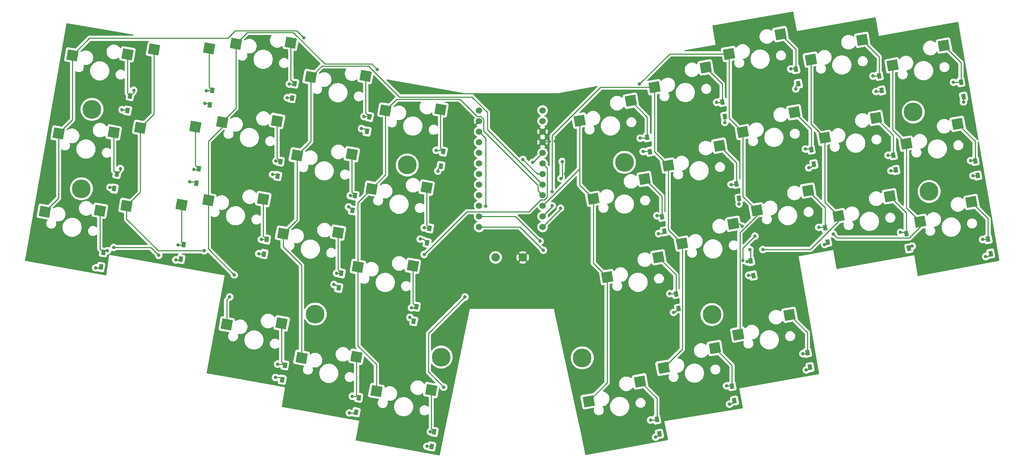
<source format=gbr>
%TF.GenerationSoftware,KiCad,Pcbnew,7.0.2*%
%TF.CreationDate,2023-05-13T02:55:16+09:00*%
%TF.ProjectId,ver1,76657231-2e6b-4696-9361-645f70636258,rev?*%
%TF.SameCoordinates,Original*%
%TF.FileFunction,Copper,L2,Bot*%
%TF.FilePolarity,Positive*%
%FSLAX46Y46*%
G04 Gerber Fmt 4.6, Leading zero omitted, Abs format (unit mm)*
G04 Created by KiCad (PCBNEW 7.0.2) date 2023-05-13 02:55:16*
%MOMM*%
%LPD*%
G01*
G04 APERTURE LIST*
G04 Aperture macros list*
%AMRotRect*
0 Rectangle, with rotation*
0 The origin of the aperture is its center*
0 $1 length*
0 $2 width*
0 $3 Rotation angle, in degrees counterclockwise*
0 Add horizontal line*
21,1,$1,$2,0,0,$3*%
G04 Aperture macros list end*
%TA.AperFunction,SMDPad,CuDef*%
%ADD10RotRect,2.550000X2.500000X170.000000*%
%TD*%
%TA.AperFunction,SMDPad,CuDef*%
%ADD11RotRect,2.550000X2.500000X190.000000*%
%TD*%
%TA.AperFunction,WasherPad*%
%ADD12C,4.500000*%
%TD*%
%TA.AperFunction,ComponentPad*%
%ADD13C,2.000000*%
%TD*%
%TA.AperFunction,ComponentPad*%
%ADD14C,1.524000*%
%TD*%
%TA.AperFunction,SMDPad,CuDef*%
%ADD15RotRect,1.300000X0.950000X80.000000*%
%TD*%
%TA.AperFunction,SMDPad,CuDef*%
%ADD16RotRect,1.300000X0.950000X100.000000*%
%TD*%
%TA.AperFunction,ViaPad*%
%ADD17C,0.800000*%
%TD*%
%TA.AperFunction,Conductor*%
%ADD18C,0.250000*%
%TD*%
G04 APERTURE END LIST*
D10*
%TO.P,SW21,1,1*%
%TO.N,Column1*%
X26803055Y-84241420D03*
%TO.P,SW21,2,2*%
%TO.N,Net-(D21-A)*%
X39974732Y-83984758D03*
%TD*%
%TO.P,SW23,1,1*%
%TO.N,Column3*%
X65978229Y-81477122D03*
%TO.P,SW23,2,2*%
%TO.N,Net-(D23-A)*%
X79149906Y-81220460D03*
%TD*%
D11*
%TO.P,SW10,1,1*%
%TO.N,Column10*%
X230008882Y-49139820D03*
%TO.P,SW10,2,2*%
%TO.N,Net-(D10-A)*%
X242298425Y-44393658D03*
%TD*%
%TO.P,SW9,1,1*%
%TO.N,Column9*%
X210421294Y-47757671D03*
%TO.P,SW9,2,2*%
%TO.N,Net-(D9-A)*%
X222710837Y-43011509D03*
%TD*%
%TO.P,SW17,1,1*%
%TO.N,Column7*%
X176208117Y-73134254D03*
%TO.P,SW17,2,2*%
%TO.N,Net-(D17-A)*%
X188497660Y-68388092D03*
%TD*%
D12*
%TO.P,Ref\u002A\u002A,*%
%TO.N,*%
X155600000Y-119300000D03*
%TD*%
D11*
%TO.P,SW18,1,1*%
%TO.N,Column8*%
X194141705Y-65136109D03*
%TO.P,SW18,2,2*%
%TO.N,Net-(D18-A)*%
X206431248Y-60389947D03*
%TD*%
D10*
%TO.P,SW32,1,1*%
%TO.N,Column4*%
X88330115Y-119270147D03*
%TO.P,SW32,2,2*%
%TO.N,Net-(D32-A)*%
X101501792Y-119013485D03*
%TD*%
D12*
%TO.P,Ref\u002A\u002A,*%
%TO.N,*%
X91600000Y-108800000D03*
%TD*%
%TO.P,Ref\u002A\u002A,*%
%TO.N,*%
X121800000Y-119100000D03*
%TD*%
D10*
%TO.P,SW24,1,1*%
%TO.N,Column4*%
X83911817Y-89475266D03*
%TO.P,SW24,2,2*%
%TO.N,Net-(D24-A)*%
X97083494Y-89218604D03*
%TD*%
%TO.P,SW33,1,1*%
%TO.N,Column5*%
X106263703Y-127268291D03*
%TO.P,SW33,2,2*%
%TO.N,Net-(D33-A)*%
X119435380Y-127011629D03*
%TD*%
D11*
%TO.P,SW20,1,1*%
%TO.N,Column10*%
X233316879Y-67900408D03*
%TO.P,SW20,2,2*%
%TO.N,Net-(D20-A)*%
X245606422Y-63154246D03*
%TD*%
%TO.P,SW7,1,1*%
%TO.N,Column7*%
X172900119Y-54373666D03*
%TO.P,SW7,2,2*%
%TO.N,Net-(D7-A)*%
X185189662Y-49627504D03*
%TD*%
D10*
%TO.P,SW14,1,1*%
%TO.N,Column4*%
X87219815Y-70714679D03*
%TO.P,SW14,2,2*%
%TO.N,Net-(D14-A)*%
X100391492Y-70458017D03*
%TD*%
D12*
%TO.P,Ref\u002A\u002A,*%
%TO.N,*%
X234950000Y-60325000D03*
%TD*%
D10*
%TO.P,SW12,1,1*%
%TO.N,Column2*%
X49698640Y-64098683D03*
%TO.P,SW12,2,2*%
%TO.N,Net-(D12-A)*%
X62870317Y-63842021D03*
%TD*%
D12*
%TO.P,Ref\u002A\u002A,*%
%TO.N,*%
X186700000Y-108900000D03*
%TD*%
D10*
%TO.P,SW5,1,1*%
%TO.N,Column5*%
X108461401Y-59952236D03*
%TO.P,SW5,2,2*%
%TO.N,Net-(D5-A)*%
X121633078Y-59695574D03*
%TD*%
%TO.P,SW22,1,1*%
%TO.N,Column2*%
X46390642Y-82859271D03*
%TO.P,SW22,2,2*%
%TO.N,Net-(D22-A)*%
X59562319Y-82602609D03*
%TD*%
D11*
%TO.P,SW36,1,1*%
%TO.N,Column8*%
X193031406Y-113691577D03*
%TO.P,SW36,2,2*%
%TO.N,Net-(D36-A)*%
X205320949Y-108945415D03*
%TD*%
D10*
%TO.P,SW3,1,1*%
%TO.N,Column3*%
X72594225Y-43955946D03*
%TO.P,SW3,2,2*%
%TO.N,Net-(D3-A)*%
X85765902Y-43699284D03*
%TD*%
D12*
%TO.P,Ref\u002A\u002A,*%
%TO.N,*%
X238760000Y-79375000D03*
%TD*%
D11*
%TO.P,SW28,1,1*%
%TO.N,Column8*%
X197449703Y-83896697D03*
%TO.P,SW28,2,2*%
%TO.N,Net-(D28-A)*%
X209739246Y-79150535D03*
%TD*%
D10*
%TO.P,SW15,1,1*%
%TO.N,Column5*%
X105153403Y-78712823D03*
%TO.P,SW15,2,2*%
%TO.N,Net-(D15-A)*%
X118325080Y-78456161D03*
%TD*%
%TO.P,SW1,1,1*%
%TO.N,Column1*%
X33419050Y-46720244D03*
%TO.P,SW1,2,2*%
%TO.N,Net-(D1-A)*%
X46590727Y-46463582D03*
%TD*%
%TO.P,SW2,1,1*%
%TO.N,Column2*%
X53006638Y-45338095D03*
%TO.P,SW2,2,2*%
%TO.N,Net-(D2-A)*%
X66178315Y-45081433D03*
%TD*%
D11*
%TO.P,SW8,1,1*%
%TO.N,Column8*%
X190833707Y-46375522D03*
%TO.P,SW8,2,2*%
%TO.N,Net-(D8-A)*%
X203123250Y-41629360D03*
%TD*%
D10*
%TO.P,SW11,1,1*%
%TO.N,Column1*%
X30111053Y-65480832D03*
%TO.P,SW11,2,2*%
%TO.N,Net-(D11-A)*%
X43282730Y-65224170D03*
%TD*%
D11*
%TO.P,SW35,1,1*%
%TO.N,Column7*%
X175097817Y-121689722D03*
%TO.P,SW35,2,2*%
%TO.N,Net-(D35-A)*%
X187387360Y-116943560D03*
%TD*%
%TO.P,SW30,1,1*%
%TO.N,Column10*%
X236624877Y-86660995D03*
%TO.P,SW30,2,2*%
%TO.N,Net-(D30-A)*%
X248914420Y-81914833D03*
%TD*%
D13*
%TO.P,SW37,1,1*%
%TO.N,GND*%
X141350000Y-95200000D03*
%TO.P,SW37,2,2*%
%TO.N,Net-(U1-RST)*%
X134850000Y-95200000D03*
%TD*%
D11*
%TO.P,SW16,1,1*%
%TO.N,Column6*%
X158274529Y-81132399D03*
%TO.P,SW16,2,2*%
%TO.N,Net-(D16-A)*%
X170564072Y-76386237D03*
%TD*%
D12*
%TO.P,Ref\u002A\u002A,*%
%TO.N,*%
X35560000Y-78740000D03*
%TD*%
D11*
%TO.P,SW26,1,1*%
%TO.N,Column6*%
X161582526Y-99892986D03*
%TO.P,SW26,2,2*%
%TO.N,Net-(D26-A)*%
X173872069Y-95146824D03*
%TD*%
D10*
%TO.P,SW25,1,1*%
%TO.N,Column5*%
X101845406Y-97473411D03*
%TO.P,SW25,2,2*%
%TO.N,Net-(D25-A)*%
X115017083Y-97216749D03*
%TD*%
%TO.P,SW13,1,1*%
%TO.N,Column3*%
X69286227Y-62716534D03*
%TO.P,SW13,2,2*%
%TO.N,Net-(D13-A)*%
X82457904Y-62459872D03*
%TD*%
D14*
%TO.P,U1,1,D3/TX0*%
%TO.N,unconnected-(U1-D3{slash}TX0-Pad1)*%
X146111400Y-59947000D03*
%TO.P,U1,2,D2/RX1*%
%TO.N,unconnected-(U1-D2{slash}RX1-Pad2)*%
X146111400Y-62487000D03*
%TO.P,U1,3,GND*%
%TO.N,GND*%
X146111400Y-65027000D03*
%TO.P,U1,4,GND*%
X146111400Y-67567000D03*
%TO.P,U1,5,SDA/D1/2*%
%TO.N,Column1*%
X146111400Y-70107000D03*
%TO.P,U1,6,SCL/D0/3*%
%TO.N,Column2*%
X146111400Y-72647000D03*
%TO.P,U1,7,D4/4*%
%TO.N,Column3*%
X146111400Y-75187000D03*
%TO.P,U1,8,C6/5*%
%TO.N,Column4*%
X146111400Y-77727000D03*
%TO.P,U1,9,D7/6*%
%TO.N,Column5*%
X146111400Y-80267000D03*
%TO.P,U1,10,E6/7*%
%TO.N,Column6*%
X146111400Y-82807000D03*
%TO.P,U1,11,B4/8*%
%TO.N,Column7*%
X146111400Y-85347000D03*
%TO.P,U1,12,B5/9*%
%TO.N,Column8*%
X146111400Y-87887000D03*
%TO.P,U1,13,10/B6*%
%TO.N,Column10*%
X130891400Y-87887000D03*
%TO.P,U1,14,16/B2*%
%TO.N,Column9*%
X130891400Y-85347000D03*
%TO.P,U1,15,14/B3*%
%TO.N,Row4*%
X130891400Y-82807000D03*
%TO.P,U1,16,15/B1*%
%TO.N,Row3*%
X130891400Y-80267000D03*
%TO.P,U1,17,A0/F7*%
%TO.N,Row2*%
X130891400Y-77727000D03*
%TO.P,U1,18,A1/F6*%
%TO.N,Row1*%
X130891400Y-75187000D03*
%TO.P,U1,19,A2/F5*%
%TO.N,unconnected-(U1-A2{slash}F5-Pad19)*%
X130891400Y-72647000D03*
%TO.P,U1,20,A3/F4*%
%TO.N,unconnected-(U1-A3{slash}F4-Pad20)*%
X130891400Y-70107000D03*
%TO.P,U1,21,VCC*%
%TO.N,VCC*%
X130891400Y-67567000D03*
%TO.P,U1,22,RST*%
%TO.N,Net-(U1-RST)*%
X130891400Y-65027000D03*
%TO.P,U1,23,GND*%
%TO.N,GND*%
X130891400Y-62487000D03*
%TO.P,U1,24,RAW*%
%TO.N,unconnected-(U1-RAW-Pad24)*%
X130891400Y-59947000D03*
%TD*%
D10*
%TO.P,SW31,1,1*%
%TO.N,Column3*%
X70396526Y-111272002D03*
%TO.P,SW31,2,2*%
%TO.N,Net-(D31-A)*%
X83568203Y-111015340D03*
%TD*%
D11*
%TO.P,SW6,1,1*%
%TO.N,Column6*%
X154966531Y-62371811D03*
%TO.P,SW6,2,2*%
%TO.N,Net-(D6-A)*%
X167256074Y-57625649D03*
%TD*%
D10*
%TO.P,SW4,1,1*%
%TO.N,Column4*%
X90527813Y-51954091D03*
%TO.P,SW4,2,2*%
%TO.N,Net-(D4-A)*%
X103699490Y-51697429D03*
%TD*%
D12*
%TO.P,Ref\u002A\u002A,*%
%TO.N,*%
X38100000Y-59690000D03*
%TD*%
D11*
%TO.P,SW34,1,1*%
%TO.N,Column6*%
X157164229Y-129687867D03*
%TO.P,SW34,2,2*%
%TO.N,Net-(D34-A)*%
X169453772Y-124941705D03*
%TD*%
%TO.P,SW27,1,1*%
%TO.N,Column7*%
X179516115Y-91894842D03*
%TO.P,SW27,2,2*%
%TO.N,Net-(D27-A)*%
X191805658Y-87148680D03*
%TD*%
D12*
%TO.P,Ref\u002A\u002A,*%
%TO.N,*%
X113665000Y-73025000D03*
%TD*%
D11*
%TO.P,SW19,1,1*%
%TO.N,Column9*%
X213729292Y-66518258D03*
%TO.P,SW19,2,2*%
%TO.N,Net-(D19-A)*%
X226018835Y-61772096D03*
%TD*%
%TO.P,SW29,1,1*%
%TO.N,Column9*%
X217037290Y-85278846D03*
%TO.P,SW29,2,2*%
%TO.N,Net-(D29-A)*%
X229326833Y-80532684D03*
%TD*%
D12*
%TO.P,Ref\u002A\u002A,*%
%TO.N,*%
X165735000Y-72390000D03*
%TD*%
D15*
%TO.P,D13,1,K*%
%TO.N,Row2*%
X82629757Y-75693221D03*
%TO.P,D13,2,A*%
%TO.N,Net-(D13-A)*%
X83246209Y-72197153D03*
%TD*%
D16*
%TO.P,D27,1,K*%
%TO.N,Row3*%
X196608226Y-99548034D03*
%TO.P,D27,2,A*%
%TO.N,Net-(D27-A)*%
X195991774Y-96051966D03*
%TD*%
%TO.P,D28,1,K*%
%TO.N,Row3*%
X214408226Y-91548034D03*
%TO.P,D28,2,A*%
%TO.N,Net-(D28-A)*%
X213791774Y-88051966D03*
%TD*%
%TO.P,D34,1,K*%
%TO.N,Row4*%
X174108226Y-137548034D03*
%TO.P,D34,2,A*%
%TO.N,Net-(D34-A)*%
X173491774Y-134051966D03*
%TD*%
D15*
%TO.P,D3,1,K*%
%TO.N,Row1*%
X86029757Y-56993221D03*
%TO.P,D3,2,A*%
%TO.N,Net-(D3-A)*%
X86646209Y-53497153D03*
%TD*%
D16*
%TO.P,D20,1,K*%
%TO.N,Row2*%
X250408226Y-75548034D03*
%TO.P,D20,2,A*%
%TO.N,Net-(D20-A)*%
X249791774Y-72051966D03*
%TD*%
D15*
%TO.P,D12,1,K*%
%TO.N,Row2*%
X63121531Y-77441255D03*
%TO.P,D12,2,A*%
%TO.N,Net-(D12-A)*%
X63737983Y-73945187D03*
%TD*%
D16*
%TO.P,D10,1,K*%
%TO.N,Row1*%
X247008226Y-56648034D03*
%TO.P,D10,2,A*%
%TO.N,Net-(D10-A)*%
X246391774Y-53151966D03*
%TD*%
D15*
%TO.P,D22,1,K*%
%TO.N,Row3*%
X59429757Y-95593221D03*
%TO.P,D22,2,A*%
%TO.N,Net-(D22-A)*%
X60046209Y-92097153D03*
%TD*%
D16*
%TO.P,D6,1,K*%
%TO.N,Row1*%
X171808226Y-69848034D03*
%TO.P,D6,2,A*%
%TO.N,Net-(D6-A)*%
X171191774Y-66351966D03*
%TD*%
%TO.P,D17,1,K*%
%TO.N,Row2*%
X193208226Y-81048034D03*
%TO.P,D17,2,A*%
%TO.N,Net-(D17-A)*%
X192591774Y-77551966D03*
%TD*%
%TO.P,D16,1,K*%
%TO.N,Row2*%
X175308226Y-88948034D03*
%TO.P,D16,2,A*%
%TO.N,Net-(D16-A)*%
X174691774Y-85451966D03*
%TD*%
D15*
%TO.P,D24,1,K*%
%TO.N,Row3*%
X97229757Y-102493221D03*
%TO.P,D24,2,A*%
%TO.N,Net-(D24-A)*%
X97846209Y-98997153D03*
%TD*%
D16*
%TO.P,D29,1,K*%
%TO.N,Row3*%
X233900000Y-93000000D03*
%TO.P,D29,2,A*%
%TO.N,Net-(D29-A)*%
X233283548Y-89503932D03*
%TD*%
D15*
%TO.P,D15,1,K*%
%TO.N,Row2*%
X118429757Y-91693221D03*
%TO.P,D15,2,A*%
%TO.N,Net-(D15-A)*%
X119046209Y-88197153D03*
%TD*%
D16*
%TO.P,D36,1,K*%
%TO.N,Row4*%
X210208226Y-121548034D03*
%TO.P,D36,2,A*%
%TO.N,Net-(D36-A)*%
X209591774Y-118051966D03*
%TD*%
%TO.P,D9,1,K*%
%TO.N,Row1*%
X227408226Y-55148034D03*
%TO.P,D9,2,A*%
%TO.N,Net-(D9-A)*%
X226791774Y-51651966D03*
%TD*%
%TO.P,D7,1,K*%
%TO.N,Row1*%
X189800000Y-61400000D03*
%TO.P,D7,2,A*%
%TO.N,Net-(D7-A)*%
X189183548Y-57903932D03*
%TD*%
D15*
%TO.P,D14,1,K*%
%TO.N,Row2*%
X100529757Y-83893221D03*
%TO.P,D14,2,A*%
%TO.N,Net-(D14-A)*%
X101146209Y-80397153D03*
%TD*%
%TO.P,D2,1,K*%
%TO.N,Row1*%
X66329757Y-58593221D03*
%TO.P,D2,2,A*%
%TO.N,Net-(D2-A)*%
X66946209Y-55097153D03*
%TD*%
%TO.P,D25,1,K*%
%TO.N,Row3*%
X115229757Y-110493221D03*
%TO.P,D25,2,A*%
%TO.N,Net-(D25-A)*%
X115846209Y-106997153D03*
%TD*%
D16*
%TO.P,D8,1,K*%
%TO.N,Row1*%
X207408226Y-53548034D03*
%TO.P,D8,2,A*%
%TO.N,Net-(D8-A)*%
X206791774Y-50051966D03*
%TD*%
D15*
%TO.P,D5,1,K*%
%TO.N,Row1*%
X121729757Y-73293221D03*
%TO.P,D5,2,A*%
%TO.N,Net-(D5-A)*%
X122346209Y-69797153D03*
%TD*%
%TO.P,D33,1,K*%
%TO.N,Row4*%
X119521531Y-140541255D03*
%TO.P,D33,2,A*%
%TO.N,Net-(D33-A)*%
X120137983Y-137045187D03*
%TD*%
%TO.P,D21,1,K*%
%TO.N,Row3*%
X40229757Y-97493221D03*
%TO.P,D21,2,A*%
%TO.N,Net-(D21-A)*%
X40846209Y-93997153D03*
%TD*%
%TO.P,D31,1,K*%
%TO.N,Row4*%
X83721531Y-124541255D03*
%TO.P,D31,2,A*%
%TO.N,Net-(D31-A)*%
X84337983Y-121045187D03*
%TD*%
%TO.P,D23,1,K*%
%TO.N,Row3*%
X79329757Y-94393221D03*
%TO.P,D23,2,A*%
%TO.N,Net-(D23-A)*%
X79946209Y-90897153D03*
%TD*%
%TO.P,D32,1,K*%
%TO.N,Row4*%
X101421531Y-132341255D03*
%TO.P,D32,2,A*%
%TO.N,Net-(D32-A)*%
X102037983Y-128845187D03*
%TD*%
%TO.P,D1,1,K*%
%TO.N,Row1*%
X46629757Y-59993221D03*
%TO.P,D1,2,A*%
%TO.N,Net-(D1-A)*%
X47246209Y-56497153D03*
%TD*%
D16*
%TO.P,D18,1,K*%
%TO.N,Row2*%
X211108226Y-72848034D03*
%TO.P,D18,2,A*%
%TO.N,Net-(D18-A)*%
X210491774Y-69351966D03*
%TD*%
%TO.P,D19,1,K*%
%TO.N,Row2*%
X230800000Y-74200000D03*
%TO.P,D19,2,A*%
%TO.N,Net-(D19-A)*%
X230183548Y-70703932D03*
%TD*%
D15*
%TO.P,D11,1,K*%
%TO.N,Row2*%
X43429757Y-78693221D03*
%TO.P,D11,2,A*%
%TO.N,Net-(D11-A)*%
X44046209Y-75197153D03*
%TD*%
D16*
%TO.P,D26,1,K*%
%TO.N,Row3*%
X178708226Y-107448034D03*
%TO.P,D26,2,A*%
%TO.N,Net-(D26-A)*%
X178091774Y-103951966D03*
%TD*%
%TO.P,D30,1,K*%
%TO.N,Row3*%
X253500000Y-94300000D03*
%TO.P,D30,2,A*%
%TO.N,Net-(D30-A)*%
X252883548Y-90803932D03*
%TD*%
D15*
%TO.P,D4,1,K*%
%TO.N,Row1*%
X104029757Y-64993221D03*
%TO.P,D4,2,A*%
%TO.N,Net-(D4-A)*%
X104646209Y-61497153D03*
%TD*%
D16*
%TO.P,D35,1,K*%
%TO.N,Row4*%
X192108226Y-129548034D03*
%TO.P,D35,2,A*%
%TO.N,Net-(D35-A)*%
X191491774Y-126051966D03*
%TD*%
D17*
%TO.N,Row1*%
X226000000Y-55400000D03*
X45300000Y-59800000D03*
X206800000Y-54800000D03*
X247000000Y-57900000D03*
X170200000Y-69800000D03*
X102700000Y-64300000D03*
X121000000Y-74500000D03*
X65200000Y-58300000D03*
X84900000Y-56900000D03*
X189800000Y-62800000D03*
%TO.N,Net-(D1-A)*%
X48100000Y-55100000D03*
%TO.N,Net-(D2-A)*%
X65500000Y-55200000D03*
%TO.N,Net-(D3-A)*%
X85400000Y-53600000D03*
%TO.N,Net-(D4-A)*%
X103300000Y-61400000D03*
%TO.N,Net-(D5-A)*%
X120600000Y-69500000D03*
%TO.N,Net-(D6-A)*%
X169500000Y-66600000D03*
%TO.N,Net-(D7-A)*%
X187800000Y-58000000D03*
%TO.N,Net-(D8-A)*%
X205600000Y-50000000D03*
%TO.N,Net-(D9-A)*%
X225300000Y-51700000D03*
%TO.N,Net-(D10-A)*%
X244600000Y-53200000D03*
%TO.N,Row2*%
X209900000Y-73700000D03*
X249300000Y-75600000D03*
X173900000Y-89500000D03*
X116800000Y-90800000D03*
X61500000Y-77100000D03*
X42400000Y-78400000D03*
X99600000Y-83100000D03*
X229600000Y-74400000D03*
X81400000Y-75300000D03*
X193200000Y-82400000D03*
%TO.N,Net-(D11-A)*%
X44900000Y-73900000D03*
%TO.N,Net-(D12-A)*%
X62500000Y-74100000D03*
%TO.N,Net-(D13-A)*%
X82200000Y-72100000D03*
%TO.N,Net-(D14-A)*%
X100000000Y-80400000D03*
%TO.N,Net-(D15-A)*%
X117700000Y-88100000D03*
%TO.N,Net-(D16-A)*%
X173500000Y-85200000D03*
%TO.N,Net-(D17-A)*%
X191300000Y-77700000D03*
%TO.N,Net-(D18-A)*%
X209100000Y-69200000D03*
%TO.N,Net-(D19-A)*%
X228900000Y-70700000D03*
%TO.N,Net-(D20-A)*%
X248700000Y-72000000D03*
%TO.N,Row3*%
X58200000Y-95800000D03*
X195500000Y-99500000D03*
X43300000Y-92800000D03*
X213700000Y-92100000D03*
X78100000Y-94300000D03*
X177500000Y-108400000D03*
X234700000Y-92500000D03*
X252300000Y-95000000D03*
X114300000Y-109600000D03*
X96100000Y-101700000D03*
X39000000Y-97700000D03*
X54100000Y-94700000D03*
%TO.N,Net-(D21-A)*%
X41800000Y-93600000D03*
%TO.N,Net-(D22-A)*%
X58700000Y-92200000D03*
%TO.N,Net-(D23-A)*%
X78700000Y-90900000D03*
%TO.N,Net-(D24-A)*%
X96700000Y-99000000D03*
%TO.N,Net-(D25-A)*%
X114700000Y-107300000D03*
%TO.N,Net-(D26-A)*%
X176600000Y-103900000D03*
%TO.N,Net-(D27-A)*%
X195100000Y-96200000D03*
X195800000Y-93300000D03*
X193895543Y-87695542D03*
%TO.N,Net-(D28-A)*%
X212300000Y-88000000D03*
%TO.N,Net-(D29-A)*%
X231900000Y-89200000D03*
%TO.N,Net-(D30-A)*%
X251600000Y-90900000D03*
%TO.N,Row4*%
X82100000Y-124000000D03*
X122400000Y-126300000D03*
X127500000Y-104700000D03*
X118400000Y-140500000D03*
X173200000Y-138300000D03*
X99800000Y-132500000D03*
X190900000Y-130400000D03*
X209300000Y-122200000D03*
%TO.N,Net-(D31-A)*%
X82600000Y-120800000D03*
%TO.N,Net-(D32-A)*%
X100500000Y-128500000D03*
%TO.N,Net-(D33-A)*%
X119200000Y-137000000D03*
%TO.N,Net-(D34-A)*%
X172000000Y-134200000D03*
%TO.N,Net-(D35-A)*%
X190200000Y-126000000D03*
%TO.N,Net-(D36-A)*%
X208500000Y-118300000D03*
%TO.N,Column1*%
X88900000Y-42500000D03*
X143700000Y-72400000D03*
%TO.N,Column2*%
X117700000Y-94500000D03*
X65000000Y-93600000D03*
%TO.N,Column3*%
X71100000Y-104700000D03*
X106500000Y-50100000D03*
X141400000Y-71700000D03*
X72200000Y-99400000D03*
%TO.N,Column7*%
X148400000Y-82800000D03*
X148400000Y-79400000D03*
%TO.N,Column8*%
X150800000Y-72200000D03*
X150400000Y-83400000D03*
X169300000Y-53649166D03*
X150500000Y-76300000D03*
%TO.N,Column9*%
X198900000Y-93300000D03*
X145500000Y-91300000D03*
%TO.N,Column10*%
X194124500Y-95900000D03*
X215800000Y-89600000D03*
X197000000Y-90100000D03*
X146300000Y-93500000D03*
%TO.N,GND*%
X153300000Y-77800000D03*
X149124500Y-67300000D03*
X151600000Y-75100000D03*
X147675500Y-67400000D03*
X148900000Y-100300000D03*
%TO.N,Net-(U1-RST)*%
X132499901Y-82900099D03*
%TD*%
D18*
%TO.N,Row1*%
X85936536Y-56900000D02*
X86029757Y-56993221D01*
X66036536Y-58300000D02*
X66329757Y-58593221D01*
X65200000Y-58300000D02*
X66036536Y-58300000D01*
X121000000Y-74022978D02*
X121729757Y-73293221D01*
X103336536Y-64300000D02*
X104029757Y-64993221D01*
X247000000Y-57900000D02*
X247000000Y-56656260D01*
X171760192Y-69800000D02*
X171808226Y-69848034D01*
X247000000Y-56656260D02*
X247008226Y-56648034D01*
X84900000Y-56900000D02*
X85936536Y-56900000D01*
X226000000Y-55400000D02*
X227156260Y-55400000D01*
X227156260Y-55400000D02*
X227408226Y-55148034D01*
X170200000Y-69800000D02*
X171760192Y-69800000D01*
X46436536Y-59800000D02*
X46629757Y-59993221D01*
X121000000Y-74500000D02*
X121000000Y-74022978D01*
X102700000Y-64300000D02*
X103336536Y-64300000D01*
X206800000Y-54156260D02*
X207408226Y-53548034D01*
X45300000Y-59800000D02*
X46436536Y-59800000D01*
X189800000Y-62800000D02*
X189800000Y-61400000D01*
X206800000Y-54800000D02*
X206800000Y-54156260D01*
%TO.N,Net-(D1-A)*%
X46590727Y-55841671D02*
X47246209Y-56497153D01*
X48100000Y-55100000D02*
X48100000Y-55643362D01*
X46590727Y-46463582D02*
X46590727Y-55841671D01*
X48100000Y-55643362D02*
X47246209Y-56497153D01*
%TO.N,Net-(D2-A)*%
X66843362Y-55200000D02*
X66946209Y-55097153D01*
X66178315Y-54329259D02*
X66946209Y-55097153D01*
X65500000Y-55200000D02*
X66843362Y-55200000D01*
X66178315Y-45081433D02*
X66178315Y-54329259D01*
%TO.N,Net-(D3-A)*%
X85765902Y-43699284D02*
X85765902Y-52616846D01*
X86543362Y-53600000D02*
X86646209Y-53497153D01*
X85400000Y-53600000D02*
X86543362Y-53600000D01*
X85765902Y-52616846D02*
X86646209Y-53497153D01*
%TO.N,Net-(D4-A)*%
X103699490Y-51697429D02*
X103699490Y-60550434D01*
X103300000Y-61400000D02*
X104549056Y-61400000D01*
X103699490Y-60550434D02*
X104646209Y-61497153D01*
X104549056Y-61400000D02*
X104646209Y-61497153D01*
%TO.N,Net-(D5-A)*%
X120600000Y-69500000D02*
X122049056Y-69500000D01*
X121633078Y-59695574D02*
X121633078Y-69084022D01*
X122049056Y-69500000D02*
X122346209Y-69797153D01*
X121633078Y-69084022D02*
X122346209Y-69797153D01*
%TO.N,Net-(D6-A)*%
X171191774Y-61561349D02*
X171191774Y-66351966D01*
X169500000Y-66600000D02*
X170943740Y-66600000D01*
X167256074Y-57625649D02*
X171191774Y-61561349D01*
X170943740Y-66600000D02*
X171191774Y-66351966D01*
%TO.N,Net-(D7-A)*%
X185189662Y-49627504D02*
X189183548Y-53621390D01*
X187800000Y-58000000D02*
X189087480Y-58000000D01*
X189183548Y-53621390D02*
X189183548Y-57903932D01*
X189087480Y-58000000D02*
X189183548Y-57903932D01*
%TO.N,Net-(D8-A)*%
X205600000Y-50000000D02*
X206739808Y-50000000D01*
X206791774Y-45297884D02*
X206791774Y-50051966D01*
X203123250Y-41629360D02*
X206791774Y-45297884D01*
X206739808Y-50000000D02*
X206791774Y-50051966D01*
%TO.N,Net-(D9-A)*%
X225300000Y-51700000D02*
X226743740Y-51700000D01*
X222710837Y-43011509D02*
X226791774Y-47092446D01*
X226791774Y-47092446D02*
X226791774Y-51651966D01*
X226743740Y-51700000D02*
X226791774Y-51651966D01*
%TO.N,Net-(D10-A)*%
X246391774Y-48487007D02*
X246391774Y-53151966D01*
X244600000Y-53200000D02*
X246343740Y-53200000D01*
X246343740Y-53200000D02*
X246391774Y-53151966D01*
X242298425Y-44393658D02*
X246391774Y-48487007D01*
%TO.N,Row2*%
X82236536Y-75300000D02*
X82629757Y-75693221D01*
X209900000Y-73700000D02*
X210256260Y-73700000D01*
X99736536Y-83100000D02*
X100529757Y-83893221D01*
X193200000Y-81056260D02*
X193208226Y-81048034D01*
X61500000Y-77100000D02*
X62780276Y-77100000D01*
X210256260Y-73700000D02*
X211108226Y-72848034D01*
X250356260Y-75600000D02*
X250408226Y-75548034D01*
X230600000Y-74400000D02*
X230800000Y-74200000D01*
X173900000Y-89500000D02*
X174756260Y-89500000D01*
X193200000Y-82400000D02*
X193200000Y-81056260D01*
X43136536Y-78400000D02*
X43429757Y-78693221D01*
X42400000Y-78400000D02*
X43136536Y-78400000D01*
X99600000Y-83100000D02*
X99736536Y-83100000D01*
X62780276Y-77100000D02*
X63121531Y-77441255D01*
X229600000Y-74400000D02*
X230600000Y-74400000D01*
X81400000Y-75300000D02*
X82236536Y-75300000D01*
X174756260Y-89500000D02*
X175308226Y-88948034D01*
X249300000Y-75600000D02*
X250356260Y-75600000D01*
X116800000Y-90800000D02*
X117536536Y-90800000D01*
X117536536Y-90800000D02*
X118429757Y-91693221D01*
%TO.N,Net-(D11-A)*%
X43282730Y-74433674D02*
X44046209Y-75197153D01*
X43282730Y-65224170D02*
X43282730Y-74433674D01*
X44900000Y-74343362D02*
X44046209Y-75197153D01*
X44900000Y-73900000D02*
X44900000Y-74343362D01*
%TO.N,Net-(D12-A)*%
X62870317Y-73077521D02*
X63737983Y-73945187D01*
X63583170Y-74100000D02*
X63737983Y-73945187D01*
X62870317Y-63842021D02*
X62870317Y-73077521D01*
X62500000Y-74100000D02*
X63583170Y-74100000D01*
%TO.N,Net-(D13-A)*%
X82200000Y-72100000D02*
X83149056Y-72100000D01*
X83149056Y-72100000D02*
X83246209Y-72197153D01*
X82457904Y-71408848D02*
X83246209Y-72197153D01*
X82457904Y-62459872D02*
X82457904Y-71408848D01*
%TO.N,Net-(D14-A)*%
X101143362Y-80400000D02*
X101146209Y-80397153D01*
X100000000Y-80400000D02*
X101143362Y-80400000D01*
X100391492Y-79642436D02*
X101146209Y-80397153D01*
X100391492Y-70458017D02*
X100391492Y-79642436D01*
%TO.N,Net-(D15-A)*%
X118325080Y-87476024D02*
X119046209Y-88197153D01*
X118325080Y-78456161D02*
X118325080Y-87476024D01*
X118949056Y-88100000D02*
X119046209Y-88197153D01*
X117700000Y-88100000D02*
X118949056Y-88100000D01*
%TO.N,Net-(D16-A)*%
X174439808Y-85200000D02*
X174691774Y-85451966D01*
X170564072Y-76386237D02*
X174691774Y-80513939D01*
X174691774Y-80513939D02*
X174691774Y-85451966D01*
X173500000Y-85200000D02*
X174439808Y-85200000D01*
%TO.N,Net-(D17-A)*%
X192443740Y-77700000D02*
X192591774Y-77551966D01*
X192591774Y-72482206D02*
X192591774Y-77551966D01*
X191300000Y-77700000D02*
X192443740Y-77700000D01*
X188497660Y-68388092D02*
X192591774Y-72482206D01*
%TO.N,Net-(D18-A)*%
X209100000Y-69200000D02*
X210339808Y-69200000D01*
X210339808Y-69200000D02*
X210491774Y-69351966D01*
X206431248Y-60389947D02*
X210491774Y-64450473D01*
X210491774Y-64450473D02*
X210491774Y-69351966D01*
%TO.N,Net-(D19-A)*%
X228900000Y-70700000D02*
X230179616Y-70700000D01*
X230179616Y-70700000D02*
X230183548Y-70703932D01*
X226018835Y-61772096D02*
X230183548Y-65936809D01*
X230183548Y-65936809D02*
X230183548Y-70703932D01*
%TO.N,Net-(D20-A)*%
X249791774Y-67339598D02*
X249791774Y-72051966D01*
X248700000Y-72000000D02*
X249739808Y-72000000D01*
X249739808Y-72000000D02*
X249791774Y-72051966D01*
X245606422Y-63154246D02*
X249791774Y-67339598D01*
%TO.N,Row3*%
X196560192Y-99500000D02*
X196608226Y-99548034D01*
X39000000Y-97700000D02*
X40022978Y-97700000D01*
X114300000Y-109600000D02*
X114336536Y-109600000D01*
X234400000Y-92500000D02*
X233900000Y-93000000D01*
X252300000Y-95000000D02*
X252800000Y-95000000D01*
X234700000Y-92500000D02*
X234400000Y-92500000D01*
X213700000Y-92100000D02*
X213856260Y-92100000D01*
X59222978Y-95800000D02*
X59429757Y-95593221D01*
X58200000Y-95800000D02*
X59222978Y-95800000D01*
X177500000Y-108400000D02*
X177756260Y-108400000D01*
X252800000Y-95000000D02*
X253500000Y-94300000D01*
X79236536Y-94300000D02*
X79329757Y-94393221D01*
X40022978Y-97700000D02*
X40229757Y-97493221D01*
X43300000Y-92800000D02*
X52200000Y-92800000D01*
X78100000Y-94300000D02*
X79236536Y-94300000D01*
X177756260Y-108400000D02*
X178708226Y-107448034D01*
X96436536Y-101700000D02*
X97229757Y-102493221D01*
X213856260Y-92100000D02*
X214408226Y-91548034D01*
X96100000Y-101700000D02*
X96436536Y-101700000D01*
X195500000Y-99500000D02*
X196560192Y-99500000D01*
X114336536Y-109600000D02*
X115229757Y-110493221D01*
X52200000Y-92800000D02*
X54100000Y-94700000D01*
%TO.N,Net-(D21-A)*%
X41243362Y-93600000D02*
X40846209Y-93997153D01*
X39974732Y-83984758D02*
X39974732Y-93125676D01*
X41800000Y-93600000D02*
X41243362Y-93600000D01*
X39974732Y-93125676D02*
X40846209Y-93997153D01*
%TO.N,Net-(D22-A)*%
X58700000Y-92200000D02*
X59943362Y-92200000D01*
X59562319Y-82602609D02*
X59562319Y-91613263D01*
X59943362Y-92200000D02*
X60046209Y-92097153D01*
X59562319Y-91613263D02*
X60046209Y-92097153D01*
%TO.N,Net-(D23-A)*%
X79149906Y-81220460D02*
X79149906Y-90100850D01*
X79149906Y-90100850D02*
X79946209Y-90897153D01*
X79943362Y-90900000D02*
X79946209Y-90897153D01*
X78700000Y-90900000D02*
X79943362Y-90900000D01*
%TO.N,Net-(D24-A)*%
X97843362Y-99000000D02*
X97846209Y-98997153D01*
X97083494Y-89218604D02*
X97083494Y-98234438D01*
X96700000Y-99000000D02*
X97843362Y-99000000D01*
X97083494Y-98234438D02*
X97846209Y-98997153D01*
%TO.N,Net-(D25-A)*%
X114700000Y-107300000D02*
X115543362Y-107300000D01*
X115543362Y-107300000D02*
X115846209Y-106997153D01*
X115017083Y-106168027D02*
X115846209Y-106997153D01*
X115017083Y-97216749D02*
X115017083Y-106168027D01*
%TO.N,Net-(D26-A)*%
X178039808Y-103900000D02*
X178091774Y-103951966D01*
X176600000Y-103900000D02*
X178039808Y-103900000D01*
X173872069Y-95146824D02*
X178091774Y-99366529D01*
X178091774Y-99366529D02*
X178091774Y-103951966D01*
%TO.N,Net-(D27-A)*%
X195843740Y-96200000D02*
X195991774Y-96051966D01*
X191805658Y-87148680D02*
X193348681Y-87148680D01*
X193348681Y-87148680D02*
X193895543Y-87695542D01*
X195100000Y-96200000D02*
X195843740Y-96200000D01*
X195800000Y-93300000D02*
X195991774Y-93491774D01*
X195991774Y-93491774D02*
X195991774Y-96051966D01*
%TO.N,Net-(D28-A)*%
X209739246Y-79150535D02*
X213791774Y-83203063D01*
X212300000Y-88000000D02*
X213739808Y-88000000D01*
X213791774Y-83203063D02*
X213791774Y-88051966D01*
X213739808Y-88000000D02*
X213791774Y-88051966D01*
%TO.N,Net-(D29-A)*%
X233283548Y-84489399D02*
X233283548Y-89503932D01*
X232979616Y-89200000D02*
X233283548Y-89503932D01*
X229326833Y-80532684D02*
X233283548Y-84489399D01*
X231900000Y-89200000D02*
X232979616Y-89200000D01*
%TO.N,Net-(D30-A)*%
X248914420Y-81914833D02*
X252883548Y-85883961D01*
X252787480Y-90900000D02*
X252883548Y-90803932D01*
X252883548Y-85883961D02*
X252883548Y-90803932D01*
X251600000Y-90900000D02*
X252787480Y-90900000D01*
%TO.N,Row4*%
X191256260Y-130400000D02*
X192108226Y-129548034D01*
X173356260Y-138300000D02*
X174108226Y-137548034D01*
X190900000Y-130400000D02*
X191256260Y-130400000D01*
X127500000Y-104700000D02*
X118745000Y-113455000D01*
X118745000Y-113455000D02*
X118745000Y-122645000D01*
X209556260Y-122200000D02*
X210208226Y-121548034D01*
X173200000Y-138300000D02*
X173356260Y-138300000D01*
X101262786Y-132500000D02*
X101421531Y-132341255D01*
X118400000Y-140500000D02*
X119480276Y-140500000D01*
X82100000Y-124000000D02*
X83180276Y-124000000D01*
X83180276Y-124000000D02*
X83721531Y-124541255D01*
X119480276Y-140500000D02*
X119521531Y-140541255D01*
X99800000Y-132500000D02*
X101262786Y-132500000D01*
X209300000Y-122200000D02*
X209556260Y-122200000D01*
X118745000Y-122645000D02*
X122400000Y-126300000D01*
%TO.N,Net-(D31-A)*%
X83568203Y-120275407D02*
X84337983Y-121045187D01*
X82600000Y-120800000D02*
X84092796Y-120800000D01*
X84092796Y-120800000D02*
X84337983Y-121045187D01*
X83568203Y-111015340D02*
X83568203Y-120275407D01*
%TO.N,Net-(D32-A)*%
X101692796Y-128500000D02*
X102037983Y-128845187D01*
X100500000Y-128500000D02*
X101692796Y-128500000D01*
X101501792Y-128308996D02*
X102037983Y-128845187D01*
X101501792Y-119013485D02*
X101501792Y-128308996D01*
%TO.N,Net-(D33-A)*%
X120092796Y-137000000D02*
X120137983Y-137045187D01*
X119435380Y-127011629D02*
X119435380Y-136342584D01*
X119435380Y-136342584D02*
X120137983Y-137045187D01*
X119200000Y-137000000D02*
X120092796Y-137000000D01*
%TO.N,Net-(D34-A)*%
X169453772Y-124941705D02*
X173491774Y-128979707D01*
X173343740Y-134200000D02*
X173491774Y-134051966D01*
X172000000Y-134200000D02*
X173343740Y-134200000D01*
X173491774Y-128979707D02*
X173491774Y-134051966D01*
%TO.N,Net-(D35-A)*%
X190200000Y-126000000D02*
X191439808Y-126000000D01*
X191439808Y-126000000D02*
X191491774Y-126051966D01*
X187387360Y-116943560D02*
X191491774Y-121047974D01*
X191491774Y-121047974D02*
X191491774Y-126051966D01*
%TO.N,Net-(D36-A)*%
X208500000Y-118300000D02*
X209343740Y-118300000D01*
X205320949Y-108945415D02*
X209591774Y-113216240D01*
X209591774Y-113216240D02*
X209591774Y-118051966D01*
X209343740Y-118300000D02*
X209591774Y-118051966D01*
%TO.N,Column1*%
X87200898Y-40800898D02*
X88900000Y-42500000D01*
X30111053Y-80933422D02*
X26803055Y-84241420D01*
X30111053Y-65480832D02*
X30111053Y-80933422D01*
X33419050Y-62172835D02*
X30111053Y-65480832D01*
X143700000Y-72400000D02*
X143818400Y-72400000D01*
X70626547Y-42633047D02*
X72458696Y-40800898D01*
X33419050Y-46720244D02*
X37506247Y-42633047D01*
X143818400Y-72400000D02*
X146111400Y-70107000D01*
X37506247Y-42633047D02*
X70626547Y-42633047D01*
X33419050Y-46720244D02*
X33419050Y-62172835D01*
X72458696Y-40800898D02*
X87200898Y-40800898D01*
%TO.N,Column2*%
X145661149Y-81354000D02*
X146561651Y-81354000D01*
X117700000Y-94500000D02*
X127940000Y-84260000D01*
X53006638Y-60790685D02*
X49698640Y-64098683D01*
X127940000Y-84260000D02*
X142755149Y-84260000D01*
X53006638Y-45338095D02*
X53006638Y-60790685D01*
X142755149Y-84260000D02*
X145661149Y-81354000D01*
X53941436Y-93600000D02*
X65000000Y-93600000D01*
X46390642Y-86049206D02*
X53941436Y-93600000D01*
X146561651Y-81354000D02*
X147198400Y-80717251D01*
X49698640Y-79551273D02*
X46390642Y-82859271D01*
X49698640Y-64098683D02*
X49698640Y-79551273D01*
X147198400Y-80717251D02*
X147198400Y-73734000D01*
X46390642Y-82859271D02*
X46390642Y-86049206D01*
X147198400Y-73734000D02*
X146111400Y-72647000D01*
%TO.N,Column3*%
X69286227Y-63985817D02*
X65978229Y-67293815D01*
X70396526Y-105403474D02*
X70396526Y-111272002D01*
X69286227Y-62716534D02*
X69286227Y-63985817D01*
X86363873Y-41250898D02*
X93912018Y-48799043D01*
X65978229Y-93178229D02*
X72200000Y-99400000D01*
X71100000Y-104700000D02*
X70396526Y-105403474D01*
X65978229Y-81477122D02*
X65978229Y-93178229D01*
X65978229Y-67293815D02*
X65978229Y-81477122D01*
X144887000Y-75187000D02*
X146111400Y-75187000D01*
X141400000Y-71700000D02*
X144887000Y-75187000D01*
X93912018Y-48799043D02*
X105199043Y-48799043D01*
X72594225Y-59408536D02*
X69286227Y-62716534D01*
X72594225Y-43955946D02*
X75299273Y-41250898D01*
X75299273Y-41250898D02*
X86363873Y-41250898D01*
X72594225Y-43955946D02*
X72594225Y-59408536D01*
X105199043Y-48799043D02*
X106500000Y-50100000D01*
%TO.N,Column4*%
X87219815Y-86167268D02*
X83911817Y-89475266D01*
X90527813Y-51954091D02*
X93232861Y-49249043D01*
X83911817Y-89475266D02*
X83911817Y-92665201D01*
X90527813Y-67406681D02*
X87219815Y-70714679D01*
X93232861Y-49249043D02*
X104362218Y-49249043D01*
X90527813Y-51954091D02*
X90527813Y-67406681D01*
X87219815Y-70714679D02*
X87219815Y-86167268D01*
X83911817Y-92665201D02*
X88330115Y-97083499D01*
X132900000Y-60400000D02*
X132900000Y-64515600D01*
X88330115Y-97083499D02*
X88330115Y-119270147D01*
X129200000Y-56700000D02*
X132900000Y-60400000D01*
X111813175Y-56700000D02*
X129200000Y-56700000D01*
X104362218Y-49249043D02*
X111813175Y-56700000D01*
X132900000Y-64515600D02*
X146111400Y-77727000D01*
%TO.N,Column5*%
X131978400Y-62036749D02*
X131978400Y-64878400D01*
X108461401Y-59952236D02*
X111166449Y-57247188D01*
X131341651Y-61400000D02*
X131978400Y-62036749D01*
X131978400Y-64878400D02*
X145024400Y-77924400D01*
X111166449Y-57247188D02*
X126288337Y-57247188D01*
X130441149Y-61400000D02*
X131341651Y-61400000D01*
X101845406Y-82020820D02*
X105153403Y-78712823D01*
X145024400Y-77924400D02*
X145024400Y-79180000D01*
X106263703Y-120833479D02*
X106263703Y-127268291D01*
X101845406Y-97473411D02*
X101845406Y-82020820D01*
X101845406Y-97473411D02*
X101845406Y-116415182D01*
X126288337Y-57247188D02*
X130441149Y-61400000D01*
X108461401Y-75404825D02*
X108461401Y-59952236D01*
X145024400Y-79180000D02*
X146111400Y-80267000D01*
X101845406Y-116415182D02*
X106263703Y-120833479D01*
X105153403Y-78712823D02*
X108461401Y-75404825D01*
%TO.N,Column6*%
X161582526Y-125269570D02*
X157164229Y-129687867D01*
X154966531Y-73951869D02*
X146111400Y-82807000D01*
X154966531Y-62371811D02*
X154966531Y-77824401D01*
X154966531Y-77824401D02*
X158274529Y-81132399D01*
X154966531Y-62371811D02*
X154966531Y-73951869D01*
X158274529Y-81132399D02*
X158274529Y-96584989D01*
X158274529Y-96584989D02*
X161582526Y-99892986D01*
X161582526Y-99892986D02*
X161582526Y-125269570D01*
%TO.N,Column7*%
X179613881Y-91992608D02*
X179613881Y-117173658D01*
X172900119Y-54373666D02*
X172900119Y-69826256D01*
X176208117Y-88586844D02*
X179516115Y-91894842D01*
X148400000Y-65996425D02*
X148400000Y-79400000D01*
X179516115Y-91894842D02*
X179613881Y-91992608D01*
X148400000Y-83058400D02*
X146111400Y-85347000D01*
X172900119Y-54373666D02*
X160022759Y-54373666D01*
X176208117Y-73134254D02*
X176208117Y-88586844D01*
X160022759Y-54373666D02*
X148400000Y-65996425D01*
X148400000Y-82800000D02*
X148400000Y-83058400D01*
X172900119Y-69826256D02*
X176208117Y-73134254D01*
X179613881Y-117173658D02*
X175097817Y-121689722D01*
%TO.N,Column8*%
X190833707Y-46375522D02*
X190833707Y-61828111D01*
X193400000Y-113322983D02*
X193031406Y-113691577D01*
X197449703Y-85165980D02*
X193400000Y-89215683D01*
X190833707Y-46375522D02*
X176573644Y-46375522D01*
X150800000Y-72200000D02*
X150800000Y-76000000D01*
X176573644Y-46375522D02*
X169300000Y-53649166D01*
X194141705Y-80588699D02*
X197449703Y-83896697D01*
X193400000Y-89215683D02*
X193400000Y-113322983D01*
X197449703Y-83896697D02*
X197449703Y-85165980D01*
X150400000Y-83598400D02*
X146111400Y-87887000D01*
X150400000Y-83400000D02*
X150400000Y-83598400D01*
X190833707Y-61828111D02*
X194141705Y-65136109D01*
X150800000Y-76000000D02*
X150500000Y-76300000D01*
X194141705Y-65136109D02*
X194141705Y-80588699D01*
%TO.N,Column9*%
X145500000Y-91300000D02*
X139547000Y-85347000D01*
X213729292Y-66518258D02*
X213729292Y-81970848D01*
X210421294Y-47757671D02*
X210421294Y-63210260D01*
X217037290Y-85278846D02*
X217037290Y-86548129D01*
X217037290Y-86548129D02*
X210285419Y-93300000D01*
X213729292Y-81970848D02*
X217037290Y-85278846D01*
X139547000Y-85347000D02*
X130891400Y-85347000D01*
X210421294Y-63210260D02*
X213729292Y-66518258D01*
X210285419Y-93300000D02*
X198900000Y-93300000D01*
%TO.N,Column10*%
X216751540Y-90551540D02*
X215800000Y-89600000D01*
X236624877Y-86660995D02*
X236624877Y-87930278D01*
X236624877Y-87930278D02*
X234003615Y-90551540D01*
X230008882Y-49139820D02*
X230008882Y-64592411D01*
X194124500Y-92975500D02*
X194124500Y-95900000D01*
X233316879Y-83352997D02*
X236624877Y-86660995D01*
X146300000Y-93500000D02*
X140687000Y-87887000D01*
X140687000Y-87887000D02*
X130891400Y-87887000D01*
X197000000Y-90100000D02*
X194124500Y-92975500D01*
X233316879Y-67900408D02*
X233316879Y-83352997D01*
X230008882Y-64592411D02*
X233316879Y-67900408D01*
X234003615Y-90551540D02*
X216751540Y-90551540D01*
%TO.N,GND*%
X146278400Y-67400000D02*
X146111400Y-67567000D01*
X151600000Y-75100000D02*
X151600000Y-69775500D01*
X151600000Y-69775500D02*
X149124500Y-67300000D01*
X148900000Y-100300000D02*
X153300000Y-95900000D01*
X147675500Y-67400000D02*
X146278400Y-67400000D01*
X153300000Y-95900000D02*
X153300000Y-77800000D01*
%TO.N,Net-(U1-RST)*%
X132499901Y-82900099D02*
X132499901Y-66635501D01*
X132499901Y-66635501D02*
X130891400Y-65027000D01*
%TD*%
%TA.AperFunction,Conductor*%
%TO.N,GND*%
G36*
X206148796Y-36229465D02*
G01*
X206202980Y-36273578D01*
X206222558Y-36320466D01*
X207098792Y-40896354D01*
X207099475Y-40900197D01*
X207099730Y-40900603D01*
X207100100Y-40900530D01*
X207100102Y-40900531D01*
X207100103Y-40900529D01*
X207100922Y-40900370D01*
X225359738Y-37695339D01*
X225777728Y-37621969D01*
X225847160Y-37629767D01*
X225901355Y-37673865D01*
X225921251Y-37722398D01*
X226695207Y-42075900D01*
X226695200Y-42076302D01*
X226699466Y-42100094D01*
X226699690Y-42100444D01*
X226700094Y-42100533D01*
X226700094Y-42100532D01*
X226700095Y-42100533D01*
X226700095Y-42100532D01*
X226724479Y-42096145D01*
X226724481Y-42096160D01*
X226724631Y-42096100D01*
X245576799Y-38722554D01*
X245646256Y-38730122D01*
X245700597Y-38774040D01*
X245720830Y-38823504D01*
X250585186Y-66977806D01*
X250577202Y-67047218D01*
X250532959Y-67101295D01*
X250466503Y-67122867D01*
X250398934Y-67105087D01*
X250351704Y-67053598D01*
X250347704Y-67044565D01*
X250344260Y-67035867D01*
X250344260Y-67035866D01*
X250318582Y-67000523D01*
X250312175Y-66990769D01*
X250304509Y-66977806D01*
X250289944Y-66953178D01*
X250275780Y-66939014D01*
X250263141Y-66924215D01*
X250251369Y-66908011D01*
X250217715Y-66880171D01*
X250209073Y-66872307D01*
X247620527Y-64283760D01*
X247587042Y-64222437D01*
X247586676Y-64199361D01*
X247585411Y-64199447D01*
X247581927Y-64147875D01*
X247580321Y-64124089D01*
X247129574Y-61567779D01*
X247119464Y-61532833D01*
X247112912Y-61510186D01*
X247039966Y-61386121D01*
X246935020Y-61287634D01*
X246838679Y-61238930D01*
X246806577Y-61222701D01*
X246806575Y-61222700D01*
X246806574Y-61222700D01*
X246665045Y-61196585D01*
X246608550Y-61200401D01*
X246608540Y-61200402D01*
X246605226Y-61200626D01*
X246601959Y-61201202D01*
X246601943Y-61201204D01*
X244002954Y-61659476D01*
X244002936Y-61659480D01*
X243999676Y-61660055D01*
X243996488Y-61660977D01*
X243996472Y-61660981D01*
X243942085Y-61676715D01*
X243818017Y-61749664D01*
X243719531Y-61854609D01*
X243654597Y-61983055D01*
X243628482Y-62124584D01*
X243632298Y-62181079D01*
X243632523Y-62184403D01*
X243633101Y-62187681D01*
X243633102Y-62187689D01*
X243641931Y-62237764D01*
X243634186Y-62307203D01*
X243590129Y-62361432D01*
X243523747Y-62383233D01*
X243456117Y-62365684D01*
X243442502Y-62356242D01*
X243343443Y-62277245D01*
X243152731Y-62167138D01*
X243116230Y-62146064D01*
X243116229Y-62146063D01*
X243116228Y-62146063D01*
X242872005Y-62050212D01*
X242616214Y-61991829D01*
X242422395Y-61977305D01*
X242422384Y-61977304D01*
X242420081Y-61977132D01*
X242289093Y-61977132D01*
X242286790Y-61977304D01*
X242286778Y-61977305D01*
X242092959Y-61991829D01*
X241837168Y-62050212D01*
X241592945Y-62146063D01*
X241365730Y-62277245D01*
X241160602Y-62440830D01*
X240982158Y-62633146D01*
X240911968Y-62736097D01*
X240834359Y-62849928D01*
X240720524Y-63086309D01*
X240643191Y-63337017D01*
X240604087Y-63596450D01*
X240604087Y-63858814D01*
X240643191Y-64118247D01*
X240720524Y-64368955D01*
X240834359Y-64605336D01*
X240926658Y-64740713D01*
X240982158Y-64822117D01*
X241149539Y-65002510D01*
X241160606Y-65014437D01*
X241365730Y-65178018D01*
X241592944Y-65309200D01*
X241722082Y-65359883D01*
X241822642Y-65399350D01*
X241837171Y-65405052D01*
X242092957Y-65463434D01*
X242289093Y-65478132D01*
X242291410Y-65478132D01*
X242417764Y-65478132D01*
X242420081Y-65478132D01*
X242616217Y-65463434D01*
X242872003Y-65405052D01*
X243116230Y-65309200D01*
X243343444Y-65178018D01*
X243548568Y-65014437D01*
X243727020Y-64822111D01*
X243849816Y-64642001D01*
X243903843Y-64597702D01*
X243973246Y-64589642D01*
X244035989Y-64620385D01*
X244072151Y-64680168D01*
X244074384Y-64690321D01*
X244082371Y-64735618D01*
X244083270Y-64740713D01*
X244084191Y-64743896D01*
X244084193Y-64743905D01*
X244099931Y-64798305D01*
X244172877Y-64922370D01*
X244277823Y-65020857D01*
X244277825Y-65020858D01*
X244406267Y-65085791D01*
X244477033Y-65098848D01*
X244547798Y-65111906D01*
X244547799Y-65111905D01*
X244547800Y-65111906D01*
X244607618Y-65107866D01*
X246301924Y-64809113D01*
X246371360Y-64816857D01*
X246411134Y-64843548D01*
X249129954Y-67562368D01*
X249163439Y-67623691D01*
X249166273Y-67650049D01*
X249166273Y-70890721D01*
X249146588Y-70957760D01*
X249093784Y-71003515D01*
X249076734Y-71009836D01*
X249019469Y-71026402D01*
X248909982Y-71090778D01*
X248842215Y-71107788D01*
X248821353Y-71105176D01*
X248794649Y-71099500D01*
X248794646Y-71099500D01*
X248605354Y-71099500D01*
X248605352Y-71099500D01*
X248420197Y-71138855D01*
X248247269Y-71215848D01*
X248094129Y-71327110D01*
X247967466Y-71467783D01*
X247872820Y-71631715D01*
X247814326Y-71811742D01*
X247802145Y-71927641D01*
X247794540Y-72000000D01*
X247799572Y-72047877D01*
X247814326Y-72188257D01*
X247872820Y-72368284D01*
X247967466Y-72532216D01*
X248094129Y-72672889D01*
X248247269Y-72784151D01*
X248420197Y-72861144D01*
X248605352Y-72900500D01*
X248605354Y-72900500D01*
X248794644Y-72900500D01*
X248794646Y-72900500D01*
X248828094Y-72893390D01*
X248897758Y-72898705D01*
X248953492Y-72940841D01*
X248959784Y-72953536D01*
X248961046Y-72952795D01*
X249041888Y-73090288D01*
X249146833Y-73188774D01*
X249146835Y-73188775D01*
X249275277Y-73253708D01*
X249346043Y-73266765D01*
X249416808Y-73279823D01*
X249416809Y-73279822D01*
X249416810Y-73279823D01*
X249476627Y-73275783D01*
X250506484Y-73094191D01*
X250564077Y-73077529D01*
X250688143Y-73004582D01*
X250786630Y-72899635D01*
X250851563Y-72771193D01*
X250874479Y-72646999D01*
X250877678Y-72629661D01*
X250877671Y-72629562D01*
X250873638Y-72569843D01*
X250631269Y-71195303D01*
X250614607Y-71137710D01*
X250604036Y-71119732D01*
X250585119Y-71087558D01*
X250541660Y-71013644D01*
X250513522Y-70987238D01*
X250456419Y-70933649D01*
X250421005Y-70873420D01*
X250417274Y-70843230D01*
X250417274Y-67451979D01*
X250436959Y-67384940D01*
X250489763Y-67339185D01*
X250558921Y-67329241D01*
X250622477Y-67358266D01*
X250660251Y-67417044D01*
X250663463Y-67430866D01*
X251813902Y-74089466D01*
X255578636Y-95879288D01*
X255570652Y-95948700D01*
X255526409Y-96002777D01*
X255479448Y-96022247D01*
X236125711Y-99675759D01*
X236056183Y-99668852D01*
X236001428Y-99625452D01*
X235980266Y-99573502D01*
X235980067Y-99572257D01*
X235248506Y-95000000D01*
X251394540Y-95000000D01*
X251414326Y-95188257D01*
X251472820Y-95368284D01*
X251567466Y-95532216D01*
X251694129Y-95672889D01*
X251847269Y-95784151D01*
X252020197Y-95861144D01*
X252205352Y-95900500D01*
X252205354Y-95900500D01*
X252394648Y-95900500D01*
X252518084Y-95874262D01*
X252579803Y-95861144D01*
X252752730Y-95784151D01*
X252905871Y-95672888D01*
X252945264Y-95629136D01*
X252991762Y-95596818D01*
X252994163Y-95595866D01*
X252997399Y-95594585D01*
X253008444Y-95590803D01*
X253050390Y-95578618D01*
X253067629Y-95568422D01*
X253085102Y-95559862D01*
X253103732Y-95552486D01*
X253110025Y-95547913D01*
X253174560Y-95524512D01*
X253184853Y-95523817D01*
X254214710Y-95342225D01*
X254272303Y-95325563D01*
X254396369Y-95252616D01*
X254494856Y-95147669D01*
X254559789Y-95019227D01*
X254581714Y-94900403D01*
X254585904Y-94877695D01*
X254584291Y-94853818D01*
X254581864Y-94817877D01*
X254339495Y-93443337D01*
X254322833Y-93385744D01*
X254249886Y-93261678D01*
X254249885Y-93261677D01*
X254144940Y-93163191D01*
X254043169Y-93111742D01*
X254016497Y-93098258D01*
X254016495Y-93098257D01*
X254016494Y-93098257D01*
X253874965Y-93072142D01*
X253818470Y-93075958D01*
X253818459Y-93075959D01*
X253815147Y-93076183D01*
X253811880Y-93076759D01*
X253811864Y-93076761D01*
X252788568Y-93257196D01*
X252788550Y-93257200D01*
X252785290Y-93257775D01*
X252782103Y-93258696D01*
X252782103Y-93258697D01*
X252727695Y-93274437D01*
X252603630Y-93347384D01*
X252505144Y-93452329D01*
X252440210Y-93580775D01*
X252414095Y-93722304D01*
X252417409Y-93771366D01*
X252418136Y-93782123D01*
X252418712Y-93785392D01*
X252418714Y-93785405D01*
X252448437Y-93953968D01*
X252440693Y-94023407D01*
X252396636Y-94077636D01*
X252330255Y-94099438D01*
X252326321Y-94099500D01*
X252205352Y-94099500D01*
X252020197Y-94138855D01*
X251847269Y-94215848D01*
X251694129Y-94327110D01*
X251567466Y-94467783D01*
X251472820Y-94631715D01*
X251414326Y-94811742D01*
X251394540Y-95000000D01*
X235248506Y-95000000D01*
X235204297Y-94723696D01*
X235204358Y-94721808D01*
X235200527Y-94699871D01*
X235200332Y-94699560D01*
X235200113Y-94699512D01*
X235199916Y-94699466D01*
X235199915Y-94699466D01*
X235199914Y-94699466D01*
X235179628Y-94702646D01*
X235177297Y-94703518D01*
X216722916Y-97977683D01*
X216653468Y-97970013D01*
X216599193Y-97926014D01*
X216579088Y-97876836D01*
X216578578Y-97873901D01*
X215804681Y-93423998D01*
X215804700Y-93423121D01*
X215802261Y-93409539D01*
X215801447Y-93400407D01*
X215800934Y-93399689D01*
X215800094Y-93399508D01*
X215799907Y-93399466D01*
X215778003Y-93403181D01*
X215776605Y-93403718D01*
X207506462Y-94898324D01*
X207499914Y-94899462D01*
X207499555Y-94899689D01*
X207499528Y-94899817D01*
X207499466Y-94900091D01*
X207500368Y-94905083D01*
X212378366Y-123077987D01*
X212370407Y-123147402D01*
X212326184Y-123201495D01*
X212277916Y-123221223D01*
X193303772Y-126598819D01*
X193299932Y-126599452D01*
X193299557Y-126599681D01*
X193299466Y-126600097D01*
X193299973Y-126602935D01*
X194079003Y-131277064D01*
X194070607Y-131346427D01*
X194026044Y-131400240D01*
X193976864Y-131419797D01*
X175321998Y-134495865D01*
X175318278Y-134495811D01*
X175299829Y-134499482D01*
X175299521Y-134499680D01*
X175299452Y-134500004D01*
X175302578Y-134518823D01*
X175303944Y-134522272D01*
X176174660Y-138875854D01*
X176168505Y-138945452D01*
X176125700Y-139000674D01*
X176075250Y-139022172D01*
X156518380Y-142577967D01*
X156448900Y-142570592D01*
X156394438Y-142526825D01*
X156375007Y-142482210D01*
X155469457Y-138299999D01*
X172294540Y-138299999D01*
X172314326Y-138488257D01*
X172372820Y-138668284D01*
X172467466Y-138832216D01*
X172594129Y-138972889D01*
X172747269Y-139084151D01*
X172920197Y-139161144D01*
X173105352Y-139200500D01*
X173105354Y-139200500D01*
X173294648Y-139200500D01*
X173418083Y-139174262D01*
X173479803Y-139161144D01*
X173652730Y-139084151D01*
X173768005Y-139000399D01*
X173805870Y-138972889D01*
X173805871Y-138972888D01*
X173932533Y-138832216D01*
X173958229Y-138787707D01*
X174008796Y-138739492D01*
X174044085Y-138727591D01*
X174822936Y-138590259D01*
X174880529Y-138573597D01*
X175004595Y-138500650D01*
X175103082Y-138395703D01*
X175168015Y-138267261D01*
X175194130Y-138125728D01*
X175190090Y-138065911D01*
X174947721Y-136691371D01*
X174931059Y-136633778D01*
X174858112Y-136509712D01*
X174858111Y-136509711D01*
X174753166Y-136411225D01*
X174689639Y-136379110D01*
X174624723Y-136346292D01*
X174624721Y-136346291D01*
X174624720Y-136346291D01*
X174483191Y-136320176D01*
X174426696Y-136323992D01*
X174426685Y-136323993D01*
X174423373Y-136324217D01*
X174420106Y-136324793D01*
X174420090Y-136324795D01*
X173396794Y-136505230D01*
X173396776Y-136505234D01*
X173393516Y-136505809D01*
X173390329Y-136506730D01*
X173390329Y-136506731D01*
X173335921Y-136522471D01*
X173211856Y-136595418D01*
X173113370Y-136700363D01*
X173048436Y-136828809D01*
X173022321Y-136970338D01*
X173024325Y-137000000D01*
X173026362Y-137030157D01*
X173026938Y-137033426D01*
X173026940Y-137033439D01*
X173071194Y-137284414D01*
X173063450Y-137353853D01*
X173019393Y-137408082D01*
X172974861Y-137427236D01*
X172920197Y-137438856D01*
X172747267Y-137515849D01*
X172594129Y-137627110D01*
X172467466Y-137767783D01*
X172372820Y-137931715D01*
X172314326Y-138111742D01*
X172294540Y-138299999D01*
X155469457Y-138299999D01*
X151355497Y-119300000D01*
X152844473Y-119300000D01*
X152844699Y-119303736D01*
X152864337Y-119628403D01*
X152864338Y-119628416D01*
X152864564Y-119632142D01*
X152865238Y-119635824D01*
X152865239Y-119635826D01*
X152923869Y-119955761D01*
X152923871Y-119955770D01*
X152924544Y-119959441D01*
X152925656Y-119963012D01*
X152925658Y-119963017D01*
X153020627Y-120267784D01*
X153023537Y-120277123D01*
X153160102Y-120580557D01*
X153162035Y-120583755D01*
X153162039Y-120583762D01*
X153233207Y-120701488D01*
X153332246Y-120865318D01*
X153537458Y-121127252D01*
X153772748Y-121362542D01*
X154034682Y-121567754D01*
X154319443Y-121739898D01*
X154622877Y-121876463D01*
X154940559Y-121975456D01*
X155267858Y-122035436D01*
X155600000Y-122055527D01*
X155932142Y-122035436D01*
X156259441Y-121975456D01*
X156577123Y-121876463D01*
X156880557Y-121739898D01*
X157165318Y-121567754D01*
X157427252Y-121362542D01*
X157662542Y-121127252D01*
X157867754Y-120865318D01*
X158039898Y-120580557D01*
X158176463Y-120277123D01*
X158275456Y-119959441D01*
X158335436Y-119632142D01*
X158355527Y-119300000D01*
X158335436Y-118967858D01*
X158275456Y-118640559D01*
X158176463Y-118322877D01*
X158039898Y-118019443D01*
X157867754Y-117734682D01*
X157662542Y-117472748D01*
X157427252Y-117237458D01*
X157165318Y-117032246D01*
X157002219Y-116933649D01*
X156883762Y-116862039D01*
X156883755Y-116862035D01*
X156880557Y-116860102D01*
X156577123Y-116723537D01*
X156573545Y-116722422D01*
X156263017Y-116625658D01*
X156263012Y-116625656D01*
X156259441Y-116624544D01*
X156255770Y-116623871D01*
X156255761Y-116623869D01*
X155935826Y-116565239D01*
X155935824Y-116565238D01*
X155932142Y-116564564D01*
X155928416Y-116564338D01*
X155928403Y-116564337D01*
X155603736Y-116544699D01*
X155600000Y-116544473D01*
X155596264Y-116544699D01*
X155271596Y-116564337D01*
X155271581Y-116564338D01*
X155267858Y-116564564D01*
X155264177Y-116565238D01*
X155264173Y-116565239D01*
X154944238Y-116623869D01*
X154944225Y-116623872D01*
X154940559Y-116624544D01*
X154936991Y-116625655D01*
X154936982Y-116625658D01*
X154626454Y-116722422D01*
X154626448Y-116722424D01*
X154622877Y-116723537D01*
X154619468Y-116725071D01*
X154619466Y-116725072D01*
X154376206Y-116834555D01*
X154319443Y-116860102D01*
X154316250Y-116862031D01*
X154316237Y-116862039D01*
X154038500Y-117029938D01*
X154034682Y-117032246D01*
X154031740Y-117034550D01*
X154031734Y-117034555D01*
X153803657Y-117213242D01*
X153772748Y-117237458D01*
X153770102Y-117240103D01*
X153770094Y-117240111D01*
X153540111Y-117470094D01*
X153540103Y-117470102D01*
X153537458Y-117472748D01*
X153535146Y-117475698D01*
X153535146Y-117475699D01*
X153334555Y-117731734D01*
X153334550Y-117731740D01*
X153332246Y-117734682D01*
X153330309Y-117737884D01*
X153330309Y-117737886D01*
X153162039Y-118016237D01*
X153162031Y-118016250D01*
X153160102Y-118019443D01*
X153158565Y-118022857D01*
X153158565Y-118022858D01*
X153118561Y-118111744D01*
X153023537Y-118322877D01*
X153022424Y-118326448D01*
X153022422Y-118326454D01*
X152925658Y-118636982D01*
X152925655Y-118636991D01*
X152924544Y-118640559D01*
X152923872Y-118644225D01*
X152923869Y-118644238D01*
X152865239Y-118964173D01*
X152864564Y-118967858D01*
X152864338Y-118971581D01*
X152864337Y-118971596D01*
X152848451Y-119234236D01*
X152844473Y-119300000D01*
X151355497Y-119300000D01*
X148803451Y-107513579D01*
X148802211Y-107501543D01*
X148801602Y-107499557D01*
X148801013Y-107498846D01*
X148800392Y-107498516D01*
X148797911Y-107498292D01*
X148786562Y-107499500D01*
X128713067Y-107499500D01*
X128701327Y-107498286D01*
X128699716Y-107498437D01*
X128698975Y-107498832D01*
X128698757Y-107499094D01*
X128697977Y-107501618D01*
X128696864Y-107512739D01*
X121473972Y-142581127D01*
X121441168Y-142642817D01*
X121380219Y-142676979D01*
X121330712Y-142678179D01*
X109138955Y-140499999D01*
X117494540Y-140499999D01*
X117514326Y-140688257D01*
X117572820Y-140868284D01*
X117667466Y-141032216D01*
X117794129Y-141172889D01*
X117947269Y-141284151D01*
X118120197Y-141361144D01*
X118305352Y-141400500D01*
X118483855Y-141400500D01*
X118550894Y-141420185D01*
X118574273Y-141439644D01*
X118625162Y-141493871D01*
X118749228Y-141566818D01*
X118806819Y-141583480D01*
X119836677Y-141765071D01*
X119896495Y-141769112D01*
X119896495Y-141769111D01*
X119896496Y-141769112D01*
X119931878Y-141762583D01*
X120038028Y-141742997D01*
X120166470Y-141678064D01*
X120271417Y-141579577D01*
X120344364Y-141455511D01*
X120361027Y-141397920D01*
X120603394Y-140023379D01*
X120607435Y-139963561D01*
X120581320Y-139822028D01*
X120516387Y-139693586D01*
X120516386Y-139693584D01*
X120417899Y-139588638D01*
X120293836Y-139515693D01*
X120293835Y-139515692D01*
X120293834Y-139515692D01*
X120236243Y-139499030D01*
X120232980Y-139498454D01*
X120232973Y-139498453D01*
X119209654Y-139318015D01*
X119209646Y-139318014D01*
X119206385Y-139317439D01*
X119203080Y-139317215D01*
X119203074Y-139317215D01*
X119146565Y-139313397D01*
X119005036Y-139339512D01*
X118876590Y-139404446D01*
X118771644Y-139502933D01*
X118735683Y-139564094D01*
X118684735Y-139611906D01*
X118616025Y-139624584D01*
X118603011Y-139622533D01*
X118494648Y-139599500D01*
X118494646Y-139599500D01*
X118305354Y-139599500D01*
X118305352Y-139599500D01*
X118120197Y-139638855D01*
X117947269Y-139715848D01*
X117794129Y-139827110D01*
X117667466Y-139967783D01*
X117572820Y-140131715D01*
X117514326Y-140311742D01*
X117494540Y-140499999D01*
X109138955Y-140499999D01*
X101422680Y-139121409D01*
X101360148Y-139090241D01*
X101324393Y-139030213D01*
X101322428Y-138977502D01*
X102146100Y-134374631D01*
X102146160Y-134374481D01*
X102146145Y-134374479D01*
X102150533Y-134350096D01*
X102150487Y-134349887D01*
X102150444Y-134349690D01*
X102150185Y-134349525D01*
X102150183Y-134349524D01*
X102150095Y-134349468D01*
X102149991Y-134349490D01*
X102149693Y-134349437D01*
X102149582Y-134349374D01*
X102126898Y-134345267D01*
X102126252Y-134345278D01*
X91725592Y-132499999D01*
X98894540Y-132499999D01*
X98914326Y-132688257D01*
X98972820Y-132868284D01*
X99067466Y-133032216D01*
X99194129Y-133172889D01*
X99347269Y-133284151D01*
X99520197Y-133361144D01*
X99705352Y-133400500D01*
X99705354Y-133400500D01*
X99894648Y-133400500D01*
X100018083Y-133374262D01*
X100079803Y-133361144D01*
X100252730Y-133284151D01*
X100252730Y-133284150D01*
X100320820Y-133234681D01*
X100386626Y-133211200D01*
X100454680Y-133227025D01*
X100484125Y-133250143D01*
X100516040Y-133284151D01*
X100525162Y-133293871D01*
X100649228Y-133366818D01*
X100706819Y-133383480D01*
X101736677Y-133565071D01*
X101796495Y-133569112D01*
X101796495Y-133569111D01*
X101796496Y-133569112D01*
X101831878Y-133562583D01*
X101938028Y-133542997D01*
X102066470Y-133478064D01*
X102171417Y-133379577D01*
X102244364Y-133255511D01*
X102261027Y-133197920D01*
X102503394Y-131823379D01*
X102507435Y-131763561D01*
X102498631Y-131715849D01*
X102484910Y-131641487D01*
X102481320Y-131622028D01*
X102416387Y-131493586D01*
X102416386Y-131493584D01*
X102317899Y-131388638D01*
X102193836Y-131315693D01*
X102193835Y-131315692D01*
X102193834Y-131315692D01*
X102136243Y-131299030D01*
X102132980Y-131298454D01*
X102132973Y-131298453D01*
X101109654Y-131118015D01*
X101109646Y-131118014D01*
X101106385Y-131117439D01*
X101103080Y-131117215D01*
X101103074Y-131117215D01*
X101046565Y-131113397D01*
X100905036Y-131139512D01*
X100776590Y-131204446D01*
X100671645Y-131302932D01*
X100598698Y-131426998D01*
X100598697Y-131426999D01*
X100598698Y-131426999D01*
X100582035Y-131484590D01*
X100581458Y-131487857D01*
X100581459Y-131487857D01*
X100542951Y-131706245D01*
X100511924Y-131768847D01*
X100451977Y-131804738D01*
X100382143Y-131802521D01*
X100347951Y-131785031D01*
X100252730Y-131715849D01*
X100252729Y-131715848D01*
X100252727Y-131715847D01*
X100079802Y-131638855D01*
X99894648Y-131599500D01*
X99894646Y-131599500D01*
X99705354Y-131599500D01*
X99705352Y-131599500D01*
X99520197Y-131638855D01*
X99347269Y-131715848D01*
X99194129Y-131827110D01*
X99067466Y-131967783D01*
X98972820Y-132131715D01*
X98914326Y-132311742D01*
X98894540Y-132499999D01*
X91725592Y-132499999D01*
X83671817Y-131071103D01*
X83609247Y-131040010D01*
X83573420Y-130980025D01*
X83571237Y-130928203D01*
X83577868Y-130889248D01*
X84349379Y-126356622D01*
X84350887Y-126349969D01*
X84350442Y-126349687D01*
X84350336Y-126349620D01*
X84350186Y-126349525D01*
X84350184Y-126349524D01*
X84350092Y-126349466D01*
X84338193Y-126347380D01*
X71199869Y-124000000D01*
X81194540Y-124000000D01*
X81214326Y-124188257D01*
X81272820Y-124368284D01*
X81367466Y-124532216D01*
X81494129Y-124672889D01*
X81647269Y-124784151D01*
X81820197Y-124861144D01*
X82005352Y-124900500D01*
X82005354Y-124900500D01*
X82194648Y-124900500D01*
X82322048Y-124873420D01*
X82379803Y-124861144D01*
X82478976Y-124816989D01*
X82486642Y-124813576D01*
X82555892Y-124804291D01*
X82619169Y-124833919D01*
X82656382Y-124893054D01*
X82659194Y-124948386D01*
X82640244Y-125055857D01*
X82640241Y-125055880D01*
X82639668Y-125059131D01*
X82639444Y-125062433D01*
X82639444Y-125062441D01*
X82635626Y-125118950D01*
X82661741Y-125260479D01*
X82661742Y-125260482D01*
X82689024Y-125314448D01*
X82726675Y-125388925D01*
X82814264Y-125482258D01*
X82825162Y-125493871D01*
X82949228Y-125566818D01*
X83006819Y-125583480D01*
X84036677Y-125765071D01*
X84096495Y-125769112D01*
X84096495Y-125769111D01*
X84096496Y-125769112D01*
X84131878Y-125762583D01*
X84238028Y-125742997D01*
X84366470Y-125678064D01*
X84471417Y-125579577D01*
X84544364Y-125455511D01*
X84561027Y-125397920D01*
X84803394Y-124023379D01*
X84807435Y-123963561D01*
X84805709Y-123954209D01*
X84781320Y-123822030D01*
X84781320Y-123822028D01*
X84716387Y-123693586D01*
X84716386Y-123693584D01*
X84617899Y-123588638D01*
X84493836Y-123515693D01*
X84493835Y-123515692D01*
X84493834Y-123515692D01*
X84436243Y-123499030D01*
X84432980Y-123498454D01*
X84432973Y-123498453D01*
X83409654Y-123318015D01*
X83409646Y-123318014D01*
X83406385Y-123317439D01*
X83403080Y-123317215D01*
X83403074Y-123317215D01*
X83346565Y-123313397D01*
X83205033Y-123339513D01*
X83162207Y-123361163D01*
X83106264Y-123374500D01*
X82803747Y-123374500D01*
X82736708Y-123354815D01*
X82711599Y-123333473D01*
X82705871Y-123327112D01*
X82552730Y-123215849D01*
X82552729Y-123215848D01*
X82552727Y-123215847D01*
X82379802Y-123138855D01*
X82194648Y-123099500D01*
X82194646Y-123099500D01*
X82005354Y-123099500D01*
X82005352Y-123099500D01*
X81820197Y-123138855D01*
X81647269Y-123215848D01*
X81494129Y-123327110D01*
X81367466Y-123467783D01*
X81272820Y-123631715D01*
X81214326Y-123811742D01*
X81194540Y-124000000D01*
X71199869Y-124000000D01*
X65723160Y-123021495D01*
X65660627Y-122990326D01*
X65624873Y-122930298D01*
X65622994Y-122877109D01*
X67558075Y-112301663D01*
X68418586Y-112301663D01*
X68444701Y-112443192D01*
X68444702Y-112443195D01*
X68462608Y-112478614D01*
X68509635Y-112571638D01*
X68594356Y-112661915D01*
X68608122Y-112676584D01*
X68732188Y-112749531D01*
X68789779Y-112766193D01*
X70938197Y-113145016D01*
X71000800Y-113176043D01*
X71036691Y-113235990D01*
X71034474Y-113305824D01*
X71008302Y-113350670D01*
X70967876Y-113395015D01*
X70850754Y-113584173D01*
X70770382Y-113791637D01*
X70770382Y-113791638D01*
X70729500Y-114010335D01*
X70729500Y-114232821D01*
X70770382Y-114451517D01*
X70850754Y-114658982D01*
X70967875Y-114848140D01*
X71117762Y-115012558D01*
X71295311Y-115146636D01*
X71494473Y-115245808D01*
X71628021Y-115283805D01*
X71708464Y-115306693D01*
X71874497Y-115322078D01*
X71877369Y-115322078D01*
X71982631Y-115322078D01*
X71985503Y-115322078D01*
X72151536Y-115306693D01*
X72288969Y-115267590D01*
X72365526Y-115245808D01*
X72408565Y-115224377D01*
X72564689Y-115146636D01*
X72742236Y-115012559D01*
X72750302Y-115003711D01*
X74627387Y-115003711D01*
X74647110Y-115304631D01*
X74647900Y-115308602D01*
X74647901Y-115308610D01*
X74705150Y-115596418D01*
X74705152Y-115596425D01*
X74705943Y-115600402D01*
X74720717Y-115643925D01*
X74788953Y-115844943D01*
X74802878Y-115885963D01*
X74804673Y-115889604D01*
X74804674Y-115889605D01*
X74923759Y-116131087D01*
X74936257Y-116156429D01*
X74938508Y-116159798D01*
X74938511Y-116159803D01*
X75075328Y-116364564D01*
X75103798Y-116407172D01*
X75106479Y-116410229D01*
X75214183Y-116533042D01*
X75302634Y-116633900D01*
X75529362Y-116832736D01*
X75780105Y-117000277D01*
X76050571Y-117133656D01*
X76336132Y-117230591D01*
X76631903Y-117289424D01*
X76857513Y-117304211D01*
X76859543Y-117304211D01*
X77006103Y-117304211D01*
X77008133Y-117304211D01*
X77233743Y-117289424D01*
X77529514Y-117230591D01*
X77815075Y-117133656D01*
X78085541Y-117000277D01*
X78336284Y-116832736D01*
X78563012Y-116633900D01*
X78761848Y-116407172D01*
X78929389Y-116156429D01*
X79062768Y-115885963D01*
X79159703Y-115600402D01*
X79218536Y-115304631D01*
X79238259Y-115003711D01*
X79218536Y-114702791D01*
X79159703Y-114407020D01*
X79062768Y-114121459D01*
X78929389Y-113850993D01*
X78904412Y-113813613D01*
X78764107Y-113603631D01*
X78761848Y-113600250D01*
X78563012Y-113373522D01*
X78336284Y-113174686D01*
X78275489Y-113134064D01*
X78088915Y-113009399D01*
X78088910Y-113009396D01*
X78085541Y-113007145D01*
X78081905Y-113005352D01*
X78081900Y-113005349D01*
X77818717Y-112875562D01*
X77818716Y-112875561D01*
X77815075Y-112873766D01*
X77770014Y-112858470D01*
X77600292Y-112800857D01*
X77529514Y-112776831D01*
X77525537Y-112776040D01*
X77525530Y-112776038D01*
X77237722Y-112718789D01*
X77237714Y-112718788D01*
X77233743Y-112717998D01*
X77229700Y-112717733D01*
X77010151Y-112703343D01*
X77010142Y-112703342D01*
X77008133Y-112703211D01*
X76857513Y-112703211D01*
X76855504Y-112703342D01*
X76855494Y-112703343D01*
X76635945Y-112717733D01*
X76635943Y-112717733D01*
X76631903Y-112717998D01*
X76627933Y-112718787D01*
X76627923Y-112718789D01*
X76340115Y-112776038D01*
X76340104Y-112776040D01*
X76336132Y-112776831D01*
X76332289Y-112778135D01*
X76332287Y-112778136D01*
X76054417Y-112872460D01*
X76054410Y-112872462D01*
X76050571Y-112873766D01*
X76046934Y-112875559D01*
X76046928Y-112875562D01*
X75783745Y-113005349D01*
X75783733Y-113005355D01*
X75780105Y-113007145D01*
X75776742Y-113009392D01*
X75776730Y-113009399D01*
X75532743Y-113172426D01*
X75532734Y-113172432D01*
X75529362Y-113174686D01*
X75526311Y-113177361D01*
X75526304Y-113177367D01*
X75305682Y-113370848D01*
X75305674Y-113370855D01*
X75302634Y-113373522D01*
X75299967Y-113376562D01*
X75299960Y-113376570D01*
X75106479Y-113597192D01*
X75106473Y-113597199D01*
X75103798Y-113600250D01*
X75101544Y-113603622D01*
X75101538Y-113603631D01*
X74938511Y-113847618D01*
X74938504Y-113847630D01*
X74936257Y-113850993D01*
X74934467Y-113854621D01*
X74934461Y-113854633D01*
X74804674Y-114117816D01*
X74804671Y-114117822D01*
X74802878Y-114121459D01*
X74801574Y-114125298D01*
X74801572Y-114125305D01*
X74719867Y-114366000D01*
X74705943Y-114407020D01*
X74705152Y-114410992D01*
X74705150Y-114411003D01*
X74647901Y-114698811D01*
X74647899Y-114698821D01*
X74647110Y-114702791D01*
X74646845Y-114706831D01*
X74646845Y-114706833D01*
X74629811Y-114966734D01*
X74627387Y-115003711D01*
X72750302Y-115003711D01*
X72892124Y-114848140D01*
X73009247Y-114658979D01*
X73089618Y-114451518D01*
X73130500Y-114232821D01*
X73130500Y-114010335D01*
X73089618Y-113791638D01*
X73056252Y-113705512D01*
X73050391Y-113635890D01*
X73083101Y-113574150D01*
X73143998Y-113539895D01*
X73199468Y-113539829D01*
X73360142Y-113576502D01*
X73556278Y-113591200D01*
X73558595Y-113591200D01*
X73684949Y-113591200D01*
X73687266Y-113591200D01*
X73883402Y-113576502D01*
X74139188Y-113518120D01*
X74383415Y-113422268D01*
X74610629Y-113291086D01*
X74815753Y-113127505D01*
X74926837Y-113007785D01*
X74994200Y-112935185D01*
X74994201Y-112935182D01*
X74994205Y-112935179D01*
X75142000Y-112718404D01*
X75255835Y-112482023D01*
X75333168Y-112231315D01*
X75372272Y-111971882D01*
X75372272Y-111709518D01*
X75333168Y-111450085D01*
X75255835Y-111199377D01*
X75142000Y-110962996D01*
X74994205Y-110746221D01*
X74994204Y-110746220D01*
X74994200Y-110746214D01*
X74833606Y-110573136D01*
X78565867Y-110573136D01*
X78604971Y-110832569D01*
X78682304Y-111083277D01*
X78796139Y-111319658D01*
X78902820Y-111476130D01*
X78943938Y-111536439D01*
X79115259Y-111721078D01*
X79122386Y-111728759D01*
X79327510Y-111892340D01*
X79554724Y-112023522D01*
X79798951Y-112119374D01*
X80054737Y-112177756D01*
X80250873Y-112192454D01*
X80253190Y-112192454D01*
X80379544Y-112192454D01*
X80381861Y-112192454D01*
X80577997Y-112177756D01*
X80833783Y-112119374D01*
X81078010Y-112023522D01*
X81305224Y-111892340D01*
X81404285Y-111813340D01*
X81468970Y-111786933D01*
X81537665Y-111799688D01*
X81588559Y-111847558D01*
X81605494Y-111915345D01*
X81603714Y-111931818D01*
X81594305Y-111985182D01*
X81594081Y-111988484D01*
X81594081Y-111988492D01*
X81590263Y-112045001D01*
X81616378Y-112186530D01*
X81616379Y-112186533D01*
X81646025Y-112245175D01*
X81681312Y-112314976D01*
X81753539Y-112391940D01*
X81779799Y-112419922D01*
X81903865Y-112492869D01*
X81961456Y-112509531D01*
X82840235Y-112664482D01*
X82902838Y-112695508D01*
X82938729Y-112755455D01*
X82942703Y-112786598D01*
X82942703Y-114892959D01*
X82923018Y-114959998D01*
X82870214Y-115005753D01*
X82801056Y-115015697D01*
X82743976Y-114991913D01*
X82570334Y-114860785D01*
X82371172Y-114761613D01*
X82157183Y-114700729D01*
X81994009Y-114685609D01*
X81994008Y-114685608D01*
X81991149Y-114685344D01*
X81880143Y-114685344D01*
X81877284Y-114685608D01*
X81877282Y-114685609D01*
X81714108Y-114700729D01*
X81500119Y-114761613D01*
X81300957Y-114860785D01*
X81123408Y-114994863D01*
X80973521Y-115159281D01*
X80856400Y-115348439D01*
X80851778Y-115360371D01*
X80776028Y-115555904D01*
X80735146Y-115774601D01*
X80735146Y-115997087D01*
X80776028Y-116215784D01*
X80825970Y-116344699D01*
X80856400Y-116423248D01*
X80973521Y-116612406D01*
X81123408Y-116776824D01*
X81300957Y-116910902D01*
X81500119Y-117010074D01*
X81623077Y-117045058D01*
X81714110Y-117070959D01*
X81880143Y-117086344D01*
X81883015Y-117086344D01*
X81988277Y-117086344D01*
X81991149Y-117086344D01*
X82157182Y-117070959D01*
X82313787Y-117026401D01*
X82371172Y-117010074D01*
X82390847Y-117000277D01*
X82570335Y-116910902D01*
X82743977Y-116779773D01*
X82809337Y-116755082D01*
X82877672Y-116769647D01*
X82927285Y-116818844D01*
X82942703Y-116878728D01*
X82942703Y-119799098D01*
X82923018Y-119866137D01*
X82870214Y-119911892D01*
X82801056Y-119921836D01*
X82792923Y-119920388D01*
X82694649Y-119899500D01*
X82694646Y-119899500D01*
X82505354Y-119899500D01*
X82505352Y-119899500D01*
X82320197Y-119938855D01*
X82147269Y-120015848D01*
X81994129Y-120127110D01*
X81867466Y-120267783D01*
X81772820Y-120431715D01*
X81714326Y-120611742D01*
X81694540Y-120800000D01*
X81714326Y-120988257D01*
X81772820Y-121168284D01*
X81867466Y-121332216D01*
X81994129Y-121472889D01*
X82147269Y-121584151D01*
X82320197Y-121661144D01*
X82505352Y-121700500D01*
X82505354Y-121700500D01*
X82694648Y-121700500D01*
X82818084Y-121674262D01*
X82879803Y-121661144D01*
X83052730Y-121584151D01*
X83063075Y-121576634D01*
X83128877Y-121553154D01*
X83196932Y-121568976D01*
X83245629Y-121619079D01*
X83257903Y-121654450D01*
X83278193Y-121764411D01*
X83278194Y-121764414D01*
X83311012Y-121829330D01*
X83343127Y-121892857D01*
X83421275Y-121976130D01*
X83441614Y-121997803D01*
X83565680Y-122070750D01*
X83623271Y-122087412D01*
X84653129Y-122269003D01*
X84712947Y-122273044D01*
X84712947Y-122273043D01*
X84712948Y-122273044D01*
X84748330Y-122266515D01*
X84854480Y-122246929D01*
X84982922Y-122181996D01*
X85087869Y-122083509D01*
X85160816Y-121959443D01*
X85177479Y-121901852D01*
X85419846Y-120527311D01*
X85423887Y-120467493D01*
X85420116Y-120447058D01*
X85405195Y-120366188D01*
X85397772Y-120325960D01*
X85332839Y-120197518D01*
X85332838Y-120197516D01*
X85234351Y-120092570D01*
X85110288Y-120019625D01*
X85110287Y-120019624D01*
X85110286Y-120019624D01*
X85052695Y-120002962D01*
X85049432Y-120002386D01*
X85049425Y-120002385D01*
X84296171Y-119869566D01*
X84233568Y-119838539D01*
X84197677Y-119778592D01*
X84193703Y-119747450D01*
X84193703Y-113050912D01*
X84213388Y-112983873D01*
X84266192Y-112938118D01*
X84335350Y-112928174D01*
X84339201Y-112928790D01*
X84567007Y-112968959D01*
X84626825Y-112973000D01*
X84626825Y-112972999D01*
X84626826Y-112973000D01*
X84673818Y-112964329D01*
X84768358Y-112946885D01*
X84896800Y-112881952D01*
X85001746Y-112783465D01*
X85004880Y-112778136D01*
X85073212Y-112661917D01*
X85074693Y-112659399D01*
X85091356Y-112601808D01*
X85542101Y-110045498D01*
X85546142Y-109985680D01*
X85544838Y-109978614D01*
X85526741Y-109880533D01*
X85520027Y-109844147D01*
X85455094Y-109715705D01*
X85455093Y-109715703D01*
X85356606Y-109610757D01*
X85232543Y-109537812D01*
X85232542Y-109537811D01*
X85232541Y-109537811D01*
X85174950Y-109521149D01*
X85171687Y-109520573D01*
X85171680Y-109520572D01*
X82572668Y-109062297D01*
X82572660Y-109062296D01*
X82569399Y-109061721D01*
X82566094Y-109061497D01*
X82566088Y-109061497D01*
X82509579Y-109057679D01*
X82368050Y-109083794D01*
X82239604Y-109148728D01*
X82134658Y-109247215D01*
X82061714Y-109371277D01*
X82061712Y-109371281D01*
X82061713Y-109371281D01*
X82045050Y-109428872D01*
X82044475Y-109432131D01*
X82044474Y-109432137D01*
X82036164Y-109479264D01*
X82005136Y-109541867D01*
X81945188Y-109577756D01*
X81875354Y-109575538D01*
X81817805Y-109535917D01*
X81811594Y-109527581D01*
X81806815Y-109520572D01*
X81688800Y-109347475D01*
X81688798Y-109347473D01*
X81688797Y-109347471D01*
X81510351Y-109155152D01*
X81510350Y-109155151D01*
X81510348Y-109155149D01*
X81305224Y-108991568D01*
X81305223Y-108991567D01*
X81078008Y-108860385D01*
X80833785Y-108764534D01*
X80577994Y-108706151D01*
X80384175Y-108691627D01*
X80384164Y-108691626D01*
X80381861Y-108691454D01*
X80250873Y-108691454D01*
X80248570Y-108691626D01*
X80248558Y-108691627D01*
X80054739Y-108706151D01*
X79798948Y-108764534D01*
X79554725Y-108860385D01*
X79327510Y-108991567D01*
X79122382Y-109155152D01*
X78943938Y-109347468D01*
X78861994Y-109467658D01*
X78796139Y-109564250D01*
X78682304Y-109800631D01*
X78604971Y-110051339D01*
X78565867Y-110310772D01*
X78565867Y-110573136D01*
X74833606Y-110573136D01*
X74815756Y-110553898D01*
X74815755Y-110553897D01*
X74815753Y-110553895D01*
X74610629Y-110390314D01*
X74610628Y-110390313D01*
X74383413Y-110259131D01*
X74139190Y-110163280D01*
X73883399Y-110104897D01*
X73689580Y-110090373D01*
X73689569Y-110090372D01*
X73687266Y-110090200D01*
X73556278Y-110090200D01*
X73553975Y-110090372D01*
X73553963Y-110090373D01*
X73360144Y-110104897D01*
X73104353Y-110163280D01*
X72860130Y-110259131D01*
X72632915Y-110390312D01*
X72565755Y-110443871D01*
X72501068Y-110470279D01*
X72432373Y-110457522D01*
X72381479Y-110409651D01*
X72364546Y-110341864D01*
X72366327Y-110325394D01*
X72370424Y-110302160D01*
X72374465Y-110242342D01*
X72348350Y-110100809D01*
X72283417Y-109972367D01*
X72283416Y-109972365D01*
X72184929Y-109867419D01*
X72060866Y-109794474D01*
X72060865Y-109794473D01*
X72060864Y-109794473D01*
X72003273Y-109777811D01*
X72000010Y-109777235D01*
X72000003Y-109777234D01*
X71124494Y-109622858D01*
X71061891Y-109591831D01*
X71026000Y-109531884D01*
X71022026Y-109500742D01*
X71022026Y-105724500D01*
X71041711Y-105657461D01*
X71094515Y-105611706D01*
X71146026Y-105600500D01*
X71194648Y-105600500D01*
X71318084Y-105574262D01*
X71379803Y-105561144D01*
X71552730Y-105484151D01*
X71615127Y-105438817D01*
X71705870Y-105372889D01*
X71832533Y-105232216D01*
X71927179Y-105068284D01*
X71938678Y-105032894D01*
X71985674Y-104888256D01*
X72005460Y-104700000D01*
X71985674Y-104511744D01*
X71927179Y-104331716D01*
X71927179Y-104331715D01*
X71832533Y-104167783D01*
X71705870Y-104027110D01*
X71552730Y-103915848D01*
X71379802Y-103838855D01*
X71194648Y-103799500D01*
X71194646Y-103799500D01*
X71005354Y-103799500D01*
X71005352Y-103799500D01*
X70820197Y-103838855D01*
X70647269Y-103915848D01*
X70494129Y-104027110D01*
X70367466Y-104167783D01*
X70272820Y-104331715D01*
X70214326Y-104511742D01*
X70196679Y-104679649D01*
X70170094Y-104744263D01*
X70161039Y-104754368D01*
X70012734Y-104902673D01*
X69996636Y-104915570D01*
X69948622Y-104966699D01*
X69945918Y-104969490D01*
X69929154Y-104986254D01*
X69929147Y-104986261D01*
X69926406Y-104989003D01*
X69924025Y-104992071D01*
X69924016Y-104992082D01*
X69923937Y-104992185D01*
X69916368Y-105001046D01*
X69886461Y-105032894D01*
X69876811Y-105050448D01*
X69866135Y-105066702D01*
X69853852Y-105082537D01*
X69836501Y-105122632D01*
X69831364Y-105133118D01*
X69810328Y-105171381D01*
X69805347Y-105190783D01*
X69799046Y-105209185D01*
X69791087Y-105227576D01*
X69784254Y-105270716D01*
X69781886Y-105282148D01*
X69771026Y-105324451D01*
X69771026Y-105344490D01*
X69769499Y-105363888D01*
X69766366Y-105383668D01*
X69770476Y-105427147D01*
X69771026Y-105438817D01*
X69771026Y-109236429D01*
X69751341Y-109303468D01*
X69698537Y-109349223D01*
X69629379Y-109359167D01*
X69625494Y-109358545D01*
X69400991Y-109318959D01*
X69400983Y-109318958D01*
X69397722Y-109318383D01*
X69394417Y-109318159D01*
X69394411Y-109318159D01*
X69337902Y-109314341D01*
X69196373Y-109340456D01*
X69067927Y-109405390D01*
X68962981Y-109503877D01*
X68890037Y-109627939D01*
X68890035Y-109627943D01*
X68890036Y-109627943D01*
X68873373Y-109685534D01*
X68872797Y-109688796D01*
X68872796Y-109688804D01*
X68423204Y-112238574D01*
X68423202Y-112238584D01*
X68422628Y-112241844D01*
X68422404Y-112245146D01*
X68422404Y-112245154D01*
X68418586Y-112301663D01*
X67558075Y-112301663D01*
X69896017Y-99524540D01*
X69896174Y-99524147D01*
X69900566Y-99499913D01*
X69900444Y-99499689D01*
X69900183Y-99499523D01*
X69900098Y-99499467D01*
X69877879Y-99495308D01*
X69876507Y-99495328D01*
X42301223Y-94608568D01*
X42249223Y-94582740D01*
X42249948Y-94597201D01*
X42245941Y-94619718D01*
X42246030Y-94622624D01*
X41518832Y-99373649D01*
X41489231Y-99436939D01*
X41430112Y-99474178D01*
X41374353Y-99476938D01*
X31474268Y-97700000D01*
X38094540Y-97700000D01*
X38114326Y-97888257D01*
X38172820Y-98068284D01*
X38267466Y-98232216D01*
X38394129Y-98372889D01*
X38547269Y-98484151D01*
X38720197Y-98561144D01*
X38905352Y-98600500D01*
X38905354Y-98600500D01*
X39094648Y-98600500D01*
X39279799Y-98561145D01*
X39279799Y-98561144D01*
X39279803Y-98561144D01*
X39366061Y-98522738D01*
X39435307Y-98513453D01*
X39450959Y-98516904D01*
X39457451Y-98518782D01*
X39457454Y-98518784D01*
X39515045Y-98535446D01*
X40544903Y-98717037D01*
X40604721Y-98721078D01*
X40604721Y-98721077D01*
X40604722Y-98721078D01*
X40656543Y-98711516D01*
X40746254Y-98694963D01*
X40874696Y-98630030D01*
X40979643Y-98531543D01*
X41052590Y-98407477D01*
X41069253Y-98349886D01*
X41311620Y-96975345D01*
X41315661Y-96915527D01*
X41315554Y-96914949D01*
X41297488Y-96817037D01*
X41289546Y-96773994D01*
X41224613Y-96645552D01*
X41224612Y-96645550D01*
X41126125Y-96540604D01*
X41002062Y-96467659D01*
X41002061Y-96467658D01*
X41002060Y-96467658D01*
X40944469Y-96450996D01*
X40941206Y-96450420D01*
X40941199Y-96450419D01*
X39917880Y-96269981D01*
X39917872Y-96269980D01*
X39914611Y-96269405D01*
X39911306Y-96269181D01*
X39911300Y-96269181D01*
X39854791Y-96265363D01*
X39713262Y-96291478D01*
X39584816Y-96356412D01*
X39479871Y-96454898D01*
X39406924Y-96578964D01*
X39401776Y-96596756D01*
X39390261Y-96636556D01*
X39389686Y-96639811D01*
X39389685Y-96639820D01*
X39374185Y-96727724D01*
X39343157Y-96790326D01*
X39283210Y-96826216D01*
X39226289Y-96827480D01*
X39094649Y-96799500D01*
X39094646Y-96799500D01*
X38905354Y-96799500D01*
X38905352Y-96799500D01*
X38720197Y-96838855D01*
X38547269Y-96915848D01*
X38394129Y-97027110D01*
X38267466Y-97167783D01*
X38172820Y-97331715D01*
X38114326Y-97511742D01*
X38094540Y-97700000D01*
X31474268Y-97700000D01*
X22122150Y-96021415D01*
X22059642Y-95990196D01*
X22023936Y-95930140D01*
X22021921Y-95877938D01*
X31979023Y-39122460D01*
X32009995Y-39059833D01*
X32069911Y-39023891D01*
X32122333Y-39021712D01*
X44160149Y-41108267D01*
X47928044Y-41761369D01*
X47990736Y-41792214D01*
X48026801Y-41852056D01*
X48024787Y-41921897D01*
X47985334Y-41979562D01*
X47920968Y-42006743D01*
X47906866Y-42007547D01*
X37588987Y-42007547D01*
X37568483Y-42005283D01*
X37498391Y-42007486D01*
X37494497Y-42007547D01*
X37466897Y-42007547D01*
X37463036Y-42008034D01*
X37463025Y-42008035D01*
X37462892Y-42008052D01*
X37451276Y-42008965D01*
X37407615Y-42010337D01*
X37388376Y-42015927D01*
X37369327Y-42019872D01*
X37349455Y-42022382D01*
X37308840Y-42038462D01*
X37297796Y-42042243D01*
X37255858Y-42054429D01*
X37238611Y-42064628D01*
X37221147Y-42073183D01*
X37202514Y-42080561D01*
X37167173Y-42106236D01*
X37157415Y-42112646D01*
X37119826Y-42134876D01*
X37105657Y-42149045D01*
X37090869Y-42161675D01*
X37074660Y-42173452D01*
X37046819Y-42207105D01*
X37038958Y-42215743D01*
X34223761Y-45030940D01*
X34162438Y-45064425D01*
X34114548Y-45065375D01*
X34109160Y-45064425D01*
X33867733Y-45021855D01*
X32423515Y-44767201D01*
X32423507Y-44767200D01*
X32420246Y-44766625D01*
X32416941Y-44766401D01*
X32416935Y-44766401D01*
X32360426Y-44762583D01*
X32218897Y-44788698D01*
X32090451Y-44853632D01*
X31985505Y-44952119D01*
X31912561Y-45076181D01*
X31907104Y-45095041D01*
X31895897Y-45133776D01*
X31895321Y-45137038D01*
X31895320Y-45137046D01*
X31445728Y-47686816D01*
X31445726Y-47686826D01*
X31445152Y-47690086D01*
X31444928Y-47693388D01*
X31444928Y-47693396D01*
X31441110Y-47749905D01*
X31466727Y-47888733D01*
X31467226Y-47891437D01*
X31486596Y-47929752D01*
X31532159Y-48019880D01*
X31616881Y-48110158D01*
X31630646Y-48124826D01*
X31754712Y-48197773D01*
X31812303Y-48214435D01*
X32691082Y-48369386D01*
X32753685Y-48400412D01*
X32789576Y-48460359D01*
X32793550Y-48491502D01*
X32793550Y-61862381D01*
X32773865Y-61929420D01*
X32757231Y-61950062D01*
X30915764Y-63791528D01*
X30854441Y-63825013D01*
X30806551Y-63825963D01*
X30801889Y-63825141D01*
X30480678Y-63768503D01*
X29115518Y-63527789D01*
X29115510Y-63527788D01*
X29112249Y-63527213D01*
X29108944Y-63526989D01*
X29108938Y-63526989D01*
X29052429Y-63523171D01*
X28910900Y-63549286D01*
X28782454Y-63614220D01*
X28677508Y-63712707D01*
X28604564Y-63836769D01*
X28603770Y-63839515D01*
X28587900Y-63894364D01*
X28587324Y-63897626D01*
X28587323Y-63897634D01*
X28137731Y-66447404D01*
X28137729Y-66447414D01*
X28137155Y-66450674D01*
X28136931Y-66453976D01*
X28136931Y-66453984D01*
X28133113Y-66510493D01*
X28159228Y-66652022D01*
X28159229Y-66652025D01*
X28178599Y-66690340D01*
X28224162Y-66780468D01*
X28307068Y-66868811D01*
X28322649Y-66885414D01*
X28446715Y-66958361D01*
X28504306Y-66975023D01*
X29383085Y-67129974D01*
X29445688Y-67161000D01*
X29481579Y-67220947D01*
X29485553Y-67252090D01*
X29485552Y-80622968D01*
X29465867Y-80690007D01*
X29449233Y-80710649D01*
X27607766Y-82552116D01*
X27546443Y-82585601D01*
X27498553Y-82586551D01*
X27493165Y-82585601D01*
X27262655Y-82544956D01*
X25807520Y-82288377D01*
X25807512Y-82288376D01*
X25804251Y-82287801D01*
X25800946Y-82287577D01*
X25800940Y-82287577D01*
X25744431Y-82283759D01*
X25602902Y-82309874D01*
X25474456Y-82374808D01*
X25369510Y-82473295D01*
X25296566Y-82597357D01*
X25291216Y-82615848D01*
X25279902Y-82654952D01*
X25279326Y-82658214D01*
X25279325Y-82658222D01*
X24829733Y-85207992D01*
X24829731Y-85208002D01*
X24829157Y-85211262D01*
X24828933Y-85214564D01*
X24828933Y-85214572D01*
X24825115Y-85271081D01*
X24851230Y-85412610D01*
X24851231Y-85412613D01*
X24872347Y-85454382D01*
X24916164Y-85541056D01*
X25000887Y-85631335D01*
X25014651Y-85646002D01*
X25138717Y-85718949D01*
X25196308Y-85735611D01*
X27344726Y-86114434D01*
X27407329Y-86145461D01*
X27443220Y-86205408D01*
X27441003Y-86275242D01*
X27414831Y-86320088D01*
X27374405Y-86364433D01*
X27257283Y-86553591D01*
X27198421Y-86705533D01*
X27176911Y-86761056D01*
X27136029Y-86979753D01*
X27136029Y-87202239D01*
X27176911Y-87420936D01*
X27214361Y-87517605D01*
X27257283Y-87628400D01*
X27374404Y-87817558D01*
X27524291Y-87981976D01*
X27701840Y-88116054D01*
X27901002Y-88215226D01*
X28030361Y-88252031D01*
X28114993Y-88276111D01*
X28281026Y-88291496D01*
X28283898Y-88291496D01*
X28389160Y-88291496D01*
X28392032Y-88291496D01*
X28558065Y-88276111D01*
X28695498Y-88237008D01*
X28772055Y-88215226D01*
X28824840Y-88188942D01*
X28971218Y-88116054D01*
X29148765Y-87981977D01*
X29156831Y-87973129D01*
X31033916Y-87973129D01*
X31053639Y-88274049D01*
X31054429Y-88278020D01*
X31054430Y-88278028D01*
X31111679Y-88565836D01*
X31111681Y-88565843D01*
X31112472Y-88569820D01*
X31121815Y-88597343D01*
X31207736Y-88850460D01*
X31209407Y-88855381D01*
X31211202Y-88859022D01*
X31211203Y-88859023D01*
X31331173Y-89102300D01*
X31342786Y-89125847D01*
X31345037Y-89129216D01*
X31345040Y-89129221D01*
X31493658Y-89351643D01*
X31510327Y-89376590D01*
X31549247Y-89420969D01*
X31682212Y-89572587D01*
X31709163Y-89603318D01*
X31935891Y-89802154D01*
X31991484Y-89839300D01*
X32166531Y-89956263D01*
X32186634Y-89969695D01*
X32457100Y-90103074D01*
X32742661Y-90200009D01*
X33038432Y-90258842D01*
X33264042Y-90273629D01*
X33266072Y-90273629D01*
X33412632Y-90273629D01*
X33414662Y-90273629D01*
X33640272Y-90258842D01*
X33936043Y-90200009D01*
X34221604Y-90103074D01*
X34492070Y-89969695D01*
X34742813Y-89802154D01*
X34969541Y-89603318D01*
X35168377Y-89376590D01*
X35335918Y-89125847D01*
X35469297Y-88855381D01*
X35566232Y-88569820D01*
X35625065Y-88274049D01*
X35644788Y-87973129D01*
X35625065Y-87672209D01*
X35566232Y-87376438D01*
X35469297Y-87090877D01*
X35335918Y-86820411D01*
X35330061Y-86811646D01*
X35207077Y-86627587D01*
X35168377Y-86569668D01*
X34969541Y-86342940D01*
X34911131Y-86291716D01*
X34813389Y-86205998D01*
X34742813Y-86144104D01*
X34739431Y-86141844D01*
X34495444Y-85978817D01*
X34495439Y-85978814D01*
X34492070Y-85976563D01*
X34488434Y-85974770D01*
X34488429Y-85974767D01*
X34225246Y-85844980D01*
X34225245Y-85844979D01*
X34221604Y-85843184D01*
X34214130Y-85840647D01*
X34088845Y-85798118D01*
X33936043Y-85746249D01*
X33932066Y-85745458D01*
X33932059Y-85745456D01*
X33644251Y-85688207D01*
X33644243Y-85688206D01*
X33640272Y-85687416D01*
X33627227Y-85686561D01*
X33416680Y-85672761D01*
X33416671Y-85672760D01*
X33414662Y-85672629D01*
X33264042Y-85672629D01*
X33262033Y-85672760D01*
X33262023Y-85672761D01*
X33042474Y-85687151D01*
X33042472Y-85687151D01*
X33038432Y-85687416D01*
X33034462Y-85688205D01*
X33034452Y-85688207D01*
X32746644Y-85745456D01*
X32746633Y-85745458D01*
X32742661Y-85746249D01*
X32738818Y-85747553D01*
X32738816Y-85747554D01*
X32460946Y-85841878D01*
X32460939Y-85841880D01*
X32457100Y-85843184D01*
X32453463Y-85844977D01*
X32453457Y-85844980D01*
X32190274Y-85974767D01*
X32190262Y-85974773D01*
X32186634Y-85976563D01*
X32183271Y-85978810D01*
X32183259Y-85978817D01*
X31939272Y-86141844D01*
X31939263Y-86141850D01*
X31935891Y-86144104D01*
X31932840Y-86146779D01*
X31932833Y-86146785D01*
X31712211Y-86340266D01*
X31712203Y-86340273D01*
X31709163Y-86342940D01*
X31706496Y-86345980D01*
X31706489Y-86345988D01*
X31513008Y-86566610D01*
X31513002Y-86566617D01*
X31510327Y-86569668D01*
X31508073Y-86573040D01*
X31508067Y-86573049D01*
X31345040Y-86817036D01*
X31345033Y-86817048D01*
X31342786Y-86820411D01*
X31340996Y-86824039D01*
X31340990Y-86824051D01*
X31211203Y-87087234D01*
X31211200Y-87087240D01*
X31209407Y-87090877D01*
X31208103Y-87094716D01*
X31208101Y-87094723D01*
X31117417Y-87361870D01*
X31112472Y-87376438D01*
X31111681Y-87380410D01*
X31111679Y-87380421D01*
X31054430Y-87668229D01*
X31054428Y-87668239D01*
X31053639Y-87672209D01*
X31053374Y-87676249D01*
X31053374Y-87676251D01*
X31036340Y-87936152D01*
X31033916Y-87973129D01*
X29156831Y-87973129D01*
X29172011Y-87956478D01*
X29298653Y-87817558D01*
X29377625Y-87690013D01*
X29415776Y-87628397D01*
X29496147Y-87420936D01*
X29537029Y-87202239D01*
X29537029Y-86979753D01*
X29496147Y-86761056D01*
X29462781Y-86674930D01*
X29456920Y-86605308D01*
X29489630Y-86543568D01*
X29550527Y-86509313D01*
X29605997Y-86509247D01*
X29766671Y-86545920D01*
X29962807Y-86560618D01*
X29965124Y-86560618D01*
X30091478Y-86560618D01*
X30093795Y-86560618D01*
X30289931Y-86545920D01*
X30545717Y-86487538D01*
X30789944Y-86391686D01*
X31017158Y-86260504D01*
X31222282Y-86096923D01*
X31330630Y-85980151D01*
X31400729Y-85904603D01*
X31400730Y-85904600D01*
X31400734Y-85904597D01*
X31548529Y-85687822D01*
X31662364Y-85451441D01*
X31739697Y-85200733D01*
X31778801Y-84941300D01*
X31778801Y-84678936D01*
X31739697Y-84419503D01*
X31662364Y-84168795D01*
X31548529Y-83932414D01*
X31400734Y-83715639D01*
X31400733Y-83715638D01*
X31400729Y-83715632D01*
X31222285Y-83523316D01*
X31222284Y-83523315D01*
X31222282Y-83523313D01*
X31017158Y-83359732D01*
X31017157Y-83359731D01*
X30837544Y-83256032D01*
X30789944Y-83228550D01*
X30789943Y-83228549D01*
X30789942Y-83228549D01*
X30545719Y-83132698D01*
X30289928Y-83074315D01*
X30096109Y-83059791D01*
X30096098Y-83059790D01*
X30093795Y-83059618D01*
X29962807Y-83059618D01*
X29960504Y-83059790D01*
X29960492Y-83059791D01*
X29766673Y-83074315D01*
X29510882Y-83132698D01*
X29266659Y-83228549D01*
X29039444Y-83359730D01*
X28972284Y-83413289D01*
X28907597Y-83439697D01*
X28838902Y-83426940D01*
X28788008Y-83379069D01*
X28771075Y-83311282D01*
X28772856Y-83294812D01*
X28776953Y-83271578D01*
X28780994Y-83211760D01*
X28780993Y-83211759D01*
X28782044Y-83196218D01*
X28785553Y-83196455D01*
X28790082Y-83152611D01*
X28817157Y-83111906D01*
X30494839Y-81434224D01*
X30510939Y-81421327D01*
X30512927Y-81419209D01*
X30512930Y-81419208D01*
X30559017Y-81370129D01*
X30561602Y-81367461D01*
X30581173Y-81347892D01*
X30583618Y-81344738D01*
X30591207Y-81335851D01*
X30621115Y-81304004D01*
X30630766Y-81286448D01*
X30641446Y-81270189D01*
X30653727Y-81254358D01*
X30671071Y-81214273D01*
X30676213Y-81203778D01*
X30682996Y-81191440D01*
X30697250Y-81165514D01*
X30702231Y-81146110D01*
X30708533Y-81127705D01*
X30716491Y-81109317D01*
X30723323Y-81066170D01*
X30725692Y-81054738D01*
X30729201Y-81041071D01*
X30736553Y-81012441D01*
X30736553Y-80992395D01*
X30738077Y-80973024D01*
X30741213Y-80953226D01*
X30737103Y-80909746D01*
X30736553Y-80898077D01*
X30736553Y-78740000D01*
X32804473Y-78740000D01*
X32804699Y-78743736D01*
X32824337Y-79068403D01*
X32824338Y-79068416D01*
X32824564Y-79072142D01*
X32825238Y-79075824D01*
X32825239Y-79075826D01*
X32883869Y-79395761D01*
X32883871Y-79395770D01*
X32884544Y-79399441D01*
X32885656Y-79403012D01*
X32885658Y-79403017D01*
X32973226Y-79684035D01*
X32983537Y-79717123D01*
X33120102Y-80020557D01*
X33122035Y-80023755D01*
X33122039Y-80023762D01*
X33184762Y-80127518D01*
X33292246Y-80305318D01*
X33497458Y-80567252D01*
X33732748Y-80802542D01*
X33994682Y-81007754D01*
X34279443Y-81179898D01*
X34582877Y-81316463D01*
X34900559Y-81415456D01*
X35227858Y-81475436D01*
X35560000Y-81495527D01*
X35892142Y-81475436D01*
X36219441Y-81415456D01*
X36537123Y-81316463D01*
X36840557Y-81179898D01*
X37125318Y-81007754D01*
X37387252Y-80802542D01*
X37622542Y-80567252D01*
X37827754Y-80305318D01*
X37999898Y-80020557D01*
X38136463Y-79717123D01*
X38235456Y-79399441D01*
X38295436Y-79072142D01*
X38315527Y-78740000D01*
X38295436Y-78407858D01*
X38293996Y-78400000D01*
X41494540Y-78400000D01*
X41514326Y-78588257D01*
X41572820Y-78768284D01*
X41667466Y-78932216D01*
X41794129Y-79072889D01*
X41947269Y-79184151D01*
X42120197Y-79261145D01*
X42269992Y-79292984D01*
X42331474Y-79326176D01*
X42365251Y-79387339D01*
X42366153Y-79391773D01*
X42369968Y-79412448D01*
X42392002Y-79456032D01*
X42434901Y-79540891D01*
X42507806Y-79618577D01*
X42533388Y-79645837D01*
X42657454Y-79718784D01*
X42715045Y-79735446D01*
X43744903Y-79917037D01*
X43804721Y-79921078D01*
X43804721Y-79921077D01*
X43804722Y-79921078D01*
X43840104Y-79914549D01*
X43946254Y-79894963D01*
X44074696Y-79830030D01*
X44179643Y-79731543D01*
X44252590Y-79607477D01*
X44269253Y-79549886D01*
X44511620Y-78175345D01*
X44515661Y-78115527D01*
X44514549Y-78109502D01*
X44496920Y-78013957D01*
X44489546Y-77973994D01*
X44424613Y-77845552D01*
X44424612Y-77845550D01*
X44326125Y-77740604D01*
X44202062Y-77667659D01*
X44202061Y-77667658D01*
X44202060Y-77667658D01*
X44144469Y-77650996D01*
X44141206Y-77650420D01*
X44141199Y-77650419D01*
X43117880Y-77469981D01*
X43117872Y-77469980D01*
X43114611Y-77469405D01*
X43111306Y-77469181D01*
X43111300Y-77469181D01*
X43054791Y-77465363D01*
X42913261Y-77491478D01*
X42806674Y-77545363D01*
X42737965Y-77558041D01*
X42700293Y-77547979D01*
X42699774Y-77547748D01*
X42693814Y-77545094D01*
X42679800Y-77538854D01*
X42494648Y-77499500D01*
X42494646Y-77499500D01*
X42305354Y-77499500D01*
X42305352Y-77499500D01*
X42120197Y-77538855D01*
X41947269Y-77615848D01*
X41794129Y-77727110D01*
X41667466Y-77867783D01*
X41572820Y-78031715D01*
X41514326Y-78211742D01*
X41494540Y-78400000D01*
X38293996Y-78400000D01*
X38235456Y-78080559D01*
X38136463Y-77762877D01*
X37999898Y-77459443D01*
X37827754Y-77174682D01*
X37622542Y-76912748D01*
X37387252Y-76677458D01*
X37125318Y-76472246D01*
X36924339Y-76350750D01*
X36843762Y-76302039D01*
X36843755Y-76302035D01*
X36840557Y-76300102D01*
X36537123Y-76163537D01*
X36518796Y-76157826D01*
X36223017Y-76065658D01*
X36223012Y-76065656D01*
X36219441Y-76064544D01*
X36215770Y-76063871D01*
X36215761Y-76063869D01*
X35895826Y-76005239D01*
X35895824Y-76005238D01*
X35892142Y-76004564D01*
X35888416Y-76004338D01*
X35888403Y-76004337D01*
X35563736Y-75984699D01*
X35560000Y-75984473D01*
X35556264Y-75984699D01*
X35231596Y-76004337D01*
X35231581Y-76004338D01*
X35227858Y-76004564D01*
X35224177Y-76005238D01*
X35224173Y-76005239D01*
X34904238Y-76063869D01*
X34904225Y-76063872D01*
X34900559Y-76064544D01*
X34896991Y-76065655D01*
X34896982Y-76065658D01*
X34586454Y-76162422D01*
X34586448Y-76162424D01*
X34582877Y-76163537D01*
X34579468Y-76165071D01*
X34579466Y-76165072D01*
X34282858Y-76298565D01*
X34279443Y-76300102D01*
X34276250Y-76302031D01*
X34276237Y-76302039D01*
X34013047Y-76461144D01*
X33994682Y-76472246D01*
X33991740Y-76474550D01*
X33991734Y-76474555D01*
X33773109Y-76645837D01*
X33732748Y-76677458D01*
X33730102Y-76680103D01*
X33730094Y-76680111D01*
X33500111Y-76910094D01*
X33500103Y-76910102D01*
X33497458Y-76912748D01*
X33495146Y-76915698D01*
X33495146Y-76915699D01*
X33294555Y-77171734D01*
X33294550Y-77171740D01*
X33292246Y-77174682D01*
X33290309Y-77177884D01*
X33290309Y-77177886D01*
X33122039Y-77456237D01*
X33122031Y-77456250D01*
X33120102Y-77459443D01*
X33118565Y-77462857D01*
X33118565Y-77462858D01*
X32988616Y-77751593D01*
X32983537Y-77762877D01*
X32982424Y-77766448D01*
X32982422Y-77766454D01*
X32885658Y-78076982D01*
X32885655Y-78076991D01*
X32884544Y-78080559D01*
X32883872Y-78084225D01*
X32883869Y-78084238D01*
X32825304Y-78403819D01*
X32824564Y-78407858D01*
X32824338Y-78411581D01*
X32824337Y-78411596D01*
X32804699Y-78736263D01*
X32804473Y-78740000D01*
X30736553Y-78740000D01*
X30736553Y-69398116D01*
X30756238Y-69331077D01*
X30809042Y-69285322D01*
X30878200Y-69275378D01*
X30935278Y-69299161D01*
X31009838Y-69355466D01*
X31075689Y-69388256D01*
X31209000Y-69454638D01*
X31331962Y-69489623D01*
X31422991Y-69515523D01*
X31589024Y-69530908D01*
X31591896Y-69530908D01*
X31697158Y-69530908D01*
X31700030Y-69530908D01*
X31866063Y-69515523D01*
X32010233Y-69474503D01*
X32080053Y-69454638D01*
X32132836Y-69428355D01*
X32279216Y-69355466D01*
X32456763Y-69221389D01*
X32458523Y-69219459D01*
X32464830Y-69212541D01*
X34341914Y-69212541D01*
X34361637Y-69513461D01*
X34362427Y-69517432D01*
X34362428Y-69517440D01*
X34419677Y-69805248D01*
X34419679Y-69805255D01*
X34420470Y-69809232D01*
X34471153Y-69958540D01*
X34515734Y-70089872D01*
X34517405Y-70094793D01*
X34519200Y-70098434D01*
X34519201Y-70098435D01*
X34648754Y-70361144D01*
X34650784Y-70365259D01*
X34653035Y-70368628D01*
X34653038Y-70368633D01*
X34816065Y-70612620D01*
X34818325Y-70616002D01*
X34848620Y-70650547D01*
X35013763Y-70838856D01*
X35017161Y-70842730D01*
X35243889Y-71041566D01*
X35312721Y-71087558D01*
X35487786Y-71204533D01*
X35494632Y-71209107D01*
X35765098Y-71342486D01*
X36050659Y-71439421D01*
X36346430Y-71498254D01*
X36572040Y-71513041D01*
X36574070Y-71513041D01*
X36720630Y-71513041D01*
X36722660Y-71513041D01*
X36948270Y-71498254D01*
X37244041Y-71439421D01*
X37529602Y-71342486D01*
X37800068Y-71209107D01*
X38050811Y-71041566D01*
X38277539Y-70842730D01*
X38476375Y-70616002D01*
X38643916Y-70365259D01*
X38777295Y-70094793D01*
X38874230Y-69809232D01*
X38933063Y-69513461D01*
X38952786Y-69212541D01*
X38933063Y-68911621D01*
X38874230Y-68615850D01*
X38777295Y-68330289D01*
X38643916Y-68059823D01*
X38638059Y-68051058D01*
X38533508Y-67894586D01*
X38476375Y-67809080D01*
X38277539Y-67582352D01*
X38260033Y-67567000D01*
X38104805Y-67430868D01*
X38050811Y-67383516D01*
X38047429Y-67381256D01*
X37803442Y-67218229D01*
X37803437Y-67218226D01*
X37800068Y-67215975D01*
X37796432Y-67214182D01*
X37796427Y-67214179D01*
X37533244Y-67084392D01*
X37533243Y-67084391D01*
X37529602Y-67082596D01*
X37485584Y-67067654D01*
X37340728Y-67018482D01*
X37244041Y-66985661D01*
X37240064Y-66984870D01*
X37240057Y-66984868D01*
X36952249Y-66927619D01*
X36952241Y-66927618D01*
X36948270Y-66926828D01*
X36908403Y-66924215D01*
X36724678Y-66912173D01*
X36724669Y-66912172D01*
X36722660Y-66912041D01*
X36572040Y-66912041D01*
X36570031Y-66912172D01*
X36570021Y-66912173D01*
X36350472Y-66926563D01*
X36350470Y-66926563D01*
X36346430Y-66926828D01*
X36342460Y-66927617D01*
X36342450Y-66927619D01*
X36054642Y-66984868D01*
X36054631Y-66984870D01*
X36050659Y-66985661D01*
X36046816Y-66986965D01*
X36046814Y-66986966D01*
X35768944Y-67081290D01*
X35768937Y-67081292D01*
X35765098Y-67082596D01*
X35761461Y-67084389D01*
X35761455Y-67084392D01*
X35498272Y-67214179D01*
X35498260Y-67214185D01*
X35494632Y-67215975D01*
X35491269Y-67218222D01*
X35491257Y-67218229D01*
X35247270Y-67381256D01*
X35247261Y-67381262D01*
X35243889Y-67383516D01*
X35240838Y-67386191D01*
X35240831Y-67386197D01*
X35020209Y-67579678D01*
X35020201Y-67579685D01*
X35017161Y-67582352D01*
X35014494Y-67585392D01*
X35014487Y-67585400D01*
X34821006Y-67806022D01*
X34821000Y-67806029D01*
X34818325Y-67809080D01*
X34816071Y-67812452D01*
X34816065Y-67812461D01*
X34653038Y-68056448D01*
X34653031Y-68056460D01*
X34650784Y-68059823D01*
X34648994Y-68063451D01*
X34648988Y-68063463D01*
X34519201Y-68326646D01*
X34519198Y-68326652D01*
X34517405Y-68330289D01*
X34516101Y-68334128D01*
X34516099Y-68334135D01*
X34428768Y-68591405D01*
X34420470Y-68615850D01*
X34419679Y-68619822D01*
X34419677Y-68619833D01*
X34362428Y-68907641D01*
X34362426Y-68907651D01*
X34361637Y-68911621D01*
X34361372Y-68915661D01*
X34361372Y-68915663D01*
X34344779Y-69168828D01*
X34341914Y-69212541D01*
X32464830Y-69212541D01*
X32606651Y-69056970D01*
X32660226Y-68970443D01*
X32723774Y-68867809D01*
X32804145Y-68660348D01*
X32845027Y-68441651D01*
X32845027Y-68219165D01*
X32804145Y-68000468D01*
X32770779Y-67914342D01*
X32764918Y-67844720D01*
X32797628Y-67782980D01*
X32858525Y-67748725D01*
X32913995Y-67748659D01*
X33074669Y-67785332D01*
X33270805Y-67800030D01*
X33273122Y-67800030D01*
X33399476Y-67800030D01*
X33401793Y-67800030D01*
X33597929Y-67785332D01*
X33853715Y-67726950D01*
X34097942Y-67631098D01*
X34325156Y-67499916D01*
X34530280Y-67336335D01*
X34637344Y-67220947D01*
X34708727Y-67144015D01*
X34708728Y-67144012D01*
X34708732Y-67144009D01*
X34856527Y-66927234D01*
X34970362Y-66690853D01*
X35047695Y-66440145D01*
X35086799Y-66180712D01*
X35086799Y-65918348D01*
X35047695Y-65658915D01*
X34970362Y-65408207D01*
X34856527Y-65171826D01*
X34708732Y-64955051D01*
X34708731Y-64955050D01*
X34708727Y-64955044D01*
X34548133Y-64781966D01*
X38280394Y-64781966D01*
X38319498Y-65041399D01*
X38396831Y-65292107D01*
X38510666Y-65528488D01*
X38640434Y-65718822D01*
X38658465Y-65745269D01*
X38836909Y-65937585D01*
X38836913Y-65937589D01*
X39042037Y-66101170D01*
X39269251Y-66232352D01*
X39513478Y-66328204D01*
X39769264Y-66386586D01*
X39965400Y-66401284D01*
X39967717Y-66401284D01*
X40094071Y-66401284D01*
X40096388Y-66401284D01*
X40292524Y-66386586D01*
X40548310Y-66328204D01*
X40792537Y-66232352D01*
X41019751Y-66101170D01*
X41118812Y-66022170D01*
X41183497Y-65995763D01*
X41252192Y-66008518D01*
X41303086Y-66056388D01*
X41320021Y-66124175D01*
X41318241Y-66140648D01*
X41315445Y-66156509D01*
X41308832Y-66194012D01*
X41308608Y-66197314D01*
X41308608Y-66197322D01*
X41304790Y-66253831D01*
X41330905Y-66395360D01*
X41330906Y-66395363D01*
X41360553Y-66454006D01*
X41395839Y-66523806D01*
X41446040Y-66577299D01*
X41494326Y-66628752D01*
X41618392Y-66701699D01*
X41675983Y-66718361D01*
X42554762Y-66873312D01*
X42617365Y-66904338D01*
X42653256Y-66964285D01*
X42657230Y-66995428D01*
X42657230Y-69101789D01*
X42637545Y-69168828D01*
X42584741Y-69214583D01*
X42515583Y-69224527D01*
X42458503Y-69200743D01*
X42284861Y-69069615D01*
X42085699Y-68970443D01*
X41871710Y-68909559D01*
X41708536Y-68894439D01*
X41708535Y-68894438D01*
X41705676Y-68894174D01*
X41594670Y-68894174D01*
X41591811Y-68894438D01*
X41591809Y-68894439D01*
X41428635Y-68909559D01*
X41214646Y-68970443D01*
X41015484Y-69069615D01*
X40837935Y-69203693D01*
X40688048Y-69368111D01*
X40570927Y-69557269D01*
X40501073Y-69737583D01*
X40490555Y-69764734D01*
X40449673Y-69983431D01*
X40449673Y-70205917D01*
X40490555Y-70424614D01*
X40535430Y-70540450D01*
X40570927Y-70632078D01*
X40688048Y-70821236D01*
X40837935Y-70985654D01*
X41015484Y-71119732D01*
X41214646Y-71218904D01*
X41337608Y-71253889D01*
X41428637Y-71279789D01*
X41594670Y-71295174D01*
X41597542Y-71295174D01*
X41702804Y-71295174D01*
X41705676Y-71295174D01*
X41871709Y-71279789D01*
X42015879Y-71238769D01*
X42085699Y-71218904D01*
X42105374Y-71209107D01*
X42284862Y-71119732D01*
X42458504Y-70988603D01*
X42523864Y-70963912D01*
X42592199Y-70978477D01*
X42641812Y-71027674D01*
X42657230Y-71087558D01*
X42657230Y-74350930D01*
X42654965Y-74371440D01*
X42657169Y-74441546D01*
X42657230Y-74445441D01*
X42657230Y-74473024D01*
X42657718Y-74476893D01*
X42657719Y-74476899D01*
X42657734Y-74477017D01*
X42658648Y-74488641D01*
X42660020Y-74532300D01*
X42665609Y-74551534D01*
X42669555Y-74570590D01*
X42672065Y-74590466D01*
X42688144Y-74631078D01*
X42691927Y-74642125D01*
X42704112Y-74684065D01*
X42714310Y-74701309D01*
X42722866Y-74718774D01*
X42730244Y-74737406D01*
X42732568Y-74740605D01*
X42755910Y-74772733D01*
X42762323Y-74782496D01*
X42784556Y-74820090D01*
X42784559Y-74820093D01*
X42784560Y-74820094D01*
X42798725Y-74834259D01*
X42811357Y-74849049D01*
X42823136Y-74865261D01*
X42856788Y-74893100D01*
X42865429Y-74900963D01*
X43025899Y-75061433D01*
X43059384Y-75122756D01*
X43060334Y-75170646D01*
X42964922Y-75711759D01*
X42964920Y-75711769D01*
X42964346Y-75715029D01*
X42964122Y-75718331D01*
X42964122Y-75718339D01*
X42960304Y-75774848D01*
X42986419Y-75916377D01*
X42986420Y-75916380D01*
X42994173Y-75931715D01*
X43051353Y-76044823D01*
X43123142Y-76121320D01*
X43149840Y-76149769D01*
X43273906Y-76222716D01*
X43331497Y-76239378D01*
X44361355Y-76420969D01*
X44421173Y-76425010D01*
X44421173Y-76425009D01*
X44421174Y-76425010D01*
X44471667Y-76415693D01*
X44562706Y-76398895D01*
X44691148Y-76333962D01*
X44796095Y-76235475D01*
X44869042Y-76111409D01*
X44885705Y-76053818D01*
X45052650Y-75107013D01*
X45083675Y-75044413D01*
X45087059Y-75040892D01*
X45283789Y-74844162D01*
X45299885Y-74831268D01*
X45301873Y-74829149D01*
X45301877Y-74829148D01*
X45347949Y-74780085D01*
X45350534Y-74777417D01*
X45370120Y-74757833D01*
X45372585Y-74754654D01*
X45380167Y-74745778D01*
X45385026Y-74740604D01*
X45410062Y-74713944D01*
X45419712Y-74696389D01*
X45430400Y-74680119D01*
X45434737Y-74674528D01*
X45442673Y-74664298D01*
X45457915Y-74629073D01*
X45498834Y-74577999D01*
X45505871Y-74572888D01*
X45632533Y-74432216D01*
X45727179Y-74268284D01*
X45785674Y-74088256D01*
X45805460Y-73900000D01*
X45785674Y-73711744D01*
X45753164Y-73611689D01*
X45727179Y-73531715D01*
X45632533Y-73367783D01*
X45505870Y-73227110D01*
X45352730Y-73115848D01*
X45179802Y-73038855D01*
X44994648Y-72999500D01*
X44994646Y-72999500D01*
X44805354Y-72999500D01*
X44805352Y-72999500D01*
X44620197Y-73038855D01*
X44447269Y-73115848D01*
X44294129Y-73227110D01*
X44167467Y-73367782D01*
X44139617Y-73416021D01*
X44089050Y-73464236D01*
X44020442Y-73477458D01*
X43955578Y-73451490D01*
X43915050Y-73394576D01*
X43908230Y-73354020D01*
X43908230Y-67259742D01*
X43927915Y-67192703D01*
X43980719Y-67146948D01*
X44049877Y-67137004D01*
X44053728Y-67137620D01*
X44281534Y-67177789D01*
X44341352Y-67181830D01*
X44341352Y-67181829D01*
X44341353Y-67181830D01*
X44396350Y-67171682D01*
X44482885Y-67155715D01*
X44611327Y-67090782D01*
X44716273Y-66992295D01*
X44717171Y-66990769D01*
X44782685Y-66879344D01*
X44789220Y-66868229D01*
X44805883Y-66810638D01*
X45256628Y-64254328D01*
X45260669Y-64194510D01*
X45260586Y-64194061D01*
X45242457Y-64095808D01*
X45234554Y-64052977D01*
X45169621Y-63924535D01*
X45169620Y-63924533D01*
X45071133Y-63819587D01*
X44947070Y-63746642D01*
X44947069Y-63746641D01*
X44947068Y-63746641D01*
X44889477Y-63729979D01*
X44886214Y-63729403D01*
X44886207Y-63729402D01*
X42287195Y-63271127D01*
X42287187Y-63271126D01*
X42283926Y-63270551D01*
X42280621Y-63270327D01*
X42280615Y-63270327D01*
X42224106Y-63266509D01*
X42082577Y-63292624D01*
X41954131Y-63357558D01*
X41849185Y-63456045D01*
X41776241Y-63580107D01*
X41774960Y-63584534D01*
X41759577Y-63637702D01*
X41759002Y-63640961D01*
X41759001Y-63640967D01*
X41750691Y-63688094D01*
X41719663Y-63750697D01*
X41659715Y-63786586D01*
X41589881Y-63784368D01*
X41532332Y-63744747D01*
X41526121Y-63736411D01*
X41521342Y-63729402D01*
X41403327Y-63556305D01*
X41403325Y-63556303D01*
X41403324Y-63556301D01*
X41224878Y-63363982D01*
X41224877Y-63363981D01*
X41224875Y-63363979D01*
X41048326Y-63223186D01*
X41019750Y-63200397D01*
X40853416Y-63104365D01*
X40792537Y-63069216D01*
X40792536Y-63069215D01*
X40792535Y-63069215D01*
X40548312Y-62973364D01*
X40292521Y-62914981D01*
X40098702Y-62900457D01*
X40098691Y-62900456D01*
X40096388Y-62900284D01*
X39965400Y-62900284D01*
X39963097Y-62900456D01*
X39963085Y-62900457D01*
X39769266Y-62914981D01*
X39513475Y-62973364D01*
X39269252Y-63069215D01*
X39042037Y-63200397D01*
X38836909Y-63363982D01*
X38658465Y-63556298D01*
X38565405Y-63692793D01*
X38510666Y-63773080D01*
X38396831Y-64009461D01*
X38319498Y-64260169D01*
X38280394Y-64519602D01*
X38280394Y-64781966D01*
X34548133Y-64781966D01*
X34530283Y-64762728D01*
X34530282Y-64762727D01*
X34530280Y-64762725D01*
X34325156Y-64599144D01*
X34325155Y-64599143D01*
X34097940Y-64467961D01*
X33853717Y-64372110D01*
X33597926Y-64313727D01*
X33404107Y-64299203D01*
X33404096Y-64299202D01*
X33401793Y-64299030D01*
X33270805Y-64299030D01*
X33268502Y-64299202D01*
X33268490Y-64299203D01*
X33074671Y-64313727D01*
X32818880Y-64372110D01*
X32574657Y-64467961D01*
X32347442Y-64599142D01*
X32280282Y-64652701D01*
X32215595Y-64679109D01*
X32146900Y-64666352D01*
X32096006Y-64618481D01*
X32079073Y-64550694D01*
X32080854Y-64534224D01*
X32084951Y-64510990D01*
X32088992Y-64451172D01*
X32090042Y-64435631D01*
X32093550Y-64435867D01*
X32098092Y-64391996D01*
X32125156Y-64351318D01*
X33802839Y-62673635D01*
X33818935Y-62660741D01*
X33820923Y-62658622D01*
X33820927Y-62658621D01*
X33866999Y-62609558D01*
X33869584Y-62606890D01*
X33889170Y-62587306D01*
X33891635Y-62584127D01*
X33899217Y-62575251D01*
X33929112Y-62543417D01*
X33938767Y-62525853D01*
X33949444Y-62509599D01*
X33961723Y-62493771D01*
X33978490Y-62455023D01*
X33979068Y-62453687D01*
X33984210Y-62443191D01*
X33985510Y-62440827D01*
X34005247Y-62404927D01*
X34010229Y-62385519D01*
X34016531Y-62367115D01*
X34024487Y-62348731D01*
X34031319Y-62305587D01*
X34033683Y-62294173D01*
X34044550Y-62251854D01*
X34044550Y-62231818D01*
X34046077Y-62212419D01*
X34049210Y-62192639D01*
X34045100Y-62149159D01*
X34044550Y-62137490D01*
X34044550Y-59690000D01*
X35344473Y-59690000D01*
X35344699Y-59693736D01*
X35364337Y-60018403D01*
X35364338Y-60018416D01*
X35364564Y-60022142D01*
X35365238Y-60025824D01*
X35365239Y-60025826D01*
X35423869Y-60345761D01*
X35423871Y-60345770D01*
X35424544Y-60349441D01*
X35425656Y-60353012D01*
X35425658Y-60353017D01*
X35522422Y-60663545D01*
X35523537Y-60667123D01*
X35660102Y-60970557D01*
X35662035Y-60973755D01*
X35662039Y-60973762D01*
X35721955Y-61072874D01*
X35832246Y-61255318D01*
X36037458Y-61517252D01*
X36272748Y-61752542D01*
X36534682Y-61957754D01*
X36789446Y-62111764D01*
X36810652Y-62124584D01*
X36819443Y-62129898D01*
X37122877Y-62266463D01*
X37440559Y-62365456D01*
X37767858Y-62425436D01*
X38100000Y-62445527D01*
X38432142Y-62425436D01*
X38759441Y-62365456D01*
X39077123Y-62266463D01*
X39380557Y-62129898D01*
X39665318Y-61957754D01*
X39927252Y-61752542D01*
X40162542Y-61517252D01*
X40367754Y-61255318D01*
X40539898Y-60970557D01*
X40676463Y-60667123D01*
X40775456Y-60349441D01*
X40835436Y-60022142D01*
X40848873Y-59800000D01*
X44394540Y-59800000D01*
X44414326Y-59988257D01*
X44472820Y-60168284D01*
X44567466Y-60332216D01*
X44694129Y-60472889D01*
X44847269Y-60584151D01*
X45020197Y-60661144D01*
X45205352Y-60700500D01*
X45205354Y-60700500D01*
X45394645Y-60700500D01*
X45394646Y-60700500D01*
X45454129Y-60687856D01*
X45523792Y-60693171D01*
X45579526Y-60735307D01*
X45590570Y-60753201D01*
X45634900Y-60840889D01*
X45673596Y-60882123D01*
X45733388Y-60945837D01*
X45857454Y-61018784D01*
X45915045Y-61035446D01*
X46944903Y-61217037D01*
X47004721Y-61221078D01*
X47004721Y-61221077D01*
X47004722Y-61221078D01*
X47041330Y-61214323D01*
X47146254Y-61194963D01*
X47274696Y-61130030D01*
X47379643Y-61031543D01*
X47452590Y-60907477D01*
X47469253Y-60849886D01*
X47711620Y-59475345D01*
X47715661Y-59415527D01*
X47710002Y-59384860D01*
X47696806Y-59313339D01*
X47689546Y-59273994D01*
X47624613Y-59145552D01*
X47624612Y-59145550D01*
X47526125Y-59040604D01*
X47402062Y-58967659D01*
X47402061Y-58967658D01*
X47402060Y-58967658D01*
X47344469Y-58950996D01*
X47341206Y-58950420D01*
X47341199Y-58950419D01*
X46317880Y-58769981D01*
X46317872Y-58769980D01*
X46314611Y-58769405D01*
X46311306Y-58769181D01*
X46311300Y-58769181D01*
X46254791Y-58765363D01*
X46113262Y-58791478D01*
X45984816Y-58856412D01*
X45866870Y-58967100D01*
X45866352Y-58966548D01*
X45830277Y-59000401D01*
X45761566Y-59013075D01*
X45723903Y-59003014D01*
X45579802Y-58938855D01*
X45394648Y-58899500D01*
X45394646Y-58899500D01*
X45205354Y-58899500D01*
X45205352Y-58899500D01*
X45020197Y-58938855D01*
X44847269Y-59015848D01*
X44694129Y-59127110D01*
X44567466Y-59267783D01*
X44472820Y-59431715D01*
X44414326Y-59611742D01*
X44394540Y-59800000D01*
X40848873Y-59800000D01*
X40855527Y-59690000D01*
X40835436Y-59357858D01*
X40775456Y-59030559D01*
X40676463Y-58712877D01*
X40539898Y-58409443D01*
X40367754Y-58124682D01*
X40162542Y-57862748D01*
X39927252Y-57627458D01*
X39665318Y-57422246D01*
X39505281Y-57325500D01*
X39383762Y-57252039D01*
X39383755Y-57252035D01*
X39380557Y-57250102D01*
X39077123Y-57113537D01*
X39050808Y-57105337D01*
X38763017Y-57015658D01*
X38763012Y-57015656D01*
X38759441Y-57014544D01*
X38755770Y-57013871D01*
X38755761Y-57013869D01*
X38435826Y-56955239D01*
X38435824Y-56955238D01*
X38432142Y-56954564D01*
X38428416Y-56954338D01*
X38428403Y-56954337D01*
X38103736Y-56934699D01*
X38100000Y-56934473D01*
X38096264Y-56934699D01*
X37771596Y-56954337D01*
X37771581Y-56954338D01*
X37767858Y-56954564D01*
X37764177Y-56955238D01*
X37764173Y-56955239D01*
X37444238Y-57013869D01*
X37444225Y-57013872D01*
X37440559Y-57014544D01*
X37436991Y-57015655D01*
X37436982Y-57015658D01*
X37126454Y-57112422D01*
X37126448Y-57112424D01*
X37122877Y-57113537D01*
X37119468Y-57115071D01*
X37119466Y-57115072D01*
X36873600Y-57225728D01*
X36819443Y-57250102D01*
X36816250Y-57252031D01*
X36816237Y-57252039D01*
X36541883Y-57417893D01*
X36534682Y-57422246D01*
X36531740Y-57424550D01*
X36531734Y-57424555D01*
X36319611Y-57590743D01*
X36272748Y-57627458D01*
X36270102Y-57630103D01*
X36270094Y-57630111D01*
X36040111Y-57860094D01*
X36040103Y-57860102D01*
X36037458Y-57862748D01*
X36035146Y-57865698D01*
X36035146Y-57865699D01*
X35834555Y-58121734D01*
X35834550Y-58121740D01*
X35832246Y-58124682D01*
X35830309Y-58127884D01*
X35830309Y-58127886D01*
X35662039Y-58406237D01*
X35662031Y-58406250D01*
X35660102Y-58409443D01*
X35658565Y-58412857D01*
X35658565Y-58412858D01*
X35529815Y-58698929D01*
X35523537Y-58712877D01*
X35522424Y-58716448D01*
X35522422Y-58716454D01*
X35425658Y-59026982D01*
X35425655Y-59026991D01*
X35424544Y-59030559D01*
X35423872Y-59034225D01*
X35423869Y-59034238D01*
X35365239Y-59354173D01*
X35364564Y-59357858D01*
X35364338Y-59361581D01*
X35364337Y-59361596D01*
X35346168Y-59661982D01*
X35344473Y-59690000D01*
X34044550Y-59690000D01*
X34044550Y-50637528D01*
X34064235Y-50570489D01*
X34117039Y-50524734D01*
X34186197Y-50514790D01*
X34243275Y-50538573D01*
X34317835Y-50594878D01*
X34403391Y-50637480D01*
X34516997Y-50694050D01*
X34639959Y-50729035D01*
X34730988Y-50754935D01*
X34897021Y-50770320D01*
X34899893Y-50770320D01*
X35005155Y-50770320D01*
X35008027Y-50770320D01*
X35174060Y-50754935D01*
X35339684Y-50707811D01*
X35388050Y-50694050D01*
X35431089Y-50672619D01*
X35587213Y-50594878D01*
X35764760Y-50460801D01*
X35768645Y-50456540D01*
X35772827Y-50451953D01*
X37649911Y-50451953D01*
X37669634Y-50752873D01*
X37670424Y-50756844D01*
X37670425Y-50756852D01*
X37727674Y-51044660D01*
X37727676Y-51044667D01*
X37728467Y-51048644D01*
X37749686Y-51111152D01*
X37818443Y-51313706D01*
X37825402Y-51334205D01*
X37827197Y-51337846D01*
X37827198Y-51337847D01*
X37947168Y-51581124D01*
X37958781Y-51604671D01*
X37961032Y-51608040D01*
X37961035Y-51608045D01*
X38124062Y-51852032D01*
X38126322Y-51855414D01*
X38146401Y-51878310D01*
X38257794Y-52005329D01*
X38325158Y-52082142D01*
X38551886Y-52280978D01*
X38616261Y-52323992D01*
X38779012Y-52432739D01*
X38802629Y-52448519D01*
X39073095Y-52581898D01*
X39358656Y-52678833D01*
X39654427Y-52737666D01*
X39880037Y-52752453D01*
X39882067Y-52752453D01*
X40028627Y-52752453D01*
X40030657Y-52752453D01*
X40256267Y-52737666D01*
X40552038Y-52678833D01*
X40837599Y-52581898D01*
X41108065Y-52448519D01*
X41358808Y-52280978D01*
X41585536Y-52082142D01*
X41784372Y-51855414D01*
X41951913Y-51604671D01*
X42085292Y-51334205D01*
X42182227Y-51048644D01*
X42241060Y-50752873D01*
X42260783Y-50451953D01*
X42241060Y-50151033D01*
X42182227Y-49855262D01*
X42085292Y-49569701D01*
X41951913Y-49299235D01*
X41932967Y-49270881D01*
X41844751Y-49138855D01*
X41784372Y-49048492D01*
X41585536Y-48821764D01*
X41557820Y-48797458D01*
X41361865Y-48625609D01*
X41358808Y-48622928D01*
X41355426Y-48620668D01*
X41111439Y-48457641D01*
X41111434Y-48457638D01*
X41108065Y-48455387D01*
X41104429Y-48453594D01*
X41104424Y-48453591D01*
X40841241Y-48323804D01*
X40841240Y-48323803D01*
X40837599Y-48322008D01*
X40793584Y-48307067D01*
X40648728Y-48257895D01*
X40552038Y-48225073D01*
X40548061Y-48224282D01*
X40548054Y-48224280D01*
X40260246Y-48167031D01*
X40260238Y-48167030D01*
X40256267Y-48166240D01*
X40252224Y-48165975D01*
X40032675Y-48151585D01*
X40032666Y-48151584D01*
X40030657Y-48151453D01*
X39880037Y-48151453D01*
X39878028Y-48151584D01*
X39878018Y-48151585D01*
X39658469Y-48165975D01*
X39658467Y-48165975D01*
X39654427Y-48166240D01*
X39650457Y-48167029D01*
X39650447Y-48167031D01*
X39362639Y-48224280D01*
X39362628Y-48224282D01*
X39358656Y-48225073D01*
X39354813Y-48226377D01*
X39354811Y-48226378D01*
X39076941Y-48320702D01*
X39076934Y-48320704D01*
X39073095Y-48322008D01*
X39069458Y-48323801D01*
X39069452Y-48323804D01*
X38806269Y-48453591D01*
X38806257Y-48453597D01*
X38802629Y-48455387D01*
X38799266Y-48457634D01*
X38799254Y-48457641D01*
X38555267Y-48620668D01*
X38555258Y-48620674D01*
X38551886Y-48622928D01*
X38548835Y-48625603D01*
X38548828Y-48625609D01*
X38328206Y-48819090D01*
X38328198Y-48819097D01*
X38325158Y-48821764D01*
X38322491Y-48824804D01*
X38322484Y-48824812D01*
X38129003Y-49045434D01*
X38128997Y-49045441D01*
X38126322Y-49048492D01*
X38124068Y-49051864D01*
X38124062Y-49051873D01*
X37961035Y-49295860D01*
X37961028Y-49295872D01*
X37958781Y-49299235D01*
X37956991Y-49302863D01*
X37956985Y-49302875D01*
X37827198Y-49566058D01*
X37827195Y-49566064D01*
X37825402Y-49569701D01*
X37824098Y-49573540D01*
X37824096Y-49573547D01*
X37733412Y-49840694D01*
X37728467Y-49855262D01*
X37727676Y-49859234D01*
X37727674Y-49859245D01*
X37670425Y-50147053D01*
X37670423Y-50147063D01*
X37669634Y-50151033D01*
X37669369Y-50155073D01*
X37669369Y-50155075D01*
X37652776Y-50408240D01*
X37649911Y-50451953D01*
X35772827Y-50451953D01*
X35914648Y-50296382D01*
X35993222Y-50169480D01*
X36031771Y-50107221D01*
X36112142Y-49899760D01*
X36153024Y-49681063D01*
X36153024Y-49458577D01*
X36112142Y-49239880D01*
X36078776Y-49153754D01*
X36072915Y-49084132D01*
X36105625Y-49022392D01*
X36166522Y-48988137D01*
X36221992Y-48988071D01*
X36382666Y-49024744D01*
X36578802Y-49039442D01*
X36581119Y-49039442D01*
X36707473Y-49039442D01*
X36709790Y-49039442D01*
X36905926Y-49024744D01*
X37161712Y-48966362D01*
X37405939Y-48870510D01*
X37633153Y-48739328D01*
X37838277Y-48575747D01*
X37945341Y-48460359D01*
X38016724Y-48383427D01*
X38016725Y-48383424D01*
X38016729Y-48383421D01*
X38164524Y-48166646D01*
X38278359Y-47930265D01*
X38355692Y-47679557D01*
X38394796Y-47420124D01*
X38394796Y-47157760D01*
X38355692Y-46898327D01*
X38278359Y-46647619D01*
X38164524Y-46411238D01*
X38016729Y-46194463D01*
X38016728Y-46194462D01*
X38016724Y-46194456D01*
X37856130Y-46021378D01*
X41588391Y-46021378D01*
X41627495Y-46280811D01*
X41704828Y-46531519D01*
X41818663Y-46767900D01*
X41950683Y-46961537D01*
X41966462Y-46984681D01*
X42143225Y-47175185D01*
X42144910Y-47177001D01*
X42350034Y-47340582D01*
X42577248Y-47471764D01*
X42821475Y-47567616D01*
X43077261Y-47625998D01*
X43273397Y-47640696D01*
X43275714Y-47640696D01*
X43402068Y-47640696D01*
X43404385Y-47640696D01*
X43600521Y-47625998D01*
X43856307Y-47567616D01*
X44100534Y-47471764D01*
X44327748Y-47340582D01*
X44426809Y-47261582D01*
X44491494Y-47235175D01*
X44560189Y-47247930D01*
X44611083Y-47295800D01*
X44628018Y-47363587D01*
X44626238Y-47380060D01*
X44622970Y-47398596D01*
X44616829Y-47433424D01*
X44616605Y-47436726D01*
X44616605Y-47436734D01*
X44612787Y-47493243D01*
X44637783Y-47628705D01*
X44638903Y-47634775D01*
X44668550Y-47693418D01*
X44703836Y-47763218D01*
X44754038Y-47816712D01*
X44802323Y-47868164D01*
X44926389Y-47941111D01*
X44983980Y-47957773D01*
X45862759Y-48112724D01*
X45925362Y-48143750D01*
X45961253Y-48203697D01*
X45965227Y-48234840D01*
X45965227Y-50341201D01*
X45945542Y-50408240D01*
X45892738Y-50453995D01*
X45823580Y-50463939D01*
X45766500Y-50440155D01*
X45592858Y-50309027D01*
X45393696Y-50209855D01*
X45179707Y-50148971D01*
X45016533Y-50133851D01*
X45016532Y-50133850D01*
X45013673Y-50133586D01*
X44902667Y-50133586D01*
X44899808Y-50133850D01*
X44899806Y-50133851D01*
X44736632Y-50148971D01*
X44522643Y-50209855D01*
X44323481Y-50309027D01*
X44145932Y-50443105D01*
X43996045Y-50607523D01*
X43878924Y-50796681D01*
X43830833Y-50920819D01*
X43798552Y-51004146D01*
X43757670Y-51222843D01*
X43757670Y-51445329D01*
X43798552Y-51664026D01*
X43844433Y-51782458D01*
X43878924Y-51871490D01*
X43996045Y-52060648D01*
X44145932Y-52225066D01*
X44323481Y-52359144D01*
X44522643Y-52458316D01*
X44614384Y-52484418D01*
X44736634Y-52519201D01*
X44902667Y-52534586D01*
X44905539Y-52534586D01*
X45010801Y-52534586D01*
X45013673Y-52534586D01*
X45179706Y-52519201D01*
X45323876Y-52478181D01*
X45393696Y-52458316D01*
X45413371Y-52448519D01*
X45592859Y-52359144D01*
X45766501Y-52228015D01*
X45831861Y-52203324D01*
X45900196Y-52217889D01*
X45949809Y-52267086D01*
X45965227Y-52326970D01*
X45965227Y-55758927D01*
X45962962Y-55779437D01*
X45965166Y-55849543D01*
X45965227Y-55853438D01*
X45965227Y-55881021D01*
X45965715Y-55884890D01*
X45965716Y-55884896D01*
X45965731Y-55885014D01*
X45966645Y-55896638D01*
X45968017Y-55940297D01*
X45973606Y-55959531D01*
X45977552Y-55978587D01*
X45980062Y-55998463D01*
X45996141Y-56039075D01*
X45999924Y-56050122D01*
X46012109Y-56092062D01*
X46022307Y-56109306D01*
X46030863Y-56126771D01*
X46038241Y-56145403D01*
X46046904Y-56157327D01*
X46063907Y-56180730D01*
X46070320Y-56190493D01*
X46092553Y-56228087D01*
X46092556Y-56228090D01*
X46092557Y-56228091D01*
X46106722Y-56242256D01*
X46119354Y-56257046D01*
X46131133Y-56273258D01*
X46164785Y-56301097D01*
X46173426Y-56308960D01*
X46225899Y-56361433D01*
X46259384Y-56422756D01*
X46260334Y-56470646D01*
X46164922Y-57011759D01*
X46164920Y-57011769D01*
X46164346Y-57015029D01*
X46164122Y-57018331D01*
X46164122Y-57018339D01*
X46160304Y-57074848D01*
X46186322Y-57215849D01*
X46186420Y-57216380D01*
X46202691Y-57248565D01*
X46251353Y-57344823D01*
X46274963Y-57369981D01*
X46349840Y-57449769D01*
X46473906Y-57522716D01*
X46531497Y-57539378D01*
X47561355Y-57720969D01*
X47621173Y-57725010D01*
X47621173Y-57725009D01*
X47621174Y-57725010D01*
X47656556Y-57718481D01*
X47762706Y-57698895D01*
X47891148Y-57633962D01*
X47996095Y-57535475D01*
X48069042Y-57411409D01*
X48085705Y-57353818D01*
X48252650Y-56407013D01*
X48283675Y-56344413D01*
X48287059Y-56340892D01*
X48483789Y-56144162D01*
X48499885Y-56131268D01*
X48501873Y-56129149D01*
X48501877Y-56129148D01*
X48547949Y-56080085D01*
X48550534Y-56077417D01*
X48570120Y-56057833D01*
X48572585Y-56054654D01*
X48580167Y-56045778D01*
X48583283Y-56042460D01*
X48610062Y-56013944D01*
X48619712Y-55996389D01*
X48630400Y-55980119D01*
X48642673Y-55964298D01*
X48660026Y-55924194D01*
X48665157Y-55913724D01*
X48686197Y-55875454D01*
X48691175Y-55856061D01*
X48697481Y-55837644D01*
X48701341Y-55828725D01*
X48705438Y-55819258D01*
X48708511Y-55799853D01*
X48738436Y-55736720D01*
X48738457Y-55736695D01*
X48832533Y-55632216D01*
X48927179Y-55468284D01*
X48985674Y-55288256D01*
X49005460Y-55100000D01*
X48985674Y-54911744D01*
X48938440Y-54766374D01*
X48927179Y-54731715D01*
X48832533Y-54567783D01*
X48705870Y-54427110D01*
X48552730Y-54315848D01*
X48379802Y-54238855D01*
X48194648Y-54199500D01*
X48194646Y-54199500D01*
X48005354Y-54199500D01*
X48005352Y-54199500D01*
X47820197Y-54238855D01*
X47647269Y-54315848D01*
X47494129Y-54427111D01*
X47432376Y-54495694D01*
X47372889Y-54532342D01*
X47303032Y-54531011D01*
X47244984Y-54492124D01*
X47217175Y-54428027D01*
X47216227Y-54412721D01*
X47216227Y-48499154D01*
X47235912Y-48432115D01*
X47288716Y-48386360D01*
X47357874Y-48376416D01*
X47361725Y-48377032D01*
X47589531Y-48417201D01*
X47649349Y-48421242D01*
X47649349Y-48421241D01*
X47649350Y-48421242D01*
X47696337Y-48412572D01*
X47790882Y-48395127D01*
X47919324Y-48330194D01*
X48024270Y-48231707D01*
X48027404Y-48226378D01*
X48076047Y-48143646D01*
X48097217Y-48107641D01*
X48113880Y-48050050D01*
X48564625Y-45493740D01*
X48568666Y-45433922D01*
X48568583Y-45433473D01*
X48552468Y-45346136D01*
X48542551Y-45292389D01*
X48477618Y-45163947D01*
X48477617Y-45163945D01*
X48379130Y-45058999D01*
X48255067Y-44986054D01*
X48255066Y-44986053D01*
X48255065Y-44986053D01*
X48197474Y-44969391D01*
X48194211Y-44968815D01*
X48194204Y-44968814D01*
X45595192Y-44510539D01*
X45595184Y-44510538D01*
X45591923Y-44509963D01*
X45588618Y-44509739D01*
X45588612Y-44509739D01*
X45532103Y-44505921D01*
X45390574Y-44532036D01*
X45262128Y-44596970D01*
X45157182Y-44695457D01*
X45084238Y-44819519D01*
X45084236Y-44819523D01*
X45084237Y-44819523D01*
X45067574Y-44877114D01*
X45066999Y-44880373D01*
X45066998Y-44880379D01*
X45058688Y-44927506D01*
X45027660Y-44990109D01*
X44967712Y-45025998D01*
X44897878Y-45023780D01*
X44840329Y-44984159D01*
X44834118Y-44975823D01*
X44829581Y-44969169D01*
X44711324Y-44795717D01*
X44711322Y-44795715D01*
X44711321Y-44795713D01*
X44532875Y-44603394D01*
X44532874Y-44603393D01*
X44532872Y-44603391D01*
X44366705Y-44470877D01*
X44327747Y-44439809D01*
X44100532Y-44308627D01*
X43856309Y-44212776D01*
X43600518Y-44154393D01*
X43406699Y-44139869D01*
X43406688Y-44139868D01*
X43404385Y-44139696D01*
X43273397Y-44139696D01*
X43271094Y-44139868D01*
X43271082Y-44139869D01*
X43077263Y-44154393D01*
X42821472Y-44212776D01*
X42577249Y-44308627D01*
X42350034Y-44439809D01*
X42144906Y-44603394D01*
X41966462Y-44795710D01*
X41886590Y-44912862D01*
X41818663Y-45012492D01*
X41704828Y-45248873D01*
X41627495Y-45499581D01*
X41588391Y-45759014D01*
X41588391Y-46021378D01*
X37856130Y-46021378D01*
X37838280Y-46002140D01*
X37838279Y-46002139D01*
X37838277Y-46002137D01*
X37633153Y-45838556D01*
X37633152Y-45838555D01*
X37461486Y-45739444D01*
X37405939Y-45707374D01*
X37405938Y-45707373D01*
X37405937Y-45707373D01*
X37161714Y-45611522D01*
X36905923Y-45553139D01*
X36712104Y-45538615D01*
X36712093Y-45538614D01*
X36709790Y-45538442D01*
X36578802Y-45538442D01*
X36576499Y-45538614D01*
X36576487Y-45538615D01*
X36382668Y-45553139D01*
X36126877Y-45611522D01*
X35882654Y-45707373D01*
X35655439Y-45838554D01*
X35588279Y-45892113D01*
X35523592Y-45918521D01*
X35454897Y-45905764D01*
X35404003Y-45857893D01*
X35387070Y-45790106D01*
X35388851Y-45773636D01*
X35392948Y-45750402D01*
X35396989Y-45690584D01*
X35398039Y-45675043D01*
X35401547Y-45675279D01*
X35406089Y-45631408D01*
X35433152Y-45590731D01*
X37729018Y-43294866D01*
X37790342Y-43261381D01*
X37816700Y-43258547D01*
X51591606Y-43258547D01*
X51658645Y-43278232D01*
X51704400Y-43331036D01*
X51714344Y-43400194D01*
X51685319Y-43463750D01*
X51676460Y-43472967D01*
X51573093Y-43569970D01*
X51500149Y-43694032D01*
X51500147Y-43694036D01*
X51500148Y-43694036D01*
X51483485Y-43751627D01*
X51482909Y-43754889D01*
X51482908Y-43754897D01*
X51033316Y-46304667D01*
X51033314Y-46304677D01*
X51032740Y-46307937D01*
X51032516Y-46311239D01*
X51032516Y-46311247D01*
X51028698Y-46367756D01*
X51054813Y-46509285D01*
X51054814Y-46509288D01*
X51087632Y-46574204D01*
X51119747Y-46637731D01*
X51204469Y-46728009D01*
X51218234Y-46742677D01*
X51342300Y-46815624D01*
X51399891Y-46832286D01*
X52278670Y-46987237D01*
X52341273Y-47018263D01*
X52377164Y-47078210D01*
X52381138Y-47109353D01*
X52381138Y-60480231D01*
X52361453Y-60547270D01*
X52344819Y-60567912D01*
X50503351Y-62409379D01*
X50442028Y-62442864D01*
X50394138Y-62443814D01*
X50388750Y-62442864D01*
X50075003Y-62387542D01*
X48703105Y-62145640D01*
X48703097Y-62145639D01*
X48699836Y-62145064D01*
X48696531Y-62144840D01*
X48696525Y-62144840D01*
X48640016Y-62141022D01*
X48498487Y-62167137D01*
X48370041Y-62232071D01*
X48265095Y-62330558D01*
X48192151Y-62454620D01*
X48190409Y-62460642D01*
X48175487Y-62512215D01*
X48174911Y-62515477D01*
X48174910Y-62515485D01*
X47725318Y-65065255D01*
X47725316Y-65065265D01*
X47724742Y-65068525D01*
X47724518Y-65071827D01*
X47724518Y-65071835D01*
X47720700Y-65128344D01*
X47744580Y-65257760D01*
X47746816Y-65269876D01*
X47770542Y-65316807D01*
X47811749Y-65398319D01*
X47902764Y-65495303D01*
X47910236Y-65503265D01*
X48034302Y-65576212D01*
X48091893Y-65592874D01*
X48970672Y-65747825D01*
X49033275Y-65778851D01*
X49069166Y-65838798D01*
X49073140Y-65869941D01*
X49073140Y-79240819D01*
X49053455Y-79307858D01*
X49036821Y-79328500D01*
X47195353Y-81169967D01*
X47134030Y-81203452D01*
X47086140Y-81204402D01*
X47080752Y-81203452D01*
X46755549Y-81146110D01*
X45395107Y-80906228D01*
X45395099Y-80906227D01*
X45391838Y-80905652D01*
X45388533Y-80905428D01*
X45388527Y-80905428D01*
X45332018Y-80901610D01*
X45190489Y-80927725D01*
X45062043Y-80992659D01*
X44957097Y-81091146D01*
X44884153Y-81215208D01*
X44879162Y-81232459D01*
X44867489Y-81272803D01*
X44866913Y-81276065D01*
X44866912Y-81276073D01*
X44417320Y-83825843D01*
X44417318Y-83825853D01*
X44416744Y-83829113D01*
X44416520Y-83832415D01*
X44416520Y-83832423D01*
X44412702Y-83888932D01*
X44436653Y-84018733D01*
X44438818Y-84030464D01*
X44463697Y-84079677D01*
X44503751Y-84158907D01*
X44588855Y-84249592D01*
X44602238Y-84263853D01*
X44726304Y-84336800D01*
X44783895Y-84353462D01*
X45662674Y-84508413D01*
X45725277Y-84539439D01*
X45761168Y-84599386D01*
X45765142Y-84630529D01*
X45765142Y-85966462D01*
X45762877Y-85986972D01*
X45765081Y-86057078D01*
X45765142Y-86060973D01*
X45765142Y-86088556D01*
X45765630Y-86092425D01*
X45765631Y-86092431D01*
X45765646Y-86092549D01*
X45766560Y-86104173D01*
X45767932Y-86147832D01*
X45773521Y-86167066D01*
X45777467Y-86186122D01*
X45779977Y-86205998D01*
X45796056Y-86246610D01*
X45799839Y-86257657D01*
X45812024Y-86299597D01*
X45822222Y-86316841D01*
X45830778Y-86334306D01*
X45838156Y-86352938D01*
X45841767Y-86357908D01*
X45863822Y-86388265D01*
X45870235Y-86398028D01*
X45892468Y-86435622D01*
X45892471Y-86435625D01*
X45892472Y-86435626D01*
X45906637Y-86449791D01*
X45919269Y-86464581D01*
X45931048Y-86480793D01*
X45964700Y-86508632D01*
X45973341Y-86516495D01*
X51419664Y-91962819D01*
X51453149Y-92024142D01*
X51448165Y-92093834D01*
X51406293Y-92149767D01*
X51340829Y-92174184D01*
X51331983Y-92174500D01*
X44003747Y-92174500D01*
X43936708Y-92154815D01*
X43911599Y-92133473D01*
X43905871Y-92127112D01*
X43752730Y-92015849D01*
X43752729Y-92015848D01*
X43752727Y-92015847D01*
X43579802Y-91938855D01*
X43394648Y-91899500D01*
X43394646Y-91899500D01*
X43205354Y-91899500D01*
X43205352Y-91899500D01*
X43020197Y-91938855D01*
X42847269Y-92015848D01*
X42694129Y-92127110D01*
X42567466Y-92267783D01*
X42472820Y-92431715D01*
X42414326Y-92611742D01*
X42404449Y-92705719D01*
X42377864Y-92770334D01*
X42320566Y-92810318D01*
X42250747Y-92812978D01*
X42230692Y-92806036D01*
X42079802Y-92738855D01*
X41894648Y-92699500D01*
X41894646Y-92699500D01*
X41705354Y-92699500D01*
X41705352Y-92699500D01*
X41520197Y-92738855D01*
X41347270Y-92815848D01*
X41277533Y-92866514D01*
X41211726Y-92889993D01*
X41183117Y-92888311D01*
X41049127Y-92864685D01*
X40702699Y-92803600D01*
X40640097Y-92772573D01*
X40604206Y-92712626D01*
X40600232Y-92681484D01*
X40600232Y-86020330D01*
X40619917Y-85953291D01*
X40672721Y-85907536D01*
X40741879Y-85897592D01*
X40745730Y-85898208D01*
X40973536Y-85938377D01*
X41033354Y-85942418D01*
X41033354Y-85942417D01*
X41033355Y-85942418D01*
X41080347Y-85933747D01*
X41174887Y-85916303D01*
X41303329Y-85851370D01*
X41408275Y-85752883D01*
X41411350Y-85747654D01*
X41471118Y-85646002D01*
X41481222Y-85628817D01*
X41497885Y-85571226D01*
X41948630Y-83014916D01*
X41952671Y-82955098D01*
X41952588Y-82954649D01*
X41934459Y-82856396D01*
X41926556Y-82813565D01*
X41861623Y-82685123D01*
X41861622Y-82685121D01*
X41763135Y-82580175D01*
X41639072Y-82507230D01*
X41639071Y-82507229D01*
X41639070Y-82507229D01*
X41581479Y-82490567D01*
X41578216Y-82489991D01*
X41578209Y-82489990D01*
X38979197Y-82031715D01*
X38979189Y-82031714D01*
X38975928Y-82031139D01*
X38972623Y-82030915D01*
X38972617Y-82030915D01*
X38916108Y-82027097D01*
X38774579Y-82053212D01*
X38646133Y-82118146D01*
X38541187Y-82216633D01*
X38468243Y-82340695D01*
X38468241Y-82340699D01*
X38468242Y-82340699D01*
X38451579Y-82398290D01*
X38451004Y-82401549D01*
X38451003Y-82401555D01*
X38442693Y-82448682D01*
X38411665Y-82511285D01*
X38351717Y-82547174D01*
X38281883Y-82544956D01*
X38224334Y-82505335D01*
X38218123Y-82496999D01*
X38213344Y-82489990D01*
X38095329Y-82316893D01*
X38095327Y-82316891D01*
X38095326Y-82316889D01*
X37916880Y-82124570D01*
X37916879Y-82124569D01*
X37916877Y-82124567D01*
X37740328Y-81983774D01*
X37711752Y-81960985D01*
X37513284Y-81846400D01*
X37484539Y-81829804D01*
X37484538Y-81829803D01*
X37484537Y-81829803D01*
X37240314Y-81733952D01*
X36984523Y-81675569D01*
X36790704Y-81661045D01*
X36790693Y-81661044D01*
X36788390Y-81660872D01*
X36657402Y-81660872D01*
X36655099Y-81661044D01*
X36655087Y-81661045D01*
X36461268Y-81675569D01*
X36205477Y-81733952D01*
X35961254Y-81829803D01*
X35734039Y-81960985D01*
X35528911Y-82124570D01*
X35350467Y-82316886D01*
X35255268Y-82456518D01*
X35202668Y-82533668D01*
X35088833Y-82770049D01*
X35011500Y-83020757D01*
X34972396Y-83280190D01*
X34972396Y-83542554D01*
X35011500Y-83801987D01*
X35088833Y-84052695D01*
X35202668Y-84289076D01*
X35325488Y-84469220D01*
X35350467Y-84505857D01*
X35528911Y-84698173D01*
X35528915Y-84698177D01*
X35734039Y-84861758D01*
X35961253Y-84992940D01*
X36084819Y-85041436D01*
X36190663Y-85082977D01*
X36205480Y-85088792D01*
X36461266Y-85147174D01*
X36657402Y-85161872D01*
X36659719Y-85161872D01*
X36786073Y-85161872D01*
X36788390Y-85161872D01*
X36984526Y-85147174D01*
X37240312Y-85088792D01*
X37484539Y-84992940D01*
X37711753Y-84861758D01*
X37810814Y-84782758D01*
X37875499Y-84756351D01*
X37944194Y-84769106D01*
X37995088Y-84816976D01*
X38012023Y-84884763D01*
X38010243Y-84901236D01*
X38007149Y-84918784D01*
X38000834Y-84954600D01*
X38000610Y-84957902D01*
X38000610Y-84957910D01*
X37996792Y-85014419D01*
X38022907Y-85155948D01*
X38022908Y-85155951D01*
X38052554Y-85214593D01*
X38087841Y-85284394D01*
X38138042Y-85337887D01*
X38186328Y-85389340D01*
X38310394Y-85462287D01*
X38367985Y-85478949D01*
X39246764Y-85633900D01*
X39309367Y-85664926D01*
X39345258Y-85724873D01*
X39349232Y-85756016D01*
X39349232Y-87862377D01*
X39329547Y-87929416D01*
X39276743Y-87975171D01*
X39207585Y-87985115D01*
X39150505Y-87961331D01*
X38976863Y-87830203D01*
X38777701Y-87731031D01*
X38563712Y-87670147D01*
X38400538Y-87655027D01*
X38400537Y-87655026D01*
X38397678Y-87654762D01*
X38286672Y-87654762D01*
X38283813Y-87655026D01*
X38283811Y-87655027D01*
X38120637Y-87670147D01*
X37906648Y-87731031D01*
X37707486Y-87830203D01*
X37529937Y-87964281D01*
X37380050Y-88128699D01*
X37262929Y-88317857D01*
X37184362Y-88520662D01*
X37182557Y-88525322D01*
X37141675Y-88744019D01*
X37141675Y-88966505D01*
X37182557Y-89185202D01*
X37220044Y-89281966D01*
X37262929Y-89392666D01*
X37380050Y-89581824D01*
X37529937Y-89746242D01*
X37707486Y-89880320D01*
X37906648Y-89979492D01*
X38034432Y-90015849D01*
X38120639Y-90040377D01*
X38286672Y-90055762D01*
X38289544Y-90055762D01*
X38394806Y-90055762D01*
X38397678Y-90055762D01*
X38563711Y-90040377D01*
X38711558Y-89998311D01*
X38777701Y-89979492D01*
X38798245Y-89969262D01*
X38976864Y-89880320D01*
X39150506Y-89749191D01*
X39215866Y-89724500D01*
X39284201Y-89739065D01*
X39333814Y-89788262D01*
X39349232Y-89848146D01*
X39349232Y-93042932D01*
X39346967Y-93063441D01*
X39349171Y-93133534D01*
X39349232Y-93137430D01*
X39349232Y-93165026D01*
X39349718Y-93168881D01*
X39349721Y-93168914D01*
X39349736Y-93169027D01*
X39350650Y-93180647D01*
X39352022Y-93224302D01*
X39357611Y-93243536D01*
X39361557Y-93262592D01*
X39364067Y-93282468D01*
X39380146Y-93323080D01*
X39383929Y-93334127D01*
X39396114Y-93376067D01*
X39406312Y-93393311D01*
X39414868Y-93410776D01*
X39422246Y-93429408D01*
X39430380Y-93440604D01*
X39447912Y-93464735D01*
X39454325Y-93474498D01*
X39476558Y-93512092D01*
X39476561Y-93512095D01*
X39476562Y-93512096D01*
X39490727Y-93526261D01*
X39503359Y-93541051D01*
X39515138Y-93557263D01*
X39548790Y-93585102D01*
X39557431Y-93592965D01*
X39825899Y-93861433D01*
X39859384Y-93922756D01*
X39860334Y-93970646D01*
X39764922Y-94511759D01*
X39764920Y-94511769D01*
X39764346Y-94515029D01*
X39764122Y-94518331D01*
X39764122Y-94518339D01*
X39760304Y-94574848D01*
X39786419Y-94716377D01*
X39786420Y-94716380D01*
X39789466Y-94722405D01*
X39851353Y-94844823D01*
X39949840Y-94949769D01*
X40073906Y-95022716D01*
X40131497Y-95039378D01*
X41161355Y-95220969D01*
X41221173Y-95225010D01*
X41221173Y-95225009D01*
X41221174Y-95225010D01*
X41256556Y-95218481D01*
X41362706Y-95198895D01*
X41491148Y-95133962D01*
X41596095Y-95035475D01*
X41669042Y-94911409D01*
X41685705Y-94853818D01*
X41729936Y-94602967D01*
X41760962Y-94540365D01*
X41820909Y-94504474D01*
X41852052Y-94500500D01*
X41894648Y-94500500D01*
X42092551Y-94458435D01*
X42092910Y-94460125D01*
X42146673Y-94452915D01*
X42204039Y-94479772D01*
X42205086Y-94447676D01*
X42244755Y-94390161D01*
X42249976Y-94386152D01*
X42281750Y-94363067D01*
X42405871Y-94272888D01*
X42532533Y-94132216D01*
X42627179Y-93968284D01*
X42685674Y-93788256D01*
X42695551Y-93694277D01*
X42722134Y-93629666D01*
X42779431Y-93589681D01*
X42849250Y-93587021D01*
X42869307Y-93593963D01*
X43020197Y-93661144D01*
X43205352Y-93700500D01*
X43205354Y-93700500D01*
X43394648Y-93700500D01*
X43541455Y-93669295D01*
X43579803Y-93661144D01*
X43752730Y-93584151D01*
X43905871Y-93472888D01*
X43911598Y-93466527D01*
X43971084Y-93429879D01*
X44003747Y-93425500D01*
X51889548Y-93425500D01*
X51956587Y-93445185D01*
X51977229Y-93461819D01*
X53161038Y-94645628D01*
X53194523Y-94706951D01*
X53196678Y-94720347D01*
X53214326Y-94888257D01*
X53272820Y-95068284D01*
X53367466Y-95232216D01*
X53494129Y-95372889D01*
X53647269Y-95484151D01*
X53820197Y-95561144D01*
X54005352Y-95600500D01*
X54005354Y-95600500D01*
X54194648Y-95600500D01*
X54345548Y-95568425D01*
X54379803Y-95561144D01*
X54552730Y-95484151D01*
X54577268Y-95466323D01*
X54705870Y-95372889D01*
X54794711Y-95274222D01*
X54832533Y-95232216D01*
X54927179Y-95068284D01*
X54985674Y-94888256D01*
X55005460Y-94700000D01*
X54985674Y-94511744D01*
X54955555Y-94419047D01*
X54945408Y-94387818D01*
X54943413Y-94317977D01*
X54979494Y-94258144D01*
X55042195Y-94227316D01*
X55063339Y-94225500D01*
X58721455Y-94225500D01*
X58788494Y-94245185D01*
X58834249Y-94297989D01*
X58844193Y-94367147D01*
X58815168Y-94430703D01*
X58797666Y-94444354D01*
X58679871Y-94554898D01*
X58606924Y-94678964D01*
X58600670Y-94700581D01*
X58590261Y-94736556D01*
X58589686Y-94739811D01*
X58589685Y-94739820D01*
X58574185Y-94827724D01*
X58543157Y-94890326D01*
X58483210Y-94926216D01*
X58426289Y-94927480D01*
X58294649Y-94899500D01*
X58294646Y-94899500D01*
X58105354Y-94899500D01*
X58105352Y-94899500D01*
X57920197Y-94938855D01*
X57747269Y-95015848D01*
X57594129Y-95127110D01*
X57467466Y-95267783D01*
X57372820Y-95431715D01*
X57314326Y-95611742D01*
X57294540Y-95800000D01*
X57314326Y-95988257D01*
X57372820Y-96168284D01*
X57467466Y-96332216D01*
X57594129Y-96472889D01*
X57747269Y-96584151D01*
X57920197Y-96661144D01*
X58105352Y-96700500D01*
X58105354Y-96700500D01*
X58294648Y-96700500D01*
X58479799Y-96661145D01*
X58479799Y-96661144D01*
X58479803Y-96661144D01*
X58566061Y-96622738D01*
X58635307Y-96613453D01*
X58650959Y-96616904D01*
X58657451Y-96618782D01*
X58657454Y-96618784D01*
X58715045Y-96635446D01*
X59744903Y-96817037D01*
X59804721Y-96821078D01*
X59804721Y-96821077D01*
X59804722Y-96821078D01*
X59840104Y-96814549D01*
X59946254Y-96794963D01*
X60074696Y-96730030D01*
X60179643Y-96631543D01*
X60252590Y-96507477D01*
X60269253Y-96449886D01*
X60511620Y-95075345D01*
X60515661Y-95015527D01*
X60515313Y-95013643D01*
X60502603Y-94944760D01*
X60489546Y-94873994D01*
X60424613Y-94745552D01*
X60424612Y-94745550D01*
X60326125Y-94640604D01*
X60202062Y-94567659D01*
X60202061Y-94567658D01*
X60202060Y-94567658D01*
X60144469Y-94550996D01*
X60141206Y-94550420D01*
X60141199Y-94550419D01*
X59694281Y-94471616D01*
X59631678Y-94440589D01*
X59595787Y-94380642D01*
X59598004Y-94310808D01*
X59637624Y-94253258D01*
X59702069Y-94226264D01*
X59715813Y-94225500D01*
X64296253Y-94225500D01*
X64363292Y-94245185D01*
X64388400Y-94266526D01*
X64394129Y-94272888D01*
X64547270Y-94384151D01*
X64547271Y-94384151D01*
X64547272Y-94384152D01*
X64720197Y-94461144D01*
X64905352Y-94500500D01*
X64905354Y-94500500D01*
X65094648Y-94500500D01*
X65218084Y-94474262D01*
X65279803Y-94461144D01*
X65452730Y-94384151D01*
X65552393Y-94311742D01*
X65605870Y-94272889D01*
X65608631Y-94269823D01*
X65732533Y-94132216D01*
X65767065Y-94072403D01*
X65817631Y-94024189D01*
X65886238Y-94010965D01*
X65951103Y-94036933D01*
X65962132Y-94046722D01*
X68612487Y-96697078D01*
X71261038Y-99345629D01*
X71294523Y-99406952D01*
X71296678Y-99420348D01*
X71314326Y-99588257D01*
X71372820Y-99768284D01*
X71467466Y-99932216D01*
X71594129Y-100072889D01*
X71747269Y-100184151D01*
X71920197Y-100261144D01*
X72105352Y-100300500D01*
X72105354Y-100300500D01*
X72294648Y-100300500D01*
X72418084Y-100274262D01*
X72479803Y-100261144D01*
X72652730Y-100184151D01*
X72721811Y-100133961D01*
X72805870Y-100072889D01*
X72932533Y-99932216D01*
X73027179Y-99768284D01*
X73035967Y-99741238D01*
X73085674Y-99588256D01*
X73105460Y-99400000D01*
X73085674Y-99211744D01*
X73041300Y-99075175D01*
X73027179Y-99031715D01*
X72932533Y-98867783D01*
X72805870Y-98727110D01*
X72652730Y-98615848D01*
X72479802Y-98538855D01*
X72294648Y-98499500D01*
X72294646Y-98499500D01*
X72235452Y-98499500D01*
X72168413Y-98479815D01*
X72147771Y-98463181D01*
X67984590Y-94300000D01*
X77194540Y-94300000D01*
X77214326Y-94488257D01*
X77272820Y-94668284D01*
X77367466Y-94832216D01*
X77494129Y-94972889D01*
X77647269Y-95084151D01*
X77820197Y-95161144D01*
X78005352Y-95200500D01*
X78005354Y-95200500D01*
X78194646Y-95200500D01*
X78211605Y-95196895D01*
X78281272Y-95202210D01*
X78327807Y-95233331D01*
X78380620Y-95289608D01*
X78433388Y-95345837D01*
X78557454Y-95418784D01*
X78615045Y-95435446D01*
X79644903Y-95617037D01*
X79704721Y-95621078D01*
X79704721Y-95621077D01*
X79704722Y-95621078D01*
X79740104Y-95614549D01*
X79846254Y-95594963D01*
X79974696Y-95530030D01*
X80079643Y-95431543D01*
X80152590Y-95307477D01*
X80169253Y-95249886D01*
X80411620Y-93875345D01*
X80415661Y-93815527D01*
X80413472Y-93803666D01*
X80397892Y-93719227D01*
X80389546Y-93673994D01*
X80324613Y-93545552D01*
X80324612Y-93545550D01*
X80226125Y-93440604D01*
X80102062Y-93367659D01*
X80102061Y-93367658D01*
X80102060Y-93367658D01*
X80044469Y-93350996D01*
X80041206Y-93350420D01*
X80041199Y-93350419D01*
X79017880Y-93169981D01*
X79017872Y-93169980D01*
X79014611Y-93169405D01*
X79011306Y-93169181D01*
X79011300Y-93169181D01*
X78954791Y-93165363D01*
X78813262Y-93191478D01*
X78684816Y-93256412D01*
X78579870Y-93354900D01*
X78555379Y-93396552D01*
X78504431Y-93444365D01*
X78435721Y-93457042D01*
X78398054Y-93446981D01*
X78379803Y-93438855D01*
X78194648Y-93399500D01*
X78194646Y-93399500D01*
X78005354Y-93399500D01*
X78005352Y-93399500D01*
X77820197Y-93438855D01*
X77647269Y-93515848D01*
X77494129Y-93627110D01*
X77367466Y-93767783D01*
X77272820Y-93931715D01*
X77214326Y-94111742D01*
X77194540Y-94300000D01*
X67984590Y-94300000D01*
X66640047Y-92955457D01*
X66606562Y-92894134D01*
X66603728Y-92867776D01*
X66603728Y-89021394D01*
X66603728Y-85394402D01*
X66623413Y-85327367D01*
X66676217Y-85281612D01*
X66745375Y-85271668D01*
X66802455Y-85295452D01*
X66877014Y-85351756D01*
X67076176Y-85450928D01*
X67209724Y-85488925D01*
X67290167Y-85511813D01*
X67456200Y-85527198D01*
X67459072Y-85527198D01*
X67564334Y-85527198D01*
X67567206Y-85527198D01*
X67733239Y-85511813D01*
X67870672Y-85472710D01*
X67947229Y-85450928D01*
X67953045Y-85448032D01*
X68146392Y-85351756D01*
X68323939Y-85217679D01*
X68326751Y-85214595D01*
X68332006Y-85208831D01*
X70209090Y-85208831D01*
X70228813Y-85509751D01*
X70229603Y-85513722D01*
X70229604Y-85513730D01*
X70286853Y-85801538D01*
X70286855Y-85801545D01*
X70287646Y-85805522D01*
X70321280Y-85904603D01*
X70370656Y-86050063D01*
X70384581Y-86091083D01*
X70386376Y-86094724D01*
X70386377Y-86094725D01*
X70513713Y-86352938D01*
X70517960Y-86361549D01*
X70520211Y-86364918D01*
X70520214Y-86364923D01*
X70682055Y-86607135D01*
X70685501Y-86612292D01*
X70721822Y-86653708D01*
X70860330Y-86811646D01*
X70884337Y-86839020D01*
X71111065Y-87037856D01*
X71190417Y-87090877D01*
X71354251Y-87200348D01*
X71361808Y-87205397D01*
X71632274Y-87338776D01*
X71917835Y-87435711D01*
X72213606Y-87494544D01*
X72439216Y-87509331D01*
X72441246Y-87509331D01*
X72587806Y-87509331D01*
X72589836Y-87509331D01*
X72815446Y-87494544D01*
X73111217Y-87435711D01*
X73396778Y-87338776D01*
X73667244Y-87205397D01*
X73917987Y-87037856D01*
X74144715Y-86839020D01*
X74343551Y-86612292D01*
X74511092Y-86361549D01*
X74644471Y-86091083D01*
X74741406Y-85805522D01*
X74800239Y-85509751D01*
X74819962Y-85208831D01*
X74800239Y-84907911D01*
X74741406Y-84612140D01*
X74644471Y-84326579D01*
X74511092Y-84056113D01*
X74508807Y-84052694D01*
X74361627Y-83832423D01*
X74343551Y-83805370D01*
X74144715Y-83578642D01*
X74121738Y-83558492D01*
X73971733Y-83426940D01*
X73917987Y-83379806D01*
X73869340Y-83347301D01*
X73670618Y-83214519D01*
X73670613Y-83214516D01*
X73667244Y-83212265D01*
X73663608Y-83210472D01*
X73663603Y-83210469D01*
X73400420Y-83080682D01*
X73400419Y-83080681D01*
X73396778Y-83078886D01*
X73383315Y-83074316D01*
X73198575Y-83011605D01*
X73111217Y-82981951D01*
X73107240Y-82981160D01*
X73107233Y-82981158D01*
X72819425Y-82923909D01*
X72819417Y-82923908D01*
X72815446Y-82923118D01*
X72811403Y-82922853D01*
X72591854Y-82908463D01*
X72591845Y-82908462D01*
X72589836Y-82908331D01*
X72439216Y-82908331D01*
X72437207Y-82908462D01*
X72437197Y-82908463D01*
X72217648Y-82922853D01*
X72217646Y-82922853D01*
X72213606Y-82923118D01*
X72209636Y-82923907D01*
X72209626Y-82923909D01*
X71921818Y-82981158D01*
X71921807Y-82981160D01*
X71917835Y-82981951D01*
X71913992Y-82983255D01*
X71913990Y-82983256D01*
X71636120Y-83077580D01*
X71636113Y-83077582D01*
X71632274Y-83078886D01*
X71628637Y-83080679D01*
X71628631Y-83080682D01*
X71365448Y-83210469D01*
X71365436Y-83210475D01*
X71361808Y-83212265D01*
X71358445Y-83214512D01*
X71358433Y-83214519D01*
X71114446Y-83377546D01*
X71114437Y-83377552D01*
X71111065Y-83379806D01*
X71108014Y-83382481D01*
X71108007Y-83382487D01*
X70887385Y-83575968D01*
X70887377Y-83575975D01*
X70884337Y-83578642D01*
X70881670Y-83581682D01*
X70881663Y-83581690D01*
X70688182Y-83802312D01*
X70688176Y-83802319D01*
X70685501Y-83805370D01*
X70683247Y-83808742D01*
X70683241Y-83808751D01*
X70520214Y-84052738D01*
X70520207Y-84052750D01*
X70517960Y-84056113D01*
X70516170Y-84059741D01*
X70516164Y-84059753D01*
X70386377Y-84322936D01*
X70386374Y-84322942D01*
X70384581Y-84326579D01*
X70383277Y-84330418D01*
X70383275Y-84330425D01*
X70301570Y-84571120D01*
X70287646Y-84612140D01*
X70286855Y-84616112D01*
X70286853Y-84616123D01*
X70229604Y-84903931D01*
X70229602Y-84903941D01*
X70228813Y-84907911D01*
X70228548Y-84911951D01*
X70228548Y-84911953D01*
X70211689Y-85169173D01*
X70209090Y-85208831D01*
X68332006Y-85208831D01*
X68473827Y-85053260D01*
X68499225Y-85012240D01*
X68590950Y-84864099D01*
X68671321Y-84656638D01*
X68712203Y-84437941D01*
X68712203Y-84215455D01*
X68671321Y-83996758D01*
X68637955Y-83910632D01*
X68632094Y-83841010D01*
X68664804Y-83779270D01*
X68725701Y-83745015D01*
X68781171Y-83744949D01*
X68941845Y-83781622D01*
X69137981Y-83796320D01*
X69140298Y-83796320D01*
X69266652Y-83796320D01*
X69268969Y-83796320D01*
X69465105Y-83781622D01*
X69720891Y-83723240D01*
X69965118Y-83627388D01*
X70192332Y-83496206D01*
X70397456Y-83332625D01*
X70507042Y-83214519D01*
X70575903Y-83140305D01*
X70575904Y-83140302D01*
X70575908Y-83140299D01*
X70723703Y-82923524D01*
X70837538Y-82687143D01*
X70914871Y-82436435D01*
X70953975Y-82177002D01*
X70953975Y-81914638D01*
X70914871Y-81655205D01*
X70837538Y-81404497D01*
X70723703Y-81168116D01*
X70575908Y-80951341D01*
X70575907Y-80951340D01*
X70575903Y-80951334D01*
X70415309Y-80778256D01*
X74147570Y-80778256D01*
X74186674Y-81037689D01*
X74264007Y-81288397D01*
X74377842Y-81524778D01*
X74503760Y-81709466D01*
X74525641Y-81741559D01*
X74692083Y-81920940D01*
X74704089Y-81933879D01*
X74909213Y-82097460D01*
X75136427Y-82228642D01*
X75278453Y-82284383D01*
X75361276Y-82316889D01*
X75380654Y-82324494D01*
X75636440Y-82382876D01*
X75832576Y-82397574D01*
X75834893Y-82397574D01*
X75961247Y-82397574D01*
X75963564Y-82397574D01*
X76159700Y-82382876D01*
X76415486Y-82324494D01*
X76659713Y-82228642D01*
X76886927Y-82097460D01*
X76985988Y-82018460D01*
X77050673Y-81992053D01*
X77119368Y-82004808D01*
X77170262Y-82052678D01*
X77187197Y-82120465D01*
X77185417Y-82136938D01*
X77183948Y-82145269D01*
X77176008Y-82190302D01*
X77175784Y-82193604D01*
X77175784Y-82193612D01*
X77171966Y-82250121D01*
X77198081Y-82391650D01*
X77198082Y-82391653D01*
X77227728Y-82450295D01*
X77263015Y-82520096D01*
X77352874Y-82615848D01*
X77361502Y-82625042D01*
X77485568Y-82697989D01*
X77543159Y-82714651D01*
X78421938Y-82869602D01*
X78484541Y-82900628D01*
X78520432Y-82960575D01*
X78524406Y-82991718D01*
X78524406Y-85098079D01*
X78504721Y-85165118D01*
X78451917Y-85210873D01*
X78382759Y-85220817D01*
X78325679Y-85197033D01*
X78152037Y-85065905D01*
X77952875Y-84966733D01*
X77738886Y-84905849D01*
X77575712Y-84890729D01*
X77575711Y-84890728D01*
X77572852Y-84890464D01*
X77461846Y-84890464D01*
X77458987Y-84890728D01*
X77458985Y-84890729D01*
X77295811Y-84905849D01*
X77081822Y-84966733D01*
X76882660Y-85065905D01*
X76705111Y-85199983D01*
X76555224Y-85364401D01*
X76438103Y-85553559D01*
X76368891Y-85732216D01*
X76357731Y-85761024D01*
X76316849Y-85979721D01*
X76316849Y-86202207D01*
X76357731Y-86420904D01*
X76383803Y-86488204D01*
X76438103Y-86628368D01*
X76555224Y-86817526D01*
X76705111Y-86981944D01*
X76882660Y-87116022D01*
X77081822Y-87215194D01*
X77184954Y-87244537D01*
X77295813Y-87276079D01*
X77461846Y-87291464D01*
X77464718Y-87291464D01*
X77569980Y-87291464D01*
X77572852Y-87291464D01*
X77738885Y-87276079D01*
X77883059Y-87235058D01*
X77952875Y-87215194D01*
X77974759Y-87204297D01*
X78152038Y-87116022D01*
X78325680Y-86984893D01*
X78391040Y-86960202D01*
X78459375Y-86974767D01*
X78508988Y-87023964D01*
X78524406Y-87083848D01*
X78524406Y-89916292D01*
X78504721Y-89983331D01*
X78451917Y-90029086D01*
X78426193Y-90037581D01*
X78420199Y-90038855D01*
X78247267Y-90115849D01*
X78094129Y-90227110D01*
X77967466Y-90367783D01*
X77872820Y-90531715D01*
X77814326Y-90711742D01*
X77799833Y-90849641D01*
X77794540Y-90900000D01*
X77797512Y-90928281D01*
X77814326Y-91088257D01*
X77872820Y-91268284D01*
X77967466Y-91432216D01*
X78094129Y-91572889D01*
X78247269Y-91684151D01*
X78420197Y-91761144D01*
X78605352Y-91800500D01*
X78605354Y-91800500D01*
X78794646Y-91800500D01*
X78900485Y-91778003D01*
X78970150Y-91783319D01*
X79016684Y-91814438D01*
X79049840Y-91849769D01*
X79173906Y-91922716D01*
X79231497Y-91939378D01*
X80261355Y-92120969D01*
X80321173Y-92125010D01*
X80321173Y-92125009D01*
X80321174Y-92125010D01*
X80356556Y-92118481D01*
X80462706Y-92098895D01*
X80591148Y-92033962D01*
X80696095Y-91935475D01*
X80769042Y-91811409D01*
X80785705Y-91753818D01*
X81028072Y-90379277D01*
X81032113Y-90319459D01*
X81025598Y-90284152D01*
X81015194Y-90227763D01*
X81005998Y-90177926D01*
X80941065Y-90049484D01*
X80941064Y-90049482D01*
X80842577Y-89944536D01*
X80718514Y-89871591D01*
X80718513Y-89871590D01*
X80718512Y-89871590D01*
X80660921Y-89854928D01*
X80657658Y-89854352D01*
X80657651Y-89854351D01*
X79877874Y-89716855D01*
X79815271Y-89685828D01*
X79779380Y-89625881D01*
X79775406Y-89594739D01*
X79775406Y-83256032D01*
X79795091Y-83188993D01*
X79847895Y-83143238D01*
X79917053Y-83133294D01*
X79920904Y-83133910D01*
X80148710Y-83174079D01*
X80208528Y-83178120D01*
X80208528Y-83178119D01*
X80208529Y-83178120D01*
X80263526Y-83167972D01*
X80350061Y-83152005D01*
X80478503Y-83087072D01*
X80583449Y-82988585D01*
X80583643Y-82988256D01*
X80646292Y-82881704D01*
X80656396Y-82864519D01*
X80673059Y-82806928D01*
X81123804Y-80250618D01*
X81127845Y-80190800D01*
X81125888Y-80180195D01*
X81110825Y-80098559D01*
X81101730Y-80049267D01*
X81036797Y-79920825D01*
X81036796Y-79920823D01*
X80941491Y-79819268D01*
X80938310Y-79815878D01*
X80938309Y-79815877D01*
X80814246Y-79742932D01*
X80814245Y-79742931D01*
X80814244Y-79742931D01*
X80756653Y-79726269D01*
X80753390Y-79725693D01*
X80753383Y-79725692D01*
X78154371Y-79267417D01*
X78154363Y-79267416D01*
X78151102Y-79266841D01*
X78147797Y-79266617D01*
X78147791Y-79266617D01*
X78091282Y-79262799D01*
X77949753Y-79288914D01*
X77821307Y-79353848D01*
X77716361Y-79452335D01*
X77643417Y-79576397D01*
X77643415Y-79576401D01*
X77643416Y-79576401D01*
X77626753Y-79633992D01*
X77626178Y-79637251D01*
X77626177Y-79637257D01*
X77617867Y-79684384D01*
X77586839Y-79746987D01*
X77526891Y-79782876D01*
X77457057Y-79780658D01*
X77399508Y-79741037D01*
X77393297Y-79732701D01*
X77392507Y-79731543D01*
X77270503Y-79552595D01*
X77270501Y-79552593D01*
X77270500Y-79552591D01*
X77092054Y-79360272D01*
X77092053Y-79360271D01*
X77092051Y-79360269D01*
X76886927Y-79196688D01*
X76886926Y-79196687D01*
X76659711Y-79065505D01*
X76415488Y-78969654D01*
X76159697Y-78911271D01*
X75965878Y-78896747D01*
X75965867Y-78896746D01*
X75963564Y-78896574D01*
X75832576Y-78896574D01*
X75830273Y-78896746D01*
X75830261Y-78896747D01*
X75636442Y-78911271D01*
X75380651Y-78969654D01*
X75136428Y-79065505D01*
X74909213Y-79196687D01*
X74704085Y-79360272D01*
X74525641Y-79552588D01*
X74425140Y-79699996D01*
X74385579Y-79758023D01*
X74377841Y-79769372D01*
X74342703Y-79842336D01*
X74264007Y-80005751D01*
X74186674Y-80256459D01*
X74147570Y-80515892D01*
X74147570Y-80778256D01*
X70415309Y-80778256D01*
X70397459Y-80759018D01*
X70397458Y-80759017D01*
X70397456Y-80759015D01*
X70192332Y-80595434D01*
X70192331Y-80595433D01*
X70020663Y-80496321D01*
X69965118Y-80464252D01*
X69965117Y-80464251D01*
X69965116Y-80464251D01*
X69720893Y-80368400D01*
X69465102Y-80310017D01*
X69271283Y-80295493D01*
X69271272Y-80295492D01*
X69268969Y-80295320D01*
X69137981Y-80295320D01*
X69135678Y-80295492D01*
X69135666Y-80295493D01*
X68941847Y-80310017D01*
X68686056Y-80368400D01*
X68441833Y-80464251D01*
X68214618Y-80595432D01*
X68147458Y-80648991D01*
X68082771Y-80675399D01*
X68014076Y-80662642D01*
X67963182Y-80614771D01*
X67946249Y-80546984D01*
X67948030Y-80530514D01*
X67952127Y-80507280D01*
X67956168Y-80447462D01*
X67954293Y-80437302D01*
X67941449Y-80367690D01*
X67930053Y-80305929D01*
X67865120Y-80177487D01*
X67865119Y-80177485D01*
X67766632Y-80072539D01*
X67642569Y-79999594D01*
X67642568Y-79999593D01*
X67642567Y-79999593D01*
X67584976Y-79982931D01*
X67581713Y-79982355D01*
X67581706Y-79982354D01*
X66706197Y-79827978D01*
X66643594Y-79796951D01*
X66607703Y-79737004D01*
X66603729Y-79705862D01*
X66603729Y-75300000D01*
X80494540Y-75300000D01*
X80514326Y-75488257D01*
X80572820Y-75668284D01*
X80667466Y-75832216D01*
X80794129Y-75972889D01*
X80947269Y-76084151D01*
X81120197Y-76161144D01*
X81305352Y-76200500D01*
X81427647Y-76200500D01*
X81494686Y-76220185D01*
X81540441Y-76272989D01*
X81549588Y-76301999D01*
X81569967Y-76412445D01*
X81569968Y-76412448D01*
X81600385Y-76472615D01*
X81634901Y-76540891D01*
X81697389Y-76607477D01*
X81733388Y-76645837D01*
X81857454Y-76718784D01*
X81915045Y-76735446D01*
X82944903Y-76917037D01*
X83004721Y-76921078D01*
X83004721Y-76921077D01*
X83004722Y-76921078D01*
X83049866Y-76912748D01*
X83146254Y-76894963D01*
X83274696Y-76830030D01*
X83379643Y-76731543D01*
X83452590Y-76607477D01*
X83469253Y-76549886D01*
X83711620Y-75175345D01*
X83715661Y-75115527D01*
X83711757Y-75094371D01*
X83698413Y-75022050D01*
X83689546Y-74973994D01*
X83624613Y-74845552D01*
X83624612Y-74845550D01*
X83526125Y-74740604D01*
X83402062Y-74667659D01*
X83402061Y-74667658D01*
X83402060Y-74667658D01*
X83344469Y-74650996D01*
X83341206Y-74650420D01*
X83341199Y-74650419D01*
X82317880Y-74469981D01*
X82317872Y-74469980D01*
X82314611Y-74469405D01*
X82311306Y-74469181D01*
X82311300Y-74469181D01*
X82254791Y-74465363D01*
X82113261Y-74491478D01*
X82007423Y-74544984D01*
X81938713Y-74557662D01*
X81878594Y-74534639D01*
X81852730Y-74515848D01*
X81679802Y-74438855D01*
X81494648Y-74399500D01*
X81494646Y-74399500D01*
X81305354Y-74399500D01*
X81305352Y-74399500D01*
X81120197Y-74438855D01*
X80947269Y-74515848D01*
X80794129Y-74627110D01*
X80667466Y-74767783D01*
X80572820Y-74931715D01*
X80514326Y-75111742D01*
X80494540Y-75300000D01*
X66603729Y-75300000D01*
X66603729Y-67604266D01*
X66623414Y-67537227D01*
X66640048Y-67516585D01*
X68100245Y-66056388D01*
X69560538Y-64596094D01*
X69621859Y-64562611D01*
X69669744Y-64561661D01*
X69827899Y-64589548D01*
X69890502Y-64620575D01*
X69926392Y-64680522D01*
X69924175Y-64750357D01*
X69898003Y-64795202D01*
X69857577Y-64839547D01*
X69740455Y-65028705D01*
X69682611Y-65178018D01*
X69660083Y-65236170D01*
X69619201Y-65454867D01*
X69619201Y-65677353D01*
X69660083Y-65896050D01*
X69705609Y-66013566D01*
X69740455Y-66103514D01*
X69857576Y-66292672D01*
X70007463Y-66457090D01*
X70185012Y-66591168D01*
X70384174Y-66690340D01*
X70517722Y-66728337D01*
X70598165Y-66751225D01*
X70764198Y-66766610D01*
X70767070Y-66766610D01*
X70872332Y-66766610D01*
X70875204Y-66766610D01*
X71041237Y-66751225D01*
X71178670Y-66712122D01*
X71255227Y-66690340D01*
X71261043Y-66687444D01*
X71454390Y-66591168D01*
X71631937Y-66457091D01*
X71640003Y-66448243D01*
X73517088Y-66448243D01*
X73536811Y-66749163D01*
X73537601Y-66753134D01*
X73537602Y-66753142D01*
X73594851Y-67040950D01*
X73594853Y-67040957D01*
X73595644Y-67044934D01*
X73633249Y-67155715D01*
X73682311Y-67300248D01*
X73692579Y-67330495D01*
X73694374Y-67334136D01*
X73694375Y-67334137D01*
X73816891Y-67582576D01*
X73825958Y-67600961D01*
X73828209Y-67604330D01*
X73828212Y-67604335D01*
X73987989Y-67843458D01*
X73993499Y-67851704D01*
X74048433Y-67914344D01*
X74168328Y-68051058D01*
X74192335Y-68078432D01*
X74419063Y-68277268D01*
X74498415Y-68330289D01*
X74659181Y-68437710D01*
X74669806Y-68444809D01*
X74940272Y-68578188D01*
X75225833Y-68675123D01*
X75521604Y-68733956D01*
X75747214Y-68748743D01*
X75749244Y-68748743D01*
X75895804Y-68748743D01*
X75897834Y-68748743D01*
X76123444Y-68733956D01*
X76419215Y-68675123D01*
X76704776Y-68578188D01*
X76975242Y-68444809D01*
X77225985Y-68277268D01*
X77452713Y-68078432D01*
X77651549Y-67851704D01*
X77819090Y-67600961D01*
X77952469Y-67330495D01*
X78049404Y-67044934D01*
X78108237Y-66749163D01*
X78127960Y-66448243D01*
X78108237Y-66147323D01*
X78049404Y-65851552D01*
X77952469Y-65565991D01*
X77819090Y-65295525D01*
X77816805Y-65292106D01*
X77678950Y-65085791D01*
X77651549Y-65044782D01*
X77452713Y-64818054D01*
X77225985Y-64619218D01*
X77193784Y-64597702D01*
X76978616Y-64453931D01*
X76978611Y-64453928D01*
X76975242Y-64451677D01*
X76971606Y-64449884D01*
X76971601Y-64449881D01*
X76708418Y-64320094D01*
X76708417Y-64320093D01*
X76704776Y-64318298D01*
X76691313Y-64313728D01*
X76485598Y-64243897D01*
X76419215Y-64221363D01*
X76415238Y-64220572D01*
X76415231Y-64220570D01*
X76127423Y-64163321D01*
X76127415Y-64163320D01*
X76123444Y-64162530D01*
X76119401Y-64162265D01*
X75899852Y-64147875D01*
X75899843Y-64147874D01*
X75897834Y-64147743D01*
X75747214Y-64147743D01*
X75745205Y-64147874D01*
X75745195Y-64147875D01*
X75525646Y-64162265D01*
X75525644Y-64162265D01*
X75521604Y-64162530D01*
X75517634Y-64163319D01*
X75517624Y-64163321D01*
X75229816Y-64220570D01*
X75229805Y-64220572D01*
X75225833Y-64221363D01*
X75221990Y-64222667D01*
X75221988Y-64222668D01*
X74944118Y-64316992D01*
X74944111Y-64316994D01*
X74940272Y-64318298D01*
X74936635Y-64320091D01*
X74936629Y-64320094D01*
X74673446Y-64449881D01*
X74673434Y-64449887D01*
X74669806Y-64451677D01*
X74666443Y-64453924D01*
X74666431Y-64453931D01*
X74422444Y-64616958D01*
X74422435Y-64616964D01*
X74419063Y-64619218D01*
X74416012Y-64621893D01*
X74416005Y-64621899D01*
X74195383Y-64815380D01*
X74195375Y-64815387D01*
X74192335Y-64818054D01*
X74189668Y-64821094D01*
X74189661Y-64821102D01*
X73996180Y-65041724D01*
X73996174Y-65041731D01*
X73993499Y-65044782D01*
X73991245Y-65048154D01*
X73991239Y-65048163D01*
X73828212Y-65292150D01*
X73828205Y-65292162D01*
X73825958Y-65295525D01*
X73824168Y-65299153D01*
X73824162Y-65299165D01*
X73694375Y-65562348D01*
X73694372Y-65562354D01*
X73692579Y-65565991D01*
X73691275Y-65569830D01*
X73691273Y-65569837D01*
X73606175Y-65820529D01*
X73595644Y-65851552D01*
X73594853Y-65855524D01*
X73594851Y-65855535D01*
X73537602Y-66143343D01*
X73537600Y-66143353D01*
X73536811Y-66147323D01*
X73536546Y-66151363D01*
X73536546Y-66151365D01*
X73519635Y-66409381D01*
X73517088Y-66448243D01*
X71640003Y-66448243D01*
X71675431Y-66409381D01*
X71781825Y-66292672D01*
X71819568Y-66231715D01*
X71898948Y-66103511D01*
X71979319Y-65896050D01*
X72020201Y-65677353D01*
X72020201Y-65454867D01*
X71979319Y-65236170D01*
X71945953Y-65150044D01*
X71940092Y-65080422D01*
X71972802Y-65018682D01*
X72033699Y-64984427D01*
X72089169Y-64984361D01*
X72249843Y-65021034D01*
X72445979Y-65035732D01*
X72448296Y-65035732D01*
X72574650Y-65035732D01*
X72576967Y-65035732D01*
X72773103Y-65021034D01*
X73028889Y-64962652D01*
X73273116Y-64866800D01*
X73500330Y-64735618D01*
X73705454Y-64572037D01*
X73804746Y-64465024D01*
X73883901Y-64379717D01*
X73883902Y-64379714D01*
X73883906Y-64379711D01*
X74031701Y-64162936D01*
X74145536Y-63926555D01*
X74222869Y-63675847D01*
X74261973Y-63416414D01*
X74261973Y-63154050D01*
X74222869Y-62894617D01*
X74145536Y-62643909D01*
X74031701Y-62407528D01*
X73883906Y-62190753D01*
X73883905Y-62190752D01*
X73883901Y-62190746D01*
X73723307Y-62017668D01*
X77455568Y-62017668D01*
X77494672Y-62277101D01*
X77572005Y-62527809D01*
X77685840Y-62764190D01*
X77799964Y-62931579D01*
X77833639Y-62980971D01*
X77978834Y-63137453D01*
X78012087Y-63173291D01*
X78217211Y-63336872D01*
X78444425Y-63468054D01*
X78594589Y-63526989D01*
X78669274Y-63556301D01*
X78688652Y-63563906D01*
X78944438Y-63622288D01*
X79140574Y-63636986D01*
X79142891Y-63636986D01*
X79269245Y-63636986D01*
X79271562Y-63636986D01*
X79467698Y-63622288D01*
X79723484Y-63563906D01*
X79967711Y-63468054D01*
X80194925Y-63336872D01*
X80293986Y-63257872D01*
X80358671Y-63231465D01*
X80427366Y-63244220D01*
X80478260Y-63292090D01*
X80495195Y-63359877D01*
X80493415Y-63376350D01*
X80489333Y-63399500D01*
X80484006Y-63429714D01*
X80483782Y-63433016D01*
X80483782Y-63433024D01*
X80479964Y-63489533D01*
X80506079Y-63631062D01*
X80506080Y-63631065D01*
X80535726Y-63689707D01*
X80571013Y-63759508D01*
X80632607Y-63825141D01*
X80669500Y-63864454D01*
X80793566Y-63937401D01*
X80851157Y-63954063D01*
X81729936Y-64109014D01*
X81792539Y-64140040D01*
X81828430Y-64199987D01*
X81832404Y-64231130D01*
X81832404Y-66337491D01*
X81812719Y-66404530D01*
X81759915Y-66450285D01*
X81690757Y-66460229D01*
X81633677Y-66436445D01*
X81460035Y-66305317D01*
X81260873Y-66206145D01*
X81046884Y-66145261D01*
X80883710Y-66130141D01*
X80883709Y-66130140D01*
X80880850Y-66129876D01*
X80769844Y-66129876D01*
X80766985Y-66130140D01*
X80766983Y-66130141D01*
X80603809Y-66145261D01*
X80389820Y-66206145D01*
X80190658Y-66305317D01*
X80013109Y-66439395D01*
X79863222Y-66603813D01*
X79746101Y-66792971D01*
X79682030Y-66958359D01*
X79665729Y-67000436D01*
X79624847Y-67219133D01*
X79624847Y-67441619D01*
X79665729Y-67660316D01*
X79701243Y-67751988D01*
X79746101Y-67867780D01*
X79863222Y-68056938D01*
X80013109Y-68221356D01*
X80190658Y-68355434D01*
X80389820Y-68454606D01*
X80512778Y-68489590D01*
X80603811Y-68515491D01*
X80769844Y-68530876D01*
X80772716Y-68530876D01*
X80877978Y-68530876D01*
X80880850Y-68530876D01*
X81046883Y-68515491D01*
X81191057Y-68474470D01*
X81260873Y-68454606D01*
X81280548Y-68444809D01*
X81460036Y-68355434D01*
X81633678Y-68224305D01*
X81699038Y-68199614D01*
X81767373Y-68214179D01*
X81816986Y-68263376D01*
X81832404Y-68323260D01*
X81832404Y-71197418D01*
X81812719Y-71264457D01*
X81759915Y-71310212D01*
X81758843Y-71310696D01*
X81747269Y-71315849D01*
X81594129Y-71427111D01*
X81467466Y-71567783D01*
X81372820Y-71731715D01*
X81314326Y-71911742D01*
X81294540Y-72100000D01*
X81314326Y-72288257D01*
X81372820Y-72468284D01*
X81467466Y-72632216D01*
X81594129Y-72772889D01*
X81747269Y-72884151D01*
X81920197Y-72961144D01*
X82105352Y-73000500D01*
X82105354Y-73000500D01*
X82156075Y-73000500D01*
X82223114Y-73020185D01*
X82246495Y-73039645D01*
X82251352Y-73044821D01*
X82251353Y-73044822D01*
X82349840Y-73149769D01*
X82473906Y-73222716D01*
X82531497Y-73239378D01*
X83561355Y-73420969D01*
X83621173Y-73425010D01*
X83621173Y-73425009D01*
X83621174Y-73425010D01*
X83656556Y-73418481D01*
X83762706Y-73398895D01*
X83891148Y-73333962D01*
X83996095Y-73235475D01*
X84069042Y-73111409D01*
X84085705Y-73053818D01*
X84328072Y-71679277D01*
X84332113Y-71619459D01*
X84332071Y-71619234D01*
X84318297Y-71544583D01*
X84305998Y-71477926D01*
X84241065Y-71349484D01*
X84241064Y-71349482D01*
X84142577Y-71244536D01*
X84018514Y-71171591D01*
X84018513Y-71171590D01*
X84018512Y-71171590D01*
X83960921Y-71154928D01*
X83761315Y-71119732D01*
X83185871Y-71018265D01*
X83123269Y-70987238D01*
X83087378Y-70927291D01*
X83083404Y-70896149D01*
X83083404Y-64495444D01*
X83103089Y-64428405D01*
X83155893Y-64382650D01*
X83225051Y-64372706D01*
X83228902Y-64373322D01*
X83456708Y-64413491D01*
X83516526Y-64417532D01*
X83516526Y-64417531D01*
X83516527Y-64417532D01*
X83571524Y-64407384D01*
X83658059Y-64391417D01*
X83786501Y-64326484D01*
X83891447Y-64227997D01*
X83894581Y-64222668D01*
X83954472Y-64120806D01*
X83964394Y-64103931D01*
X83981057Y-64046340D01*
X84431802Y-61490030D01*
X84435843Y-61430212D01*
X84435760Y-61429763D01*
X84412838Y-61305533D01*
X84409728Y-61288679D01*
X84344795Y-61160237D01*
X84344794Y-61160235D01*
X84249489Y-61058680D01*
X84246308Y-61055290D01*
X84246307Y-61055289D01*
X84122244Y-60982344D01*
X84122243Y-60982343D01*
X84122242Y-60982343D01*
X84064651Y-60965681D01*
X84061388Y-60965105D01*
X84061381Y-60965104D01*
X81462369Y-60506829D01*
X81462361Y-60506828D01*
X81459100Y-60506253D01*
X81455795Y-60506029D01*
X81455789Y-60506029D01*
X81399280Y-60502211D01*
X81257751Y-60528326D01*
X81129305Y-60593260D01*
X81024359Y-60691747D01*
X80951415Y-60815809D01*
X80951413Y-60815813D01*
X80951414Y-60815813D01*
X80934751Y-60873404D01*
X80934176Y-60876663D01*
X80934175Y-60876669D01*
X80925865Y-60923796D01*
X80894837Y-60986399D01*
X80834889Y-61022288D01*
X80765055Y-61020070D01*
X80707506Y-60980449D01*
X80701295Y-60972113D01*
X80700234Y-60970557D01*
X80578501Y-60792007D01*
X80578499Y-60792005D01*
X80578498Y-60792003D01*
X80400052Y-60599684D01*
X80400051Y-60599683D01*
X80400049Y-60599681D01*
X80200148Y-60440265D01*
X80194924Y-60436099D01*
X80028590Y-60340067D01*
X79967711Y-60304918D01*
X79967710Y-60304917D01*
X79967709Y-60304917D01*
X79723486Y-60209066D01*
X79467695Y-60150683D01*
X79273876Y-60136159D01*
X79273865Y-60136158D01*
X79271562Y-60135986D01*
X79140574Y-60135986D01*
X79138271Y-60136158D01*
X79138259Y-60136159D01*
X78944440Y-60150683D01*
X78688649Y-60209066D01*
X78444426Y-60304917D01*
X78217211Y-60436099D01*
X78012083Y-60599684D01*
X77833639Y-60792000D01*
X77741062Y-60927787D01*
X77685840Y-61008782D01*
X77572005Y-61245163D01*
X77494672Y-61495871D01*
X77455568Y-61755304D01*
X77455568Y-62017668D01*
X73723307Y-62017668D01*
X73705457Y-61998430D01*
X73705456Y-61998429D01*
X73705454Y-61998427D01*
X73523833Y-61853589D01*
X73500329Y-61834845D01*
X73320716Y-61731146D01*
X73273116Y-61703664D01*
X73273115Y-61703663D01*
X73273114Y-61703663D01*
X73028891Y-61607812D01*
X72773100Y-61549429D01*
X72579281Y-61534905D01*
X72579270Y-61534904D01*
X72576967Y-61534732D01*
X72445979Y-61534732D01*
X72443676Y-61534904D01*
X72443664Y-61534905D01*
X72249845Y-61549429D01*
X71994054Y-61607812D01*
X71749831Y-61703663D01*
X71522616Y-61834844D01*
X71455456Y-61888403D01*
X71390769Y-61914811D01*
X71322074Y-61902054D01*
X71271180Y-61854183D01*
X71254247Y-61786396D01*
X71256028Y-61769926D01*
X71260125Y-61746692D01*
X71264166Y-61686874D01*
X71264165Y-61686873D01*
X71265216Y-61671332D01*
X71268725Y-61671569D01*
X71273254Y-61627725D01*
X71300329Y-61587020D01*
X72978011Y-59909338D01*
X72994111Y-59896441D01*
X72996099Y-59894323D01*
X72996102Y-59894322D01*
X73042189Y-59845243D01*
X73044774Y-59842575D01*
X73064345Y-59823006D01*
X73066790Y-59819852D01*
X73074379Y-59810965D01*
X73104287Y-59779118D01*
X73113938Y-59761562D01*
X73124618Y-59745303D01*
X73136899Y-59729472D01*
X73154243Y-59689387D01*
X73159385Y-59678892D01*
X73160685Y-59676528D01*
X73180422Y-59640628D01*
X73185403Y-59621224D01*
X73191705Y-59602819D01*
X73199663Y-59584431D01*
X73206495Y-59541284D01*
X73208864Y-59529852D01*
X73214609Y-59507477D01*
X73219725Y-59487555D01*
X73219725Y-59467518D01*
X73221252Y-59448120D01*
X73224385Y-59428340D01*
X73220275Y-59384860D01*
X73219725Y-59373191D01*
X73219725Y-56900000D01*
X83994540Y-56900000D01*
X84014326Y-57088257D01*
X84072820Y-57268284D01*
X84167466Y-57432216D01*
X84294129Y-57572889D01*
X84447269Y-57684151D01*
X84620197Y-57761144D01*
X84805352Y-57800500D01*
X84943313Y-57800500D01*
X85010352Y-57820185D01*
X85033733Y-57839645D01*
X85034900Y-57840889D01*
X85034901Y-57840890D01*
X85133388Y-57945837D01*
X85257454Y-58018784D01*
X85315045Y-58035446D01*
X86344903Y-58217037D01*
X86404721Y-58221078D01*
X86404721Y-58221077D01*
X86404722Y-58221078D01*
X86440104Y-58214549D01*
X86546254Y-58194963D01*
X86674696Y-58130030D01*
X86779643Y-58031543D01*
X86852590Y-57907477D01*
X86869253Y-57849886D01*
X87111620Y-56475345D01*
X87115661Y-56415527D01*
X87107643Y-56372075D01*
X87100125Y-56331326D01*
X87089546Y-56273994D01*
X87024613Y-56145552D01*
X87024612Y-56145550D01*
X86926125Y-56040604D01*
X86802062Y-55967659D01*
X86802061Y-55967658D01*
X86802060Y-55967658D01*
X86744469Y-55950996D01*
X86741206Y-55950420D01*
X86741199Y-55950419D01*
X85717880Y-55769981D01*
X85717872Y-55769980D01*
X85714611Y-55769405D01*
X85711306Y-55769181D01*
X85711300Y-55769181D01*
X85654791Y-55765363D01*
X85513262Y-55791478D01*
X85384816Y-55856412D01*
X85279870Y-55954900D01*
X85270156Y-55971421D01*
X85219208Y-56019233D01*
X85150498Y-56031911D01*
X85137485Y-56029860D01*
X84994649Y-55999500D01*
X84994646Y-55999500D01*
X84805354Y-55999500D01*
X84805352Y-55999500D01*
X84620197Y-56038855D01*
X84447269Y-56115848D01*
X84294129Y-56227110D01*
X84167466Y-56367783D01*
X84072820Y-56531715D01*
X84014326Y-56711742D01*
X83994540Y-56900000D01*
X73219725Y-56900000D01*
X73219725Y-47873230D01*
X73239410Y-47806191D01*
X73292214Y-47760436D01*
X73361372Y-47750492D01*
X73418450Y-47774275D01*
X73493010Y-47830580D01*
X73571782Y-47869804D01*
X73692172Y-47929752D01*
X73815134Y-47964737D01*
X73906163Y-47990637D01*
X74072196Y-48006022D01*
X74075068Y-48006022D01*
X74180330Y-48006022D01*
X74183202Y-48006022D01*
X74349235Y-47990637D01*
X74514859Y-47943513D01*
X74563225Y-47929752D01*
X74578771Y-47922011D01*
X74762388Y-47830580D01*
X74939935Y-47696503D01*
X74943820Y-47692242D01*
X74948002Y-47687655D01*
X76825086Y-47687655D01*
X76844809Y-47988575D01*
X76845599Y-47992546D01*
X76845600Y-47992554D01*
X76902849Y-48280362D01*
X76902851Y-48280369D01*
X76903642Y-48284346D01*
X76938957Y-48388380D01*
X76982824Y-48517610D01*
X77000577Y-48569907D01*
X77002372Y-48573548D01*
X77002373Y-48573549D01*
X77129698Y-48831740D01*
X77133956Y-48840373D01*
X77136207Y-48843742D01*
X77136210Y-48843747D01*
X77296830Y-49084132D01*
X77301497Y-49091116D01*
X77304178Y-49094173D01*
X77419239Y-49225375D01*
X77500333Y-49317844D01*
X77727061Y-49516680D01*
X77803542Y-49567783D01*
X77919804Y-49645467D01*
X77977804Y-49684221D01*
X78248270Y-49817600D01*
X78533831Y-49914535D01*
X78829602Y-49973368D01*
X79055212Y-49988155D01*
X79057242Y-49988155D01*
X79203802Y-49988155D01*
X79205832Y-49988155D01*
X79431442Y-49973368D01*
X79727213Y-49914535D01*
X80012774Y-49817600D01*
X80283240Y-49684221D01*
X80533983Y-49516680D01*
X80760711Y-49317844D01*
X80959547Y-49091116D01*
X81127088Y-48840373D01*
X81260467Y-48569907D01*
X81357402Y-48284346D01*
X81416235Y-47988575D01*
X81435958Y-47687655D01*
X81416235Y-47386735D01*
X81357402Y-47090964D01*
X81260467Y-46805403D01*
X81127088Y-46534937D01*
X81124803Y-46531518D01*
X80977623Y-46311247D01*
X80959547Y-46284194D01*
X80760711Y-46057466D01*
X80533983Y-45858630D01*
X80501782Y-45837114D01*
X80286614Y-45693343D01*
X80286609Y-45693340D01*
X80283240Y-45691089D01*
X80279604Y-45689296D01*
X80279599Y-45689293D01*
X80016416Y-45559506D01*
X80016415Y-45559505D01*
X80012774Y-45557710D01*
X79999311Y-45553140D01*
X79863520Y-45507045D01*
X79727213Y-45460775D01*
X79723236Y-45459984D01*
X79723229Y-45459982D01*
X79435421Y-45402733D01*
X79435413Y-45402732D01*
X79431442Y-45401942D01*
X79427399Y-45401677D01*
X79207850Y-45387287D01*
X79207841Y-45387286D01*
X79205832Y-45387155D01*
X79055212Y-45387155D01*
X79053203Y-45387286D01*
X79053193Y-45387287D01*
X78833644Y-45401677D01*
X78833642Y-45401677D01*
X78829602Y-45401942D01*
X78825632Y-45402731D01*
X78825622Y-45402733D01*
X78537814Y-45459982D01*
X78537803Y-45459984D01*
X78533831Y-45460775D01*
X78529988Y-45462079D01*
X78529986Y-45462080D01*
X78252116Y-45556404D01*
X78252109Y-45556406D01*
X78248270Y-45557710D01*
X78244633Y-45559503D01*
X78244627Y-45559506D01*
X77981444Y-45689293D01*
X77981432Y-45689299D01*
X77977804Y-45691089D01*
X77974441Y-45693336D01*
X77974429Y-45693343D01*
X77730442Y-45856370D01*
X77730433Y-45856376D01*
X77727061Y-45858630D01*
X77724010Y-45861305D01*
X77724003Y-45861311D01*
X77503381Y-46054792D01*
X77503373Y-46054799D01*
X77500333Y-46057466D01*
X77497666Y-46060506D01*
X77497659Y-46060514D01*
X77304178Y-46281136D01*
X77304172Y-46281143D01*
X77301497Y-46284194D01*
X77299243Y-46287566D01*
X77299237Y-46287575D01*
X77136210Y-46531562D01*
X77136203Y-46531574D01*
X77133956Y-46534937D01*
X77132166Y-46538565D01*
X77132160Y-46538577D01*
X77002373Y-46801760D01*
X77002370Y-46801766D01*
X77000577Y-46805403D01*
X76999273Y-46809242D01*
X76999271Y-46809249D01*
X76908894Y-47075492D01*
X76903642Y-47090964D01*
X76902851Y-47094936D01*
X76902849Y-47094947D01*
X76845600Y-47382755D01*
X76845598Y-47382765D01*
X76844809Y-47386735D01*
X76844544Y-47390775D01*
X76844544Y-47390777D01*
X76826748Y-47662291D01*
X76825086Y-47687655D01*
X74948002Y-47687655D01*
X75089823Y-47532084D01*
X75168397Y-47405182D01*
X75206946Y-47342923D01*
X75287317Y-47135462D01*
X75328199Y-46916765D01*
X75328199Y-46694279D01*
X75287317Y-46475582D01*
X75253951Y-46389456D01*
X75248090Y-46319834D01*
X75280800Y-46258094D01*
X75341697Y-46223839D01*
X75397167Y-46223773D01*
X75557841Y-46260446D01*
X75753977Y-46275144D01*
X75756294Y-46275144D01*
X75882648Y-46275144D01*
X75884965Y-46275144D01*
X76081101Y-46260446D01*
X76336887Y-46202064D01*
X76581114Y-46106212D01*
X76808328Y-45975030D01*
X77013452Y-45811449D01*
X77123038Y-45693343D01*
X77191899Y-45619129D01*
X77191900Y-45619126D01*
X77191904Y-45619123D01*
X77339699Y-45402348D01*
X77453534Y-45165967D01*
X77530867Y-44915259D01*
X77569971Y-44655826D01*
X77569971Y-44393462D01*
X77530867Y-44134029D01*
X77453534Y-43883321D01*
X77339699Y-43646940D01*
X77191904Y-43430165D01*
X77191903Y-43430164D01*
X77191899Y-43430158D01*
X77013455Y-43237842D01*
X77013454Y-43237841D01*
X77013452Y-43237839D01*
X76808328Y-43074258D01*
X76808327Y-43074257D01*
X76581112Y-42943075D01*
X76336889Y-42847224D01*
X76081098Y-42788841D01*
X75887279Y-42774317D01*
X75887268Y-42774316D01*
X75884965Y-42774144D01*
X75753977Y-42774144D01*
X75751674Y-42774316D01*
X75751662Y-42774317D01*
X75557843Y-42788841D01*
X75302052Y-42847224D01*
X75057829Y-42943075D01*
X74830614Y-43074256D01*
X74763454Y-43127815D01*
X74698767Y-43154223D01*
X74630072Y-43141466D01*
X74579178Y-43093595D01*
X74562245Y-43025808D01*
X74564026Y-43009338D01*
X74568123Y-42986104D01*
X74572164Y-42926286D01*
X74572163Y-42926285D01*
X74573214Y-42910744D01*
X74576723Y-42910981D01*
X74581252Y-42867137D01*
X74608326Y-42826433D01*
X75522043Y-41912717D01*
X75583367Y-41879232D01*
X75609725Y-41876398D01*
X81012705Y-41876398D01*
X81079744Y-41896083D01*
X81125499Y-41948887D01*
X81135443Y-42018045D01*
X81115159Y-42070248D01*
X80993838Y-42248194D01*
X80880003Y-42484575D01*
X80802670Y-42735283D01*
X80763566Y-42994716D01*
X80763566Y-43257080D01*
X80802670Y-43516513D01*
X80880003Y-43767221D01*
X80993838Y-44003602D01*
X81107962Y-44170991D01*
X81141637Y-44220383D01*
X81286832Y-44376865D01*
X81320085Y-44412703D01*
X81525209Y-44576284D01*
X81752423Y-44707466D01*
X81902587Y-44766401D01*
X81977272Y-44795713D01*
X81996650Y-44803318D01*
X82252436Y-44861700D01*
X82448572Y-44876398D01*
X82450889Y-44876398D01*
X82577243Y-44876398D01*
X82579560Y-44876398D01*
X82775696Y-44861700D01*
X83031482Y-44803318D01*
X83275709Y-44707466D01*
X83502923Y-44576284D01*
X83601984Y-44497284D01*
X83666669Y-44470877D01*
X83735364Y-44483632D01*
X83786258Y-44531502D01*
X83803193Y-44599289D01*
X83801413Y-44615762D01*
X83797276Y-44639228D01*
X83792004Y-44669126D01*
X83791780Y-44672428D01*
X83791780Y-44672436D01*
X83787962Y-44728945D01*
X83814077Y-44870474D01*
X83814078Y-44870477D01*
X83843725Y-44929120D01*
X83879011Y-44998920D01*
X83941376Y-45065375D01*
X83977498Y-45103866D01*
X84101564Y-45176813D01*
X84159155Y-45193475D01*
X85037934Y-45348426D01*
X85100537Y-45379452D01*
X85136428Y-45439399D01*
X85140402Y-45470542D01*
X85140402Y-47576903D01*
X85120717Y-47643942D01*
X85067913Y-47689697D01*
X84998755Y-47699641D01*
X84941675Y-47675857D01*
X84768033Y-47544729D01*
X84568871Y-47445557D01*
X84354882Y-47384673D01*
X84191708Y-47369553D01*
X84191707Y-47369552D01*
X84188848Y-47369288D01*
X84077842Y-47369288D01*
X84074983Y-47369552D01*
X84074981Y-47369553D01*
X83911807Y-47384673D01*
X83697818Y-47445557D01*
X83498656Y-47544729D01*
X83321107Y-47678807D01*
X83171220Y-47843225D01*
X83054099Y-48032383D01*
X82980284Y-48222922D01*
X82973727Y-48239848D01*
X82932845Y-48458545D01*
X82932845Y-48681031D01*
X82973727Y-48899728D01*
X83022801Y-49026403D01*
X83054099Y-49107192D01*
X83171220Y-49296350D01*
X83321107Y-49460768D01*
X83498656Y-49594846D01*
X83697818Y-49694018D01*
X83820780Y-49729003D01*
X83911809Y-49754903D01*
X84077842Y-49770288D01*
X84080714Y-49770288D01*
X84185976Y-49770288D01*
X84188848Y-49770288D01*
X84354881Y-49754903D01*
X84507374Y-49711515D01*
X84568871Y-49694018D01*
X84588546Y-49684221D01*
X84768034Y-49594846D01*
X84941676Y-49463717D01*
X85007036Y-49439026D01*
X85075371Y-49453591D01*
X85124984Y-49502788D01*
X85140402Y-49562672D01*
X85140402Y-52534102D01*
X85138137Y-52554612D01*
X85140341Y-52624718D01*
X85140402Y-52628613D01*
X85140402Y-52649333D01*
X85120717Y-52716372D01*
X85067913Y-52762127D01*
X85066838Y-52762612D01*
X84947269Y-52815848D01*
X84794129Y-52927110D01*
X84667466Y-53067783D01*
X84572820Y-53231715D01*
X84514326Y-53411742D01*
X84494540Y-53600000D01*
X84514326Y-53788257D01*
X84572820Y-53968284D01*
X84667466Y-54132216D01*
X84794129Y-54272889D01*
X84947269Y-54384151D01*
X85120197Y-54461144D01*
X85305352Y-54500500D01*
X85305354Y-54500500D01*
X85494648Y-54500500D01*
X85692552Y-54458434D01*
X85693236Y-54461653D01*
X85741606Y-54455158D01*
X85785666Y-54470833D01*
X85873906Y-54522716D01*
X85931497Y-54539378D01*
X86961355Y-54720969D01*
X87021173Y-54725010D01*
X87021173Y-54725009D01*
X87021174Y-54725010D01*
X87056556Y-54718481D01*
X87162706Y-54698895D01*
X87291148Y-54633962D01*
X87396095Y-54535475D01*
X87469042Y-54411409D01*
X87485705Y-54353818D01*
X87728072Y-52979277D01*
X87732113Y-52919459D01*
X87730553Y-52911006D01*
X87708313Y-52790474D01*
X87705998Y-52777926D01*
X87641065Y-52649484D01*
X87641064Y-52649482D01*
X87542577Y-52544536D01*
X87418514Y-52471591D01*
X87418513Y-52471590D01*
X87418512Y-52471590D01*
X87360921Y-52454928D01*
X87357658Y-52454352D01*
X87357651Y-52454351D01*
X86493870Y-52302043D01*
X86431267Y-52271016D01*
X86395376Y-52211069D01*
X86391402Y-52179927D01*
X86391402Y-45734856D01*
X86411087Y-45667817D01*
X86463891Y-45622062D01*
X86533049Y-45612118D01*
X86536900Y-45612734D01*
X86764706Y-45652903D01*
X86824524Y-45656944D01*
X86824524Y-45656943D01*
X86824525Y-45656944D01*
X86871512Y-45648274D01*
X86966057Y-45630829D01*
X87094499Y-45565896D01*
X87199445Y-45467409D01*
X87202579Y-45462080D01*
X87247459Y-45385748D01*
X87272392Y-45343343D01*
X87289055Y-45285752D01*
X87581222Y-43628778D01*
X87612248Y-43566179D01*
X87672194Y-43530288D01*
X87742029Y-43532505D01*
X87791017Y-43562632D01*
X90311344Y-46082960D01*
X92824041Y-48595657D01*
X92857526Y-48656980D01*
X92852542Y-48726672D01*
X92810670Y-48782605D01*
X92809250Y-48783653D01*
X92801273Y-48789449D01*
X92773433Y-48823101D01*
X92765572Y-48831740D01*
X91332524Y-50264787D01*
X91271201Y-50298272D01*
X91223311Y-50299222D01*
X91217923Y-50298272D01*
X90892306Y-50240857D01*
X89532278Y-50001048D01*
X89532270Y-50001047D01*
X89529009Y-50000472D01*
X89525704Y-50000248D01*
X89525698Y-50000248D01*
X89469189Y-49996430D01*
X89327660Y-50022545D01*
X89199214Y-50087479D01*
X89094268Y-50185966D01*
X89021324Y-50310028D01*
X89018895Y-50318422D01*
X89004660Y-50367623D01*
X89004084Y-50370885D01*
X89004083Y-50370893D01*
X88554491Y-52920663D01*
X88554489Y-52920673D01*
X88553915Y-52923933D01*
X88553691Y-52927235D01*
X88553691Y-52927243D01*
X88549873Y-52983752D01*
X88574451Y-53116949D01*
X88575989Y-53125284D01*
X88592648Y-53158237D01*
X88640922Y-53253727D01*
X88725645Y-53344006D01*
X88739409Y-53358673D01*
X88863475Y-53431620D01*
X88921066Y-53448282D01*
X89799845Y-53603233D01*
X89862448Y-53634259D01*
X89898339Y-53694206D01*
X89902313Y-53725349D01*
X89902313Y-67096227D01*
X89882628Y-67163266D01*
X89865994Y-67183908D01*
X88024526Y-69025375D01*
X87963203Y-69058860D01*
X87915313Y-69059810D01*
X87909925Y-69058860D01*
X87571723Y-68999226D01*
X86224280Y-68761636D01*
X86224272Y-68761635D01*
X86221011Y-68761060D01*
X86217706Y-68760836D01*
X86217700Y-68760836D01*
X86161191Y-68757018D01*
X86019662Y-68783133D01*
X85891216Y-68848067D01*
X85786270Y-68946554D01*
X85713326Y-69070616D01*
X85710897Y-69079010D01*
X85696662Y-69128211D01*
X85696086Y-69131473D01*
X85696085Y-69131481D01*
X85246493Y-71681251D01*
X85246491Y-71681261D01*
X85245917Y-71684521D01*
X85245693Y-71687823D01*
X85245693Y-71687831D01*
X85241875Y-71744340D01*
X85264653Y-71867783D01*
X85267991Y-71885872D01*
X85285897Y-71921291D01*
X85332924Y-72014315D01*
X85417647Y-72104594D01*
X85431411Y-72119261D01*
X85555477Y-72192208D01*
X85613068Y-72208870D01*
X86491847Y-72363821D01*
X86554450Y-72394847D01*
X86590341Y-72454794D01*
X86594315Y-72485937D01*
X86594315Y-85856814D01*
X86574630Y-85923853D01*
X86557996Y-85944495D01*
X84716528Y-87785962D01*
X84655205Y-87819447D01*
X84607315Y-87820397D01*
X84601927Y-87819447D01*
X84146715Y-87739181D01*
X82916282Y-87522223D01*
X82916274Y-87522222D01*
X82913013Y-87521647D01*
X82909708Y-87521423D01*
X82909702Y-87521423D01*
X82853193Y-87517605D01*
X82711664Y-87543720D01*
X82583218Y-87608654D01*
X82478272Y-87707141D01*
X82405328Y-87831203D01*
X82402899Y-87839597D01*
X82388664Y-87888798D01*
X82388088Y-87892060D01*
X82388087Y-87892068D01*
X81938495Y-90441838D01*
X81938493Y-90441848D01*
X81937919Y-90445108D01*
X81937695Y-90448410D01*
X81937695Y-90448418D01*
X81933877Y-90504927D01*
X81957653Y-90633778D01*
X81959993Y-90646459D01*
X81961995Y-90650419D01*
X82024926Y-90774902D01*
X82109650Y-90865182D01*
X82123413Y-90879848D01*
X82247479Y-90952795D01*
X82305070Y-90969457D01*
X83183849Y-91124408D01*
X83246452Y-91155434D01*
X83282343Y-91215381D01*
X83286317Y-91246524D01*
X83286317Y-92582457D01*
X83284052Y-92602967D01*
X83286256Y-92673073D01*
X83286317Y-92676968D01*
X83286317Y-92704551D01*
X83286805Y-92708420D01*
X83286806Y-92708426D01*
X83286821Y-92708544D01*
X83287735Y-92720168D01*
X83289107Y-92763827D01*
X83294696Y-92783061D01*
X83298642Y-92802117D01*
X83301152Y-92821993D01*
X83317231Y-92862605D01*
X83321014Y-92873652D01*
X83333199Y-92915592D01*
X83343397Y-92932836D01*
X83351953Y-92950301D01*
X83359331Y-92968933D01*
X83359332Y-92968934D01*
X83384997Y-93004260D01*
X83391410Y-93014023D01*
X83413643Y-93051617D01*
X83413646Y-93051620D01*
X83413647Y-93051621D01*
X83427812Y-93065786D01*
X83440444Y-93080576D01*
X83452223Y-93096788D01*
X83485875Y-93124627D01*
X83494516Y-93132490D01*
X87668296Y-97306270D01*
X87701781Y-97367593D01*
X87704615Y-97393951D01*
X87704615Y-117234574D01*
X87684930Y-117301613D01*
X87632126Y-117347368D01*
X87562968Y-117357312D01*
X87559083Y-117356690D01*
X87334580Y-117317104D01*
X87334572Y-117317103D01*
X87331311Y-117316528D01*
X87328006Y-117316304D01*
X87328000Y-117316304D01*
X87271491Y-117312486D01*
X87129962Y-117338601D01*
X87001516Y-117403535D01*
X86896570Y-117502022D01*
X86823626Y-117626084D01*
X86823624Y-117626088D01*
X86823625Y-117626088D01*
X86806962Y-117683679D01*
X86806386Y-117686941D01*
X86806385Y-117686949D01*
X86356793Y-120236719D01*
X86356791Y-120236729D01*
X86356217Y-120239989D01*
X86355993Y-120243291D01*
X86355993Y-120243299D01*
X86352175Y-120299808D01*
X86378290Y-120441337D01*
X86378291Y-120441340D01*
X86396197Y-120476759D01*
X86443224Y-120569783D01*
X86530354Y-120662627D01*
X86541711Y-120674729D01*
X86665777Y-120747676D01*
X86723368Y-120764338D01*
X88871786Y-121143161D01*
X88934389Y-121174188D01*
X88970280Y-121234135D01*
X88968063Y-121303969D01*
X88941891Y-121348815D01*
X88901465Y-121393160D01*
X88784343Y-121582318D01*
X88719862Y-121748763D01*
X88703971Y-121789783D01*
X88663089Y-122008480D01*
X88663089Y-122230966D01*
X88703971Y-122449662D01*
X88784343Y-122657127D01*
X88901464Y-122846285D01*
X89051351Y-123010703D01*
X89228900Y-123144781D01*
X89428062Y-123243953D01*
X89561610Y-123281950D01*
X89642053Y-123304838D01*
X89808086Y-123320223D01*
X89810958Y-123320223D01*
X89916220Y-123320223D01*
X89919092Y-123320223D01*
X90085125Y-123304838D01*
X90222558Y-123265735D01*
X90299115Y-123243953D01*
X90342154Y-123222522D01*
X90498278Y-123144781D01*
X90675825Y-123010704D01*
X90683891Y-123001856D01*
X92560976Y-123001856D01*
X92580699Y-123302776D01*
X92581489Y-123306747D01*
X92581490Y-123306755D01*
X92638739Y-123594563D01*
X92638741Y-123594570D01*
X92639532Y-123598547D01*
X92654306Y-123642070D01*
X92722542Y-123843088D01*
X92736467Y-123884108D01*
X92738262Y-123887749D01*
X92738263Y-123887750D01*
X92847821Y-124109913D01*
X92869846Y-124154574D01*
X92872097Y-124157943D01*
X92872100Y-124157948D01*
X93009978Y-124364297D01*
X93037387Y-124405317D01*
X93236223Y-124632045D01*
X93462951Y-124830881D01*
X93713694Y-124998422D01*
X93984160Y-125131801D01*
X94269721Y-125228736D01*
X94565492Y-125287569D01*
X94791102Y-125302356D01*
X94793132Y-125302356D01*
X94939692Y-125302356D01*
X94941722Y-125302356D01*
X95167332Y-125287569D01*
X95463103Y-125228736D01*
X95748664Y-125131801D01*
X96019130Y-124998422D01*
X96269873Y-124830881D01*
X96496601Y-124632045D01*
X96695437Y-124405317D01*
X96862978Y-124154574D01*
X96996357Y-123884108D01*
X97093292Y-123598547D01*
X97152125Y-123302776D01*
X97171848Y-123001856D01*
X97152125Y-122700936D01*
X97093292Y-122405165D01*
X96996357Y-122119604D01*
X96862978Y-121849138D01*
X96838001Y-121811758D01*
X96741801Y-121667784D01*
X96695437Y-121598395D01*
X96496601Y-121371667D01*
X96269873Y-121172831D01*
X96257933Y-121164853D01*
X96022504Y-121007544D01*
X96022499Y-121007541D01*
X96019130Y-121005290D01*
X96015494Y-121003497D01*
X96015489Y-121003494D01*
X95752306Y-120873707D01*
X95752305Y-120873706D01*
X95748664Y-120871911D01*
X95737923Y-120868265D01*
X95600738Y-120821697D01*
X95463103Y-120774976D01*
X95459126Y-120774185D01*
X95459119Y-120774183D01*
X95171311Y-120716934D01*
X95171303Y-120716933D01*
X95167332Y-120716143D01*
X95159200Y-120715610D01*
X94943740Y-120701488D01*
X94943731Y-120701487D01*
X94941722Y-120701356D01*
X94791102Y-120701356D01*
X94789093Y-120701487D01*
X94789083Y-120701488D01*
X94569534Y-120715878D01*
X94569532Y-120715878D01*
X94565492Y-120716143D01*
X94561522Y-120716932D01*
X94561512Y-120716934D01*
X94273704Y-120774183D01*
X94273693Y-120774185D01*
X94269721Y-120774976D01*
X94265878Y-120776280D01*
X94265876Y-120776281D01*
X93988006Y-120870605D01*
X93987999Y-120870607D01*
X93984160Y-120871911D01*
X93980523Y-120873704D01*
X93980517Y-120873707D01*
X93717334Y-121003494D01*
X93717322Y-121003500D01*
X93713694Y-121005290D01*
X93710331Y-121007537D01*
X93710319Y-121007544D01*
X93466332Y-121170571D01*
X93466323Y-121170577D01*
X93462951Y-121172831D01*
X93459900Y-121175506D01*
X93459893Y-121175512D01*
X93239271Y-121368993D01*
X93239263Y-121369000D01*
X93236223Y-121371667D01*
X93233556Y-121374707D01*
X93233549Y-121374715D01*
X93040068Y-121595337D01*
X93040062Y-121595344D01*
X93037387Y-121598395D01*
X93035133Y-121601767D01*
X93035127Y-121601776D01*
X92872100Y-121845763D01*
X92872093Y-121845775D01*
X92869846Y-121849138D01*
X92868056Y-121852766D01*
X92868050Y-121852778D01*
X92738263Y-122115961D01*
X92738260Y-122115967D01*
X92736467Y-122119604D01*
X92735163Y-122123443D01*
X92735161Y-122123450D01*
X92640837Y-122401320D01*
X92639532Y-122405165D01*
X92638741Y-122409137D01*
X92638739Y-122409148D01*
X92581490Y-122696956D01*
X92581488Y-122696966D01*
X92580699Y-122700936D01*
X92580434Y-122704976D01*
X92580434Y-122704978D01*
X92563400Y-122964879D01*
X92560976Y-123001856D01*
X90683891Y-123001856D01*
X90685754Y-122999813D01*
X90825713Y-122846285D01*
X90913206Y-122704978D01*
X90942836Y-122657124D01*
X91023207Y-122449663D01*
X91064089Y-122230966D01*
X91064089Y-122008480D01*
X91023207Y-121789783D01*
X90989841Y-121703657D01*
X90983980Y-121634035D01*
X91016690Y-121572295D01*
X91077587Y-121538040D01*
X91133057Y-121537974D01*
X91293731Y-121574647D01*
X91489867Y-121589345D01*
X91492184Y-121589345D01*
X91618538Y-121589345D01*
X91620855Y-121589345D01*
X91816991Y-121574647D01*
X92072777Y-121516265D01*
X92317004Y-121420413D01*
X92544218Y-121289231D01*
X92749342Y-121125650D01*
X92858928Y-121007544D01*
X92927789Y-120933330D01*
X92927790Y-120933327D01*
X92927794Y-120933324D01*
X93075589Y-120716549D01*
X93189424Y-120480168D01*
X93266757Y-120229460D01*
X93305861Y-119970027D01*
X93305861Y-119707663D01*
X93266757Y-119448230D01*
X93189424Y-119197522D01*
X93075589Y-118961141D01*
X92927794Y-118744366D01*
X92927793Y-118744365D01*
X92927789Y-118744359D01*
X92749345Y-118552043D01*
X92749344Y-118552042D01*
X92749342Y-118552040D01*
X92544218Y-118388459D01*
X92544217Y-118388458D01*
X92317002Y-118257276D01*
X92072779Y-118161425D01*
X91816988Y-118103042D01*
X91623169Y-118088518D01*
X91623158Y-118088517D01*
X91620855Y-118088345D01*
X91489867Y-118088345D01*
X91487564Y-118088517D01*
X91487552Y-118088518D01*
X91293733Y-118103042D01*
X91037942Y-118161425D01*
X90793719Y-118257276D01*
X90566504Y-118388457D01*
X90499344Y-118442016D01*
X90434657Y-118468424D01*
X90365962Y-118455667D01*
X90315068Y-118407796D01*
X90298135Y-118340009D01*
X90299916Y-118323539D01*
X90304013Y-118300305D01*
X90308054Y-118240487D01*
X90281939Y-118098954D01*
X90217006Y-117970512D01*
X90217005Y-117970510D01*
X90118518Y-117865564D01*
X89994455Y-117792619D01*
X89994454Y-117792618D01*
X89994453Y-117792618D01*
X89936862Y-117775956D01*
X89933599Y-117775380D01*
X89933592Y-117775379D01*
X89058083Y-117621003D01*
X88995480Y-117589976D01*
X88959589Y-117530029D01*
X88955615Y-117498887D01*
X88955615Y-110187104D01*
X88975300Y-110120065D01*
X89028104Y-110074310D01*
X89097262Y-110064366D01*
X89160818Y-110093391D01*
X89185731Y-110122953D01*
X89332246Y-110365318D01*
X89537458Y-110627252D01*
X89772748Y-110862542D01*
X90034682Y-111067754D01*
X90319443Y-111239898D01*
X90622877Y-111376463D01*
X90940559Y-111475456D01*
X91267858Y-111535436D01*
X91600000Y-111555527D01*
X91932142Y-111535436D01*
X92259441Y-111475456D01*
X92577123Y-111376463D01*
X92880557Y-111239898D01*
X93165318Y-111067754D01*
X93427252Y-110862542D01*
X93662542Y-110627252D01*
X93867754Y-110365318D01*
X94039898Y-110080557D01*
X94176463Y-109777123D01*
X94275456Y-109459441D01*
X94335436Y-109132142D01*
X94355527Y-108800000D01*
X94335436Y-108467858D01*
X94275456Y-108140559D01*
X94176463Y-107822877D01*
X94039898Y-107519443D01*
X94027899Y-107499595D01*
X94014625Y-107477636D01*
X93867754Y-107234682D01*
X93662542Y-106972748D01*
X93427252Y-106737458D01*
X93165318Y-106532246D01*
X92983728Y-106422471D01*
X92883762Y-106362039D01*
X92883755Y-106362035D01*
X92880557Y-106360102D01*
X92577123Y-106223537D01*
X92556649Y-106217157D01*
X92263017Y-106125658D01*
X92263012Y-106125656D01*
X92259441Y-106124544D01*
X92255770Y-106123871D01*
X92255761Y-106123869D01*
X91935826Y-106065239D01*
X91935824Y-106065238D01*
X91932142Y-106064564D01*
X91928416Y-106064338D01*
X91928403Y-106064337D01*
X91603736Y-106044699D01*
X91600000Y-106044473D01*
X91596264Y-106044699D01*
X91271596Y-106064337D01*
X91271581Y-106064338D01*
X91267858Y-106064564D01*
X91264177Y-106065238D01*
X91264173Y-106065239D01*
X90944238Y-106123869D01*
X90944225Y-106123872D01*
X90940559Y-106124544D01*
X90936991Y-106125655D01*
X90936982Y-106125658D01*
X90626454Y-106222422D01*
X90626448Y-106222424D01*
X90622877Y-106223537D01*
X90619468Y-106225071D01*
X90619466Y-106225072D01*
X90442001Y-106304943D01*
X90319443Y-106360102D01*
X90316250Y-106362031D01*
X90316237Y-106362039D01*
X90061806Y-106515849D01*
X90034682Y-106532246D01*
X90031740Y-106534550D01*
X90031734Y-106534555D01*
X89907041Y-106632246D01*
X89772748Y-106737458D01*
X89770102Y-106740103D01*
X89770094Y-106740111D01*
X89540111Y-106970094D01*
X89540103Y-106970102D01*
X89537458Y-106972748D01*
X89535146Y-106975698D01*
X89535146Y-106975699D01*
X89334555Y-107231734D01*
X89334550Y-107231740D01*
X89332246Y-107234682D01*
X89330316Y-107237873D01*
X89330308Y-107237886D01*
X89185732Y-107477045D01*
X89134204Y-107524233D01*
X89065345Y-107536071D01*
X89001016Y-107508802D01*
X88961642Y-107451083D01*
X88955615Y-107412895D01*
X88955615Y-101700000D01*
X95194540Y-101700000D01*
X95214326Y-101888257D01*
X95272820Y-102068284D01*
X95367466Y-102232216D01*
X95494129Y-102372889D01*
X95647269Y-102484151D01*
X95820197Y-102561144D01*
X96005352Y-102600500D01*
X96072515Y-102600500D01*
X96139554Y-102620185D01*
X96185309Y-102672989D01*
X96195253Y-102742147D01*
X96194631Y-102746032D01*
X96148470Y-103007827D01*
X96148468Y-103007837D01*
X96147894Y-103011097D01*
X96147670Y-103014399D01*
X96147670Y-103014407D01*
X96143852Y-103070916D01*
X96169967Y-103212445D01*
X96169968Y-103212448D01*
X96179523Y-103231348D01*
X96234901Y-103340891D01*
X96319177Y-103430694D01*
X96333388Y-103445837D01*
X96457454Y-103518784D01*
X96515045Y-103535446D01*
X97544903Y-103717037D01*
X97604721Y-103721078D01*
X97604721Y-103721077D01*
X97604722Y-103721078D01*
X97640104Y-103714549D01*
X97746254Y-103694963D01*
X97874696Y-103630030D01*
X97979643Y-103531543D01*
X98052590Y-103407477D01*
X98069253Y-103349886D01*
X98311620Y-101975345D01*
X98315661Y-101915527D01*
X98289546Y-101773994D01*
X98224613Y-101645552D01*
X98224612Y-101645550D01*
X98126125Y-101540604D01*
X98002062Y-101467659D01*
X98002061Y-101467658D01*
X98002060Y-101467658D01*
X97944469Y-101450996D01*
X97941206Y-101450420D01*
X97941199Y-101450419D01*
X96945494Y-101274850D01*
X96882891Y-101243823D01*
X96859638Y-101214732D01*
X96832533Y-101167783D01*
X96705870Y-101027110D01*
X96552730Y-100915848D01*
X96379802Y-100838855D01*
X96194648Y-100799500D01*
X96194646Y-100799500D01*
X96005354Y-100799500D01*
X96005352Y-100799500D01*
X95820197Y-100838855D01*
X95647269Y-100915848D01*
X95494129Y-101027110D01*
X95367466Y-101167783D01*
X95272820Y-101331715D01*
X95214326Y-101511742D01*
X95194540Y-101700000D01*
X88955615Y-101700000D01*
X88955615Y-97166242D01*
X88957879Y-97145738D01*
X88955676Y-97075625D01*
X88955615Y-97071730D01*
X88955615Y-97048039D01*
X88955615Y-97044149D01*
X88955113Y-97040176D01*
X88954195Y-97028517D01*
X88953721Y-97013435D01*
X88952824Y-96984872D01*
X88947235Y-96965639D01*
X88943289Y-96946581D01*
X88940779Y-96926705D01*
X88924703Y-96886103D01*
X88920919Y-96875052D01*
X88914403Y-96852624D01*
X88908733Y-96833109D01*
X88898529Y-96815854D01*
X88889976Y-96798394D01*
X88882601Y-96779767D01*
X88856923Y-96744424D01*
X88850516Y-96734670D01*
X88828285Y-96697079D01*
X88814121Y-96682915D01*
X88801482Y-96668116D01*
X88789710Y-96651912D01*
X88756056Y-96624072D01*
X88747414Y-96616208D01*
X85796051Y-93664844D01*
X85762566Y-93603521D01*
X85767550Y-93533829D01*
X85809422Y-93477896D01*
X85849796Y-93457897D01*
X85880819Y-93449071D01*
X86079980Y-93349900D01*
X86257527Y-93215823D01*
X86261412Y-93211562D01*
X86265594Y-93206975D01*
X88142678Y-93206975D01*
X88162401Y-93507895D01*
X88163191Y-93511866D01*
X88163192Y-93511874D01*
X88220441Y-93799682D01*
X88220443Y-93799689D01*
X88221234Y-93803666D01*
X88246677Y-93878618D01*
X88300417Y-94036933D01*
X88318169Y-94089227D01*
X88319964Y-94092868D01*
X88319965Y-94092869D01*
X88435480Y-94327112D01*
X88451548Y-94359693D01*
X88453799Y-94363062D01*
X88453802Y-94363067D01*
X88612053Y-94599906D01*
X88619089Y-94610436D01*
X88697167Y-94699466D01*
X88798131Y-94814594D01*
X88817925Y-94837164D01*
X89044653Y-95036000D01*
X89103537Y-95075345D01*
X89290096Y-95200000D01*
X89295396Y-95203541D01*
X89565862Y-95336920D01*
X89851423Y-95433855D01*
X90147194Y-95492688D01*
X90372804Y-95507475D01*
X90374834Y-95507475D01*
X90521394Y-95507475D01*
X90523424Y-95507475D01*
X90749034Y-95492688D01*
X91044805Y-95433855D01*
X91330366Y-95336920D01*
X91600832Y-95203541D01*
X91851575Y-95036000D01*
X92078303Y-94837164D01*
X92277139Y-94610436D01*
X92444680Y-94359693D01*
X92578059Y-94089227D01*
X92674994Y-93803666D01*
X92733827Y-93507895D01*
X92753550Y-93206975D01*
X92733827Y-92906055D01*
X92674994Y-92610284D01*
X92578059Y-92324723D01*
X92444680Y-92054257D01*
X92277139Y-91803514D01*
X92078303Y-91576786D01*
X91851575Y-91377950D01*
X91793067Y-91338856D01*
X91604206Y-91212663D01*
X91604201Y-91212660D01*
X91600832Y-91210409D01*
X91597196Y-91208616D01*
X91597191Y-91208613D01*
X91334008Y-91078826D01*
X91334007Y-91078825D01*
X91330366Y-91077030D01*
X91324141Y-91074917D01*
X91104916Y-91000500D01*
X91044805Y-90980095D01*
X91040828Y-90979304D01*
X91040821Y-90979302D01*
X90753013Y-90922053D01*
X90753005Y-90922052D01*
X90749034Y-90921262D01*
X90744991Y-90920997D01*
X90525442Y-90906607D01*
X90525433Y-90906606D01*
X90523424Y-90906475D01*
X90372804Y-90906475D01*
X90370795Y-90906606D01*
X90370785Y-90906607D01*
X90151236Y-90920997D01*
X90151234Y-90920997D01*
X90147194Y-90921262D01*
X90143224Y-90922051D01*
X90143214Y-90922053D01*
X89855406Y-90979302D01*
X89855395Y-90979304D01*
X89851423Y-90980095D01*
X89847580Y-90981399D01*
X89847578Y-90981400D01*
X89569708Y-91075724D01*
X89569701Y-91075726D01*
X89565862Y-91077030D01*
X89562225Y-91078823D01*
X89562219Y-91078826D01*
X89299036Y-91208613D01*
X89299024Y-91208619D01*
X89295396Y-91210409D01*
X89292033Y-91212656D01*
X89292021Y-91212663D01*
X89048034Y-91375690D01*
X89048025Y-91375696D01*
X89044653Y-91377950D01*
X89041602Y-91380625D01*
X89041595Y-91380631D01*
X88820973Y-91574112D01*
X88820965Y-91574119D01*
X88817925Y-91576786D01*
X88815258Y-91579826D01*
X88815251Y-91579834D01*
X88621770Y-91800456D01*
X88621764Y-91800463D01*
X88619089Y-91803514D01*
X88616835Y-91806886D01*
X88616829Y-91806895D01*
X88453802Y-92050882D01*
X88453795Y-92050894D01*
X88451548Y-92054257D01*
X88449758Y-92057885D01*
X88449752Y-92057897D01*
X88319965Y-92321080D01*
X88319962Y-92321086D01*
X88318169Y-92324723D01*
X88316865Y-92328562D01*
X88316863Y-92328569D01*
X88224308Y-92601229D01*
X88221234Y-92610284D01*
X88220443Y-92614256D01*
X88220441Y-92614267D01*
X88163192Y-92902075D01*
X88163190Y-92902085D01*
X88162401Y-92906055D01*
X88162136Y-92910095D01*
X88162136Y-92910097D01*
X88145548Y-93163191D01*
X88142678Y-93206975D01*
X86265594Y-93206975D01*
X86407415Y-93051404D01*
X86485989Y-92924502D01*
X86524538Y-92862243D01*
X86604909Y-92654782D01*
X86645791Y-92436085D01*
X86645791Y-92213599D01*
X86604909Y-91994902D01*
X86571543Y-91908776D01*
X86565682Y-91839154D01*
X86598392Y-91777414D01*
X86659289Y-91743159D01*
X86714759Y-91743093D01*
X86875433Y-91779766D01*
X87071569Y-91794464D01*
X87073886Y-91794464D01*
X87200240Y-91794464D01*
X87202557Y-91794464D01*
X87398693Y-91779766D01*
X87654479Y-91721384D01*
X87898706Y-91625532D01*
X88125920Y-91494350D01*
X88331044Y-91330769D01*
X88440630Y-91212663D01*
X88509491Y-91138449D01*
X88509492Y-91138446D01*
X88509496Y-91138443D01*
X88657291Y-90921668D01*
X88771126Y-90685287D01*
X88848459Y-90434579D01*
X88887563Y-90175146D01*
X88887563Y-89912782D01*
X88848459Y-89653349D01*
X88771126Y-89402641D01*
X88657291Y-89166260D01*
X88509496Y-88949485D01*
X88509495Y-88949484D01*
X88509491Y-88949478D01*
X88348897Y-88776400D01*
X92081158Y-88776400D01*
X92120262Y-89035833D01*
X92197595Y-89286541D01*
X92311430Y-89522922D01*
X92403044Y-89657295D01*
X92459229Y-89739703D01*
X92636236Y-89930470D01*
X92637677Y-89932023D01*
X92842801Y-90095604D01*
X93070015Y-90226786D01*
X93179114Y-90269604D01*
X93307084Y-90319829D01*
X93314242Y-90322638D01*
X93570028Y-90381020D01*
X93766164Y-90395718D01*
X93768481Y-90395718D01*
X93894835Y-90395718D01*
X93897152Y-90395718D01*
X94093288Y-90381020D01*
X94349074Y-90322638D01*
X94593301Y-90226786D01*
X94820515Y-90095604D01*
X94919576Y-90016604D01*
X94984261Y-89990197D01*
X95052956Y-90002952D01*
X95103850Y-90050822D01*
X95120785Y-90118609D01*
X95119005Y-90135082D01*
X95114294Y-90161799D01*
X95109596Y-90188446D01*
X95109372Y-
... [438663 chars truncated]
</source>
